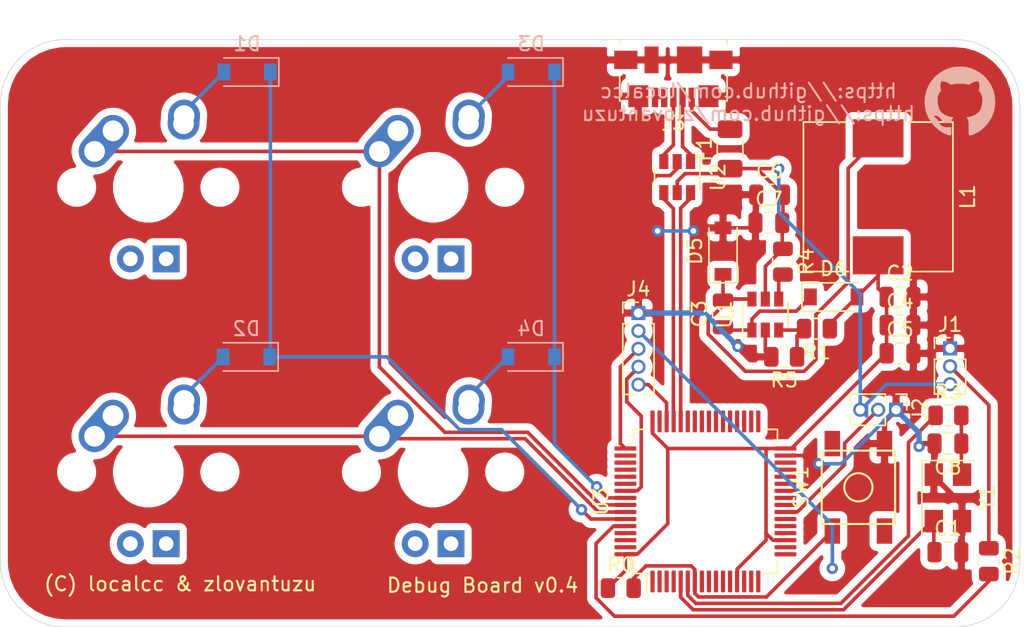
<source format=kicad_pcb>
(kicad_pcb (version 20171130) (host pcbnew "(5.1.9)-1")

  (general
    (thickness 1.6)
    (drawings 11)
    (tracks 230)
    (zones 0)
    (modules 36)
    (nets 72)
  )

  (page A4)
  (title_block
    (comment 4 "Authors: localcc & zlovantuzu")
  )

  (layers
    (0 F.Cu signal)
    (31 B.Cu signal)
    (32 B.Adhes user)
    (33 F.Adhes user)
    (34 B.Paste user)
    (35 F.Paste user)
    (36 B.SilkS user)
    (37 F.SilkS user)
    (38 B.Mask user)
    (39 F.Mask user)
    (40 Dwgs.User user)
    (41 Cmts.User user)
    (42 Eco1.User user)
    (43 Eco2.User user)
    (44 Edge.Cuts user)
    (45 Margin user)
    (46 B.CrtYd user)
    (47 F.CrtYd user)
    (48 B.Fab user)
    (49 F.Fab user)
  )

  (setup
    (last_trace_width 0.254)
    (user_trace_width 0.254)
    (trace_clearance 0.2)
    (zone_clearance 0.508)
    (zone_45_only no)
    (trace_min 0.2)
    (via_size 0.8)
    (via_drill 0.4)
    (via_min_size 0.4)
    (via_min_drill 0.3)
    (uvia_size 0.3)
    (uvia_drill 0.1)
    (uvias_allowed no)
    (uvia_min_size 0.2)
    (uvia_min_drill 0.1)
    (edge_width 0.05)
    (segment_width 0.2)
    (pcb_text_width 0.3)
    (pcb_text_size 1.5 1.5)
    (mod_edge_width 0.12)
    (mod_text_size 1 1)
    (mod_text_width 0.15)
    (pad_size 1.524 1.524)
    (pad_drill 0.762)
    (pad_to_mask_clearance 0.051)
    (solder_mask_min_width 0.25)
    (aux_axis_origin 0 0)
    (visible_elements 7FFFFFFF)
    (pcbplotparams
      (layerselection 0x010fc_ffffffff)
      (usegerberextensions true)
      (usegerberattributes false)
      (usegerberadvancedattributes false)
      (creategerberjobfile false)
      (excludeedgelayer true)
      (linewidth 0.100000)
      (plotframeref false)
      (viasonmask false)
      (mode 1)
      (useauxorigin false)
      (hpglpennumber 1)
      (hpglpenspeed 20)
      (hpglpendiameter 15.000000)
      (psnegative false)
      (psa4output false)
      (plotreference true)
      (plotvalue true)
      (plotinvisibletext false)
      (padsonsilk false)
      (subtractmaskfromsilk true)
      (outputformat 1)
      (mirror false)
      (drillshape 0)
      (scaleselection 1)
      (outputdirectory "Gerber/"))
  )

  (net 0 "")
  (net 1 GND)
  (net 2 +5V)
  (net 3 "Net-(D1-Pad2)")
  (net 4 ROW0)
  (net 5 "Net-(D2-Pad2)")
  (net 6 "Net-(D3-Pad2)")
  (net 7 ROW1)
  (net 8 "Net-(D4-Pad2)")
  (net 9 VCC)
  (net 10 COL0)
  (net 11 COL1)
  (net 12 3.3V)
  (net 13 NRST)
  (net 14 "Net-(C3-Pad2)")
  (net 15 "Net-(C3-Pad1)")
  (net 16 "Net-(R1-Pad2)")
  (net 17 "Net-(R4-Pad2)")
  (net 18 LED_SPI)
  (net 19 SWDIO)
  (net 20 SWDCLK)
  (net 21 HSE_IN)
  (net 22 "Net-(C8-Pad1)")
  (net 23 "Net-(J1-Pad2)")
  (net 24 USB_DM_CONN)
  (net 25 USB_DP_CONN)
  (net 26 SWO)
  (net 27 BOOT0)
  (net 28 HSE_OUT)
  (net 29 USB_DP)
  (net 30 USB_DM)
  (net 31 "Net-(U3-Pad1)")
  (net 32 "Net-(U3-Pad2)")
  (net 33 "Net-(U3-Pad3)")
  (net 34 "Net-(U3-Pad4)")
  (net 35 "Net-(U3-Pad8)")
  (net 36 "Net-(U3-Pad9)")
  (net 37 "Net-(U3-Pad10)")
  (net 38 "Net-(U3-Pad11)")
  (net 39 "Net-(U3-Pad14)")
  (net 40 "Net-(U3-Pad15)")
  (net 41 "Net-(U3-Pad16)")
  (net 42 "Net-(U3-Pad17)")
  (net 43 "Net-(U3-Pad20)")
  (net 44 "Net-(U3-Pad21)")
  (net 45 "Net-(U3-Pad22)")
  (net 46 "Net-(U3-Pad24)")
  (net 47 "Net-(U3-Pad25)")
  (net 48 "Net-(U3-Pad26)")
  (net 49 "Net-(U3-Pad27)")
  (net 50 "Net-(U3-Pad28)")
  (net 51 "Net-(U3-Pad29)")
  (net 52 "Net-(U3-Pad30)")
  (net 53 "Net-(U3-Pad33)")
  (net 54 "Net-(U3-Pad34)")
  (net 55 "Net-(U3-Pad35)")
  (net 56 "Net-(U3-Pad36)")
  (net 57 "Net-(U3-Pad37)")
  (net 58 "Net-(U3-Pad38)")
  (net 59 "Net-(U3-Pad39)")
  (net 60 "Net-(U3-Pad40)")
  (net 61 "Net-(U3-Pad41)")
  (net 62 "Net-(U3-Pad42)")
  (net 63 "Net-(U3-Pad43)")
  (net 64 "Net-(U3-Pad50)")
  (net 65 "Net-(U3-Pad51)")
  (net 66 "Net-(U3-Pad52)")
  (net 67 "Net-(U3-Pad53)")
  (net 68 "Net-(U3-Pad54)")
  (net 69 "Net-(U3-Pad61)")
  (net 70 "Net-(U3-Pad62)")
  (net 71 "Net-(J3-Pad4)")

  (net_class Default "This is the default net class."
    (clearance 0.2)
    (trace_width 0.254)
    (via_dia 0.8)
    (via_drill 0.4)
    (uvia_dia 0.3)
    (uvia_drill 0.1)
    (add_net BOOT0)
    (add_net COL0)
    (add_net COL1)
    (add_net HSE_IN)
    (add_net HSE_OUT)
    (add_net LED_SPI)
    (add_net NRST)
    (add_net "Net-(C3-Pad1)")
    (add_net "Net-(C3-Pad2)")
    (add_net "Net-(C8-Pad1)")
    (add_net "Net-(D1-Pad2)")
    (add_net "Net-(D2-Pad2)")
    (add_net "Net-(D3-Pad2)")
    (add_net "Net-(D4-Pad2)")
    (add_net "Net-(J1-Pad2)")
    (add_net "Net-(J3-Pad4)")
    (add_net "Net-(R1-Pad2)")
    (add_net "Net-(R4-Pad2)")
    (add_net "Net-(U3-Pad1)")
    (add_net "Net-(U3-Pad10)")
    (add_net "Net-(U3-Pad11)")
    (add_net "Net-(U3-Pad14)")
    (add_net "Net-(U3-Pad15)")
    (add_net "Net-(U3-Pad16)")
    (add_net "Net-(U3-Pad17)")
    (add_net "Net-(U3-Pad2)")
    (add_net "Net-(U3-Pad20)")
    (add_net "Net-(U3-Pad21)")
    (add_net "Net-(U3-Pad22)")
    (add_net "Net-(U3-Pad24)")
    (add_net "Net-(U3-Pad25)")
    (add_net "Net-(U3-Pad26)")
    (add_net "Net-(U3-Pad27)")
    (add_net "Net-(U3-Pad28)")
    (add_net "Net-(U3-Pad29)")
    (add_net "Net-(U3-Pad3)")
    (add_net "Net-(U3-Pad30)")
    (add_net "Net-(U3-Pad33)")
    (add_net "Net-(U3-Pad34)")
    (add_net "Net-(U3-Pad35)")
    (add_net "Net-(U3-Pad36)")
    (add_net "Net-(U3-Pad37)")
    (add_net "Net-(U3-Pad38)")
    (add_net "Net-(U3-Pad39)")
    (add_net "Net-(U3-Pad4)")
    (add_net "Net-(U3-Pad40)")
    (add_net "Net-(U3-Pad41)")
    (add_net "Net-(U3-Pad42)")
    (add_net "Net-(U3-Pad43)")
    (add_net "Net-(U3-Pad50)")
    (add_net "Net-(U3-Pad51)")
    (add_net "Net-(U3-Pad52)")
    (add_net "Net-(U3-Pad53)")
    (add_net "Net-(U3-Pad54)")
    (add_net "Net-(U3-Pad61)")
    (add_net "Net-(U3-Pad62)")
    (add_net "Net-(U3-Pad8)")
    (add_net "Net-(U3-Pad9)")
    (add_net ROW0)
    (add_net ROW1)
    (add_net SWDCLK)
    (add_net SWDIO)
    (add_net SWO)
    (add_net USB_DM)
    (add_net USB_DM_CONN)
    (add_net USB_DP)
    (add_net USB_DP_CONN)
    (add_net VCC)
  )

  (net_class Power ""
    (clearance 0.2)
    (trace_width 0.254)
    (via_dia 0.8)
    (via_drill 0.4)
    (uvia_dia 0.3)
    (uvia_drill 0.1)
    (add_net +5V)
    (add_net 3.3V)
    (add_net GND)
  )

  (module test_lib:gh5 (layer F.Cu) (tedit 604667DF) (tstamp 6046D069)
    (at 203.05 42.85)
    (fp_text reference "" (at 0 0) (layer F.SilkS) hide
      (effects (font (size 1.524 1.524) (thickness 0.3)))
    )
    (fp_text value "" (at 0.75 0) (layer F.SilkS) hide
      (effects (font (size 1.524 1.524) (thickness 0.3)))
    )
    (fp_poly (pts (xy 0.106382 -2.435003) (xy 0.198996 -2.431439) (xy 0.283511 -2.42485) (xy 0.365598 -2.414702)
      (xy 0.450927 -2.400464) (xy 0.516234 -2.387654) (xy 0.68805 -2.346206) (xy 0.851317 -2.29365)
      (xy 1.012771 -2.227633) (xy 1.115563 -2.178589) (xy 1.309434 -2.070652) (xy 1.491485 -1.947557)
      (xy 1.660997 -1.81013) (xy 1.817252 -1.6592) (xy 1.959531 -1.495592) (xy 2.087115 -1.320134)
      (xy 2.199286 -1.133653) (xy 2.295324 -0.936977) (xy 2.374511 -0.730931) (xy 2.375096 -0.729184)
      (xy 2.425803 -0.557395) (xy 2.462588 -0.385357) (xy 2.486389 -0.207711) (xy 2.497815 -0.029308)
      (xy 2.496267 0.196689) (xy 2.476108 0.416778) (xy 2.43741 0.630775) (xy 2.380244 0.838495)
      (xy 2.30468 1.039755) (xy 2.21079 1.234372) (xy 2.098645 1.422161) (xy 1.968315 1.602938)
      (xy 1.819871 1.776519) (xy 1.788344 1.810012) (xy 1.637233 1.954187) (xy 1.47234 2.085513)
      (xy 1.295622 2.202724) (xy 1.109036 2.30455) (xy 0.914537 2.389723) (xy 0.866534 2.407677)
      (xy 0.814437 2.425738) (xy 0.775839 2.436621) (xy 0.746284 2.440847) (xy 0.721313 2.438936)
      (xy 0.696471 2.431409) (xy 0.689065 2.428423) (xy 0.675086 2.422331) (xy 0.663402 2.415619)
      (xy 0.653785 2.40658) (xy 0.646007 2.393507) (xy 0.639843 2.374693) (xy 0.635065 2.348429)
      (xy 0.631445 2.31301) (xy 0.628757 2.266727) (xy 0.626774 2.207873) (xy 0.625267 2.134742)
      (xy 0.62401 2.045624) (xy 0.622776 1.938814) (xy 0.622671 1.929423) (xy 0.62145 1.825164)
      (xy 0.620258 1.738423) (xy 0.618997 1.667179) (xy 0.617565 1.60941) (xy 0.615864 1.563097)
      (xy 0.613794 1.526218) (xy 0.611255 1.496752) (xy 0.608147 1.47268) (xy 0.604371 1.45198)
      (xy 0.599826 1.432631) (xy 0.597767 1.424802) (xy 0.565851 1.33094) (xy 0.525085 1.25413)
      (xy 0.491633 1.210775) (xy 0.472854 1.188492) (xy 0.461891 1.172506) (xy 0.460636 1.167568)
      (xy 0.471666 1.164214) (xy 0.496961 1.159209) (xy 0.531423 1.153544) (xy 0.537717 1.152602)
      (xy 0.681456 1.127257) (xy 0.809886 1.09539) (xy 0.926506 1.055763) (xy 1.034819 1.007141)
      (xy 1.138324 0.948286) (xy 1.165309 0.930871) (xy 1.263342 0.855146) (xy 1.348416 0.765993)
      (xy 1.420713 0.66306) (xy 1.480417 0.54599) (xy 1.527714 0.414431) (xy 1.562786 0.268026)
      (xy 1.583864 0.125001) (xy 1.589356 0.050631) (xy 1.590936 -0.031501) (xy 1.58885 -0.115943)
      (xy 1.583343 -0.197242) (xy 1.574664 -0.269947) (xy 1.563403 -0.32727) (xy 1.536068 -0.411185)
      (xy 1.496976 -0.500087) (xy 1.449668 -0.586807) (xy 1.397686 -0.664176) (xy 1.395823 -0.66663)
      (xy 1.336482 -0.744431) (xy 1.35133 -0.784965) (xy 1.376148 -0.877753) (xy 1.387364 -0.980939)
      (xy 1.385081 -1.091) (xy 1.369405 -1.204411) (xy 1.340439 -1.317647) (xy 1.33507 -1.334057)
      (xy 1.312228 -1.401885) (xy 1.251687 -1.404803) (xy 1.206198 -1.403745) (xy 1.157056 -1.397818)
      (xy 1.132822 -1.392778) (xy 1.066333 -1.372046) (xy 0.988891 -1.341773) (xy 0.905167 -1.304151)
      (xy 0.819834 -1.261369) (xy 0.737564 -1.215617) (xy 0.681299 -1.181072) (xy 0.625022 -1.144824)
      (xy 0.573838 -1.158611) (xy 0.451175 -1.186323) (xy 0.316025 -1.207477) (xy 0.174487 -1.221532)
      (xy 0.032663 -1.227949) (xy -0.103348 -1.226189) (xy -0.15486 -1.223066) (xy -0.259289 -1.213209)
      (xy -0.362557 -1.199885) (xy -0.459271 -1.183925) (xy -0.544039 -1.166158) (xy -0.573839 -1.158611)
      (xy -0.625023 -1.144824) (xy -0.6813 -1.180982) (xy -0.760621 -1.229436) (xy -0.838414 -1.271212)
      (xy -0.922393 -1.310255) (xy -0.98695 -1.337248) (xy -1.059042 -1.365228) (xy -1.1176 -1.385097)
      (xy -1.166408 -1.397788) (xy -1.209252 -1.404236) (xy -1.249917 -1.405373) (xy -1.261214 -1.40488)
      (xy -1.313444 -1.401885) (xy -1.33165 -1.353039) (xy -1.360505 -1.257097) (xy -1.379035 -1.154626)
      (xy -1.387077 -1.050296) (xy -1.38447 -0.948774) (xy -1.371054 -0.854729) (xy -1.351266 -0.784796)
      (xy -1.336353 -0.744092) (xy -1.395349 -0.667565) (xy -1.462703 -0.568324) (xy -1.516302 -0.46207)
      (xy -1.5581 -0.344617) (xy -1.574477 -0.283308) (xy -1.580364 -0.24626) (xy -1.584475 -0.193894)
      (xy -1.586852 -0.130347) (xy -1.587536 -0.059753) (xy -1.586569 0.01375) (xy -1.583992 0.086027)
      (xy -1.579848 0.152943) (xy -1.574179 0.21036) (xy -1.56916 0.24358) (xy -1.542649 0.358934)
      (xy -1.506868 0.472371) (xy -1.463695 0.579006) (xy -1.41501 0.673954) (xy -1.385356 0.721207)
      (xy -1.318884 0.803147) (xy -1.235659 0.879826) (xy -1.138094 0.949784) (xy -1.028599 1.011563)
      (xy -0.909586 1.063705) (xy -0.783468 1.10475) (xy -0.728648 1.118399) (xy -0.698739 1.124572)
      (xy -0.658418 1.132095) (xy -0.612415 1.14018) (xy -0.565457 1.148041) (xy -0.522274 1.154892)
      (xy -0.487594 1.159946) (xy -0.466146 1.162416) (xy -0.463288 1.162538) (xy -0.464664 1.169186)
      (xy -0.47546 1.185567) (xy -0.478379 1.189403) (xy -0.536356 1.273349) (xy -0.576461 1.353202)
      (xy -0.599496 1.430614) (xy -0.601836 1.444059) (xy -0.608337 1.473449) (xy -0.619579 1.494408)
      (xy -0.63938 1.510297) (xy -0.671558 1.524477) (xy -0.706426 1.536112) (xy -0.740451 1.545732)
      (xy -0.773523 1.552165) (xy -0.810982 1.555996) (xy -0.858169 1.557806) (xy -0.908713 1.558192)
      (xy -0.962188 1.558025) (xy -1.000791 1.557013) (xy -1.02919 1.554386) (xy -1.052052 1.549375)
      (xy -1.074043 1.54121) (xy -1.099832 1.529122) (xy -1.107298 1.525456) (xy -1.181089 1.478986)
      (xy -1.251388 1.414307) (xy -1.316961 1.332621) (xy -1.337647 1.301674) (xy -1.401932 1.216206)
      (xy -1.475644 1.145295) (xy -1.556583 1.09102) (xy -1.565856 1.086143) (xy -1.622258 1.061858)
      (xy -1.67844 1.045855) (xy -1.730954 1.038384) (xy -1.776346 1.039696) (xy -1.811167 1.050044)
      (xy -1.830363 1.066887) (xy -1.831413 1.085708) (xy -1.818115 1.1115) (xy -1.792883 1.141196)
      (xy -1.758132 1.171729) (xy -1.734448 1.188692) (xy -1.665299 1.242677) (xy -1.603658 1.308799)
      (xy -1.547685 1.389395) (xy -1.495541 1.486805) (xy -1.488855 1.501027) (xy -1.462403 1.557807)
      (xy -1.442033 1.600203) (xy -1.425688 1.631593) (xy -1.411314 1.655357) (xy -1.396852 1.674874)
      (xy -1.380249 1.693523) (xy -1.359447 1.714683) (xy -1.357923 1.716203) (xy -1.297423 1.766777)
      (xy -1.227459 1.806463) (xy -1.146286 1.835791) (xy -1.052159 1.855289) (xy -0.943332 1.865489)
      (xy -0.859693 1.867382) (xy -0.805835 1.866601) (xy -0.754372 1.864571) (xy -0.710851 1.861593)
      (xy -0.68082 1.857966) (xy -0.67897 1.857619) (xy -0.650241 1.853009) (xy -0.630309 1.851769)
      (xy -0.625239 1.852878) (xy -0.623748 1.863603) (xy -0.622165 1.891136) (xy -0.620584 1.932746)
      (xy -0.619096 1.985704) (xy -0.617795 2.04728) (xy -0.617038 2.094543) (xy -0.616172 2.178184)
      (xy -0.616422 2.244647) (xy -0.61816 2.296278) (xy -0.621761 2.335421) (xy -0.627596 2.364425)
      (xy -0.636039 2.385633) (xy -0.647462 2.401392) (xy -0.662239 2.414049) (xy -0.668518 2.41834)
      (xy -0.698175 2.433056) (xy -0.731305 2.438991) (xy -0.771195 2.435864) (xy -0.821133 2.423397)
      (xy -0.884406 2.401309) (xy -0.889 2.399556) (xy -1.09453 2.310662) (xy -1.288685 2.20597)
      (xy -1.471073 2.085842) (xy -1.641303 1.950642) (xy -1.798982 1.80073) (xy -1.943719 1.63647)
      (xy -2.075123 1.458222) (xy -2.1928 1.26635) (xy -2.264748 1.128346) (xy -2.344659 0.942332)
      (xy -2.408194 0.747394) (xy -2.455224 0.54546) (xy -2.485617 0.33846) (xy -2.499245 0.128322)
      (xy -2.495977 -0.083024) (xy -2.475685 -0.293649) (xy -2.438238 -0.501624) (xy -2.387253 -0.693067)
      (xy -2.314655 -0.894374) (xy -2.224931 -1.087511) (xy -2.119102 -1.271555) (xy -1.998188 -1.445583)
      (xy -1.863208 -1.608669) (xy -1.715183 -1.759891) (xy -1.555132 -1.898326) (xy -1.384076 -2.023048)
      (xy -1.203034 -2.133134) (xy -1.013027 -2.22766) (xy -0.815074 -2.305703) (xy -0.610195 -2.366339)
      (xy -0.516235 -2.387654) (xy -0.425199 -2.405101) (xy -0.34141 -2.418082) (xy -0.259198 -2.42713)
      (xy -0.172892 -2.432776) (xy -0.076823 -2.435552) (xy 0 -2.436073) (xy 0.106382 -2.435003)) (layer B.SilkS) (width 0.01))
  )

  (module Diode_SMD:D_SOD-123 (layer F.Cu) (tedit 58645DC7) (tstamp 6043AB62)
    (at 186.25 53.5 90)
    (descr SOD-123)
    (tags SOD-123)
    (path /5FDFC2E9)
    (attr smd)
    (fp_text reference D5 (at 0 -2 90) (layer F.SilkS)
      (effects (font (size 1 1) (thickness 0.15)))
    )
    (fp_text value D_Schottky (at 0 2.1 90) (layer F.Fab)
      (effects (font (size 1 1) (thickness 0.15)))
    )
    (fp_line (start -2.25 -1) (end 1.65 -1) (layer F.SilkS) (width 0.12))
    (fp_line (start -2.25 1) (end 1.65 1) (layer F.SilkS) (width 0.12))
    (fp_line (start -2.35 -1.15) (end -2.35 1.15) (layer F.CrtYd) (width 0.05))
    (fp_line (start 2.35 1.15) (end -2.35 1.15) (layer F.CrtYd) (width 0.05))
    (fp_line (start 2.35 -1.15) (end 2.35 1.15) (layer F.CrtYd) (width 0.05))
    (fp_line (start -2.35 -1.15) (end 2.35 -1.15) (layer F.CrtYd) (width 0.05))
    (fp_line (start -1.4 -0.9) (end 1.4 -0.9) (layer F.Fab) (width 0.1))
    (fp_line (start 1.4 -0.9) (end 1.4 0.9) (layer F.Fab) (width 0.1))
    (fp_line (start 1.4 0.9) (end -1.4 0.9) (layer F.Fab) (width 0.1))
    (fp_line (start -1.4 0.9) (end -1.4 -0.9) (layer F.Fab) (width 0.1))
    (fp_line (start -0.75 0) (end -0.35 0) (layer F.Fab) (width 0.1))
    (fp_line (start -0.35 0) (end -0.35 -0.55) (layer F.Fab) (width 0.1))
    (fp_line (start -0.35 0) (end -0.35 0.55) (layer F.Fab) (width 0.1))
    (fp_line (start -0.35 0) (end 0.25 -0.4) (layer F.Fab) (width 0.1))
    (fp_line (start 0.25 -0.4) (end 0.25 0.4) (layer F.Fab) (width 0.1))
    (fp_line (start 0.25 0.4) (end -0.35 0) (layer F.Fab) (width 0.1))
    (fp_line (start 0.25 0) (end 0.75 0) (layer F.Fab) (width 0.1))
    (fp_line (start -2.25 -1) (end -2.25 1) (layer F.SilkS) (width 0.12))
    (fp_text user %R (at 0 -2 90) (layer F.Fab)
      (effects (font (size 1 1) (thickness 0.15)))
    )
    (pad 1 smd rect (at -1.65 0 90) (size 0.9 1.2) (layers F.Cu F.Paste F.Mask)
      (net 14 "Net-(C3-Pad2)"))
    (pad 2 smd rect (at 1.65 0 90) (size 0.9 1.2) (layers F.Cu F.Paste F.Mask)
      (net 1 GND))
    (model ${KISYS3DMOD}/Diode_SMD.3dshapes/D_SOD-123.wrl
      (at (xyz 0 0 0))
      (scale (xyz 1 1 1))
      (rotate (xyz 0 0 0))
    )
  )

  (module Capacitor_SMD:C_0805_2012Metric (layer F.Cu) (tedit 5F68FEEE) (tstamp 6043AA6E)
    (at 202.2 74.85)
    (descr "Capacitor SMD 0805 (2012 Metric), square (rectangular) end terminal, IPC_7351 nominal, (Body size source: IPC-SM-782 page 76, https://www.pcb-3d.com/wordpress/wp-content/uploads/ipc-sm-782a_amendment_1_and_2.pdf, https://docs.google.com/spreadsheets/d/1BsfQQcO9C6DZCsRaXUlFlo91Tg2WpOkGARC1WS5S8t0/edit?usp=sharing), generated with kicad-footprint-generator")
    (tags capacitor)
    (path /605736BA)
    (attr smd)
    (fp_text reference C1 (at 0 -1.68) (layer F.SilkS)
      (effects (font (size 1 1) (thickness 0.15)))
    )
    (fp_text value 12pF (at 0 1.68) (layer F.Fab)
      (effects (font (size 1 1) (thickness 0.15)))
    )
    (fp_line (start -1 0.625) (end -1 -0.625) (layer F.Fab) (width 0.1))
    (fp_line (start -1 -0.625) (end 1 -0.625) (layer F.Fab) (width 0.1))
    (fp_line (start 1 -0.625) (end 1 0.625) (layer F.Fab) (width 0.1))
    (fp_line (start 1 0.625) (end -1 0.625) (layer F.Fab) (width 0.1))
    (fp_line (start -0.261252 -0.735) (end 0.261252 -0.735) (layer F.SilkS) (width 0.12))
    (fp_line (start -0.261252 0.735) (end 0.261252 0.735) (layer F.SilkS) (width 0.12))
    (fp_line (start -1.7 0.98) (end -1.7 -0.98) (layer F.CrtYd) (width 0.05))
    (fp_line (start -1.7 -0.98) (end 1.7 -0.98) (layer F.CrtYd) (width 0.05))
    (fp_line (start 1.7 -0.98) (end 1.7 0.98) (layer F.CrtYd) (width 0.05))
    (fp_line (start 1.7 0.98) (end -1.7 0.98) (layer F.CrtYd) (width 0.05))
    (fp_text user %R (at 0 0) (layer F.Fab)
      (effects (font (size 0.5 0.5) (thickness 0.08)))
    )
    (pad 2 smd roundrect (at 0.95 0) (size 1 1.45) (layers F.Cu F.Paste F.Mask) (roundrect_rratio 0.25)
      (net 1 GND))
    (pad 1 smd roundrect (at -0.95 0) (size 1 1.45) (layers F.Cu F.Paste F.Mask) (roundrect_rratio 0.25)
      (net 21 HSE_IN))
    (model ${KISYS3DMOD}/Capacitor_SMD.3dshapes/C_0805_2012Metric.wrl
      (at (xyz 0 0 0))
      (scale (xyz 1 1 1))
      (rotate (xyz 0 0 0))
    )
  )

  (module Capacitor_SMD:C_0805_2012Metric (layer F.Cu) (tedit 5F68FEEE) (tstamp 6043AA7F)
    (at 198.8 56.75)
    (descr "Capacitor SMD 0805 (2012 Metric), square (rectangular) end terminal, IPC_7351 nominal, (Body size source: IPC-SM-782 page 76, https://www.pcb-3d.com/wordpress/wp-content/uploads/ipc-sm-782a_amendment_1_and_2.pdf, https://docs.google.com/spreadsheets/d/1BsfQQcO9C6DZCsRaXUlFlo91Tg2WpOkGARC1WS5S8t0/edit?usp=sharing), generated with kicad-footprint-generator")
    (tags capacitor)
    (path /5FE2004D)
    (attr smd)
    (fp_text reference C2 (at 0 -1.68) (layer F.SilkS)
      (effects (font (size 1 1) (thickness 0.15)))
    )
    (fp_text value "22uF 6.3V" (at 0 1.68) (layer F.Fab)
      (effects (font (size 1 1) (thickness 0.15)))
    )
    (fp_line (start 1.7 0.98) (end -1.7 0.98) (layer F.CrtYd) (width 0.05))
    (fp_line (start 1.7 -0.98) (end 1.7 0.98) (layer F.CrtYd) (width 0.05))
    (fp_line (start -1.7 -0.98) (end 1.7 -0.98) (layer F.CrtYd) (width 0.05))
    (fp_line (start -1.7 0.98) (end -1.7 -0.98) (layer F.CrtYd) (width 0.05))
    (fp_line (start -0.261252 0.735) (end 0.261252 0.735) (layer F.SilkS) (width 0.12))
    (fp_line (start -0.261252 -0.735) (end 0.261252 -0.735) (layer F.SilkS) (width 0.12))
    (fp_line (start 1 0.625) (end -1 0.625) (layer F.Fab) (width 0.1))
    (fp_line (start 1 -0.625) (end 1 0.625) (layer F.Fab) (width 0.1))
    (fp_line (start -1 -0.625) (end 1 -0.625) (layer F.Fab) (width 0.1))
    (fp_line (start -1 0.625) (end -1 -0.625) (layer F.Fab) (width 0.1))
    (fp_text user %R (at 0 0) (layer F.Fab)
      (effects (font (size 0.5 0.5) (thickness 0.08)))
    )
    (pad 1 smd roundrect (at -0.95 0) (size 1 1.45) (layers F.Cu F.Paste F.Mask) (roundrect_rratio 0.25)
      (net 12 3.3V))
    (pad 2 smd roundrect (at 0.95 0) (size 1 1.45) (layers F.Cu F.Paste F.Mask) (roundrect_rratio 0.25)
      (net 1 GND))
    (model ${KISYS3DMOD}/Capacitor_SMD.3dshapes/C_0805_2012Metric.wrl
      (at (xyz 0 0 0))
      (scale (xyz 1 1 1))
      (rotate (xyz 0 0 0))
    )
  )

  (module Capacitor_SMD:C_0805_2012Metric (layer F.Cu) (tedit 5F68FEEE) (tstamp 6043AA90)
    (at 186.25 57.95 90)
    (descr "Capacitor SMD 0805 (2012 Metric), square (rectangular) end terminal, IPC_7351 nominal, (Body size source: IPC-SM-782 page 76, https://www.pcb-3d.com/wordpress/wp-content/uploads/ipc-sm-782a_amendment_1_and_2.pdf, https://docs.google.com/spreadsheets/d/1BsfQQcO9C6DZCsRaXUlFlo91Tg2WpOkGARC1WS5S8t0/edit?usp=sharing), generated with kicad-footprint-generator")
    (tags capacitor)
    (path /5FE0A466)
    (attr smd)
    (fp_text reference C3 (at 0 -1.68 90) (layer F.SilkS)
      (effects (font (size 1 1) (thickness 0.15)))
    )
    (fp_text value 22nF (at 0 1.68 90) (layer F.Fab)
      (effects (font (size 1 1) (thickness 0.15)))
    )
    (fp_line (start -1 0.625) (end -1 -0.625) (layer F.Fab) (width 0.1))
    (fp_line (start -1 -0.625) (end 1 -0.625) (layer F.Fab) (width 0.1))
    (fp_line (start 1 -0.625) (end 1 0.625) (layer F.Fab) (width 0.1))
    (fp_line (start 1 0.625) (end -1 0.625) (layer F.Fab) (width 0.1))
    (fp_line (start -0.261252 -0.735) (end 0.261252 -0.735) (layer F.SilkS) (width 0.12))
    (fp_line (start -0.261252 0.735) (end 0.261252 0.735) (layer F.SilkS) (width 0.12))
    (fp_line (start -1.7 0.98) (end -1.7 -0.98) (layer F.CrtYd) (width 0.05))
    (fp_line (start -1.7 -0.98) (end 1.7 -0.98) (layer F.CrtYd) (width 0.05))
    (fp_line (start 1.7 -0.98) (end 1.7 0.98) (layer F.CrtYd) (width 0.05))
    (fp_line (start 1.7 0.98) (end -1.7 0.98) (layer F.CrtYd) (width 0.05))
    (fp_text user %R (at 0 0 90) (layer F.Fab)
      (effects (font (size 0.5 0.5) (thickness 0.08)))
    )
    (pad 2 smd roundrect (at 0.95 0 90) (size 1 1.45) (layers F.Cu F.Paste F.Mask) (roundrect_rratio 0.25)
      (net 14 "Net-(C3-Pad2)"))
    (pad 1 smd roundrect (at -0.95 0 90) (size 1 1.45) (layers F.Cu F.Paste F.Mask) (roundrect_rratio 0.25)
      (net 15 "Net-(C3-Pad1)"))
    (model ${KISYS3DMOD}/Capacitor_SMD.3dshapes/C_0805_2012Metric.wrl
      (at (xyz 0 0 0))
      (scale (xyz 1 1 1))
      (rotate (xyz 0 0 0))
    )
  )

  (module Capacitor_SMD:C_0805_2012Metric (layer F.Cu) (tedit 5F68FEEE) (tstamp 6043AAA1)
    (at 198.8 58.75)
    (descr "Capacitor SMD 0805 (2012 Metric), square (rectangular) end terminal, IPC_7351 nominal, (Body size source: IPC-SM-782 page 76, https://www.pcb-3d.com/wordpress/wp-content/uploads/ipc-sm-782a_amendment_1_and_2.pdf, https://docs.google.com/spreadsheets/d/1BsfQQcO9C6DZCsRaXUlFlo91Tg2WpOkGARC1WS5S8t0/edit?usp=sharing), generated with kicad-footprint-generator")
    (tags capacitor)
    (path /5FA0687E)
    (attr smd)
    (fp_text reference C4 (at 0 -1.68) (layer F.SilkS)
      (effects (font (size 1 1) (thickness 0.15)))
    )
    (fp_text value 0.1uF (at 0 1.68) (layer F.Fab)
      (effects (font (size 1 1) (thickness 0.15)))
    )
    (fp_line (start 1.7 0.98) (end -1.7 0.98) (layer F.CrtYd) (width 0.05))
    (fp_line (start 1.7 -0.98) (end 1.7 0.98) (layer F.CrtYd) (width 0.05))
    (fp_line (start -1.7 -0.98) (end 1.7 -0.98) (layer F.CrtYd) (width 0.05))
    (fp_line (start -1.7 0.98) (end -1.7 -0.98) (layer F.CrtYd) (width 0.05))
    (fp_line (start -0.261252 0.735) (end 0.261252 0.735) (layer F.SilkS) (width 0.12))
    (fp_line (start -0.261252 -0.735) (end 0.261252 -0.735) (layer F.SilkS) (width 0.12))
    (fp_line (start 1 0.625) (end -1 0.625) (layer F.Fab) (width 0.1))
    (fp_line (start 1 -0.625) (end 1 0.625) (layer F.Fab) (width 0.1))
    (fp_line (start -1 -0.625) (end 1 -0.625) (layer F.Fab) (width 0.1))
    (fp_line (start -1 0.625) (end -1 -0.625) (layer F.Fab) (width 0.1))
    (fp_text user %R (at 0 0) (layer F.Fab)
      (effects (font (size 0.5 0.5) (thickness 0.08)))
    )
    (pad 1 smd roundrect (at -0.95 0) (size 1 1.45) (layers F.Cu F.Paste F.Mask) (roundrect_rratio 0.25)
      (net 12 3.3V))
    (pad 2 smd roundrect (at 0.95 0) (size 1 1.45) (layers F.Cu F.Paste F.Mask) (roundrect_rratio 0.25)
      (net 1 GND))
    (model ${KISYS3DMOD}/Capacitor_SMD.3dshapes/C_0805_2012Metric.wrl
      (at (xyz 0 0 0))
      (scale (xyz 1 1 1))
      (rotate (xyz 0 0 0))
    )
  )

  (module Capacitor_SMD:C_0805_2012Metric (layer F.Cu) (tedit 5F68FEEE) (tstamp 6043AAB2)
    (at 198.8 60.75)
    (descr "Capacitor SMD 0805 (2012 Metric), square (rectangular) end terminal, IPC_7351 nominal, (Body size source: IPC-SM-782 page 76, https://www.pcb-3d.com/wordpress/wp-content/uploads/ipc-sm-782a_amendment_1_and_2.pdf, https://docs.google.com/spreadsheets/d/1BsfQQcO9C6DZCsRaXUlFlo91Tg2WpOkGARC1WS5S8t0/edit?usp=sharing), generated with kicad-footprint-generator")
    (tags capacitor)
    (path /5FA075CF)
    (attr smd)
    (fp_text reference C5 (at 0 -1.68) (layer F.SilkS)
      (effects (font (size 1 1) (thickness 0.15)))
    )
    (fp_text value 0.1uF (at 0 1.68) (layer F.Fab)
      (effects (font (size 1 1) (thickness 0.15)))
    )
    (fp_line (start -1 0.625) (end -1 -0.625) (layer F.Fab) (width 0.1))
    (fp_line (start -1 -0.625) (end 1 -0.625) (layer F.Fab) (width 0.1))
    (fp_line (start 1 -0.625) (end 1 0.625) (layer F.Fab) (width 0.1))
    (fp_line (start 1 0.625) (end -1 0.625) (layer F.Fab) (width 0.1))
    (fp_line (start -0.261252 -0.735) (end 0.261252 -0.735) (layer F.SilkS) (width 0.12))
    (fp_line (start -0.261252 0.735) (end 0.261252 0.735) (layer F.SilkS) (width 0.12))
    (fp_line (start -1.7 0.98) (end -1.7 -0.98) (layer F.CrtYd) (width 0.05))
    (fp_line (start -1.7 -0.98) (end 1.7 -0.98) (layer F.CrtYd) (width 0.05))
    (fp_line (start 1.7 -0.98) (end 1.7 0.98) (layer F.CrtYd) (width 0.05))
    (fp_line (start 1.7 0.98) (end -1.7 0.98) (layer F.CrtYd) (width 0.05))
    (fp_text user %R (at 0 0) (layer F.Fab)
      (effects (font (size 0.5 0.5) (thickness 0.08)))
    )
    (pad 2 smd roundrect (at 0.95 0) (size 1 1.45) (layers F.Cu F.Paste F.Mask) (roundrect_rratio 0.25)
      (net 1 GND))
    (pad 1 smd roundrect (at -0.95 0) (size 1 1.45) (layers F.Cu F.Paste F.Mask) (roundrect_rratio 0.25)
      (net 12 3.3V))
    (model ${KISYS3DMOD}/Capacitor_SMD.3dshapes/C_0805_2012Metric.wrl
      (at (xyz 0 0 0))
      (scale (xyz 1 1 1))
      (rotate (xyz 0 0 0))
    )
  )

  (module Capacitor_SMD:C_0805_2012Metric (layer F.Cu) (tedit 5F68FEEE) (tstamp 6043AAC3)
    (at 189.55 49.5)
    (descr "Capacitor SMD 0805 (2012 Metric), square (rectangular) end terminal, IPC_7351 nominal, (Body size source: IPC-SM-782 page 76, https://www.pcb-3d.com/wordpress/wp-content/uploads/ipc-sm-782a_amendment_1_and_2.pdf, https://docs.google.com/spreadsheets/d/1BsfQQcO9C6DZCsRaXUlFlo91Tg2WpOkGARC1WS5S8t0/edit?usp=sharing), generated with kicad-footprint-generator")
    (tags capacitor)
    (path /5F99828A)
    (attr smd)
    (fp_text reference C6 (at 0 -1.68) (layer F.SilkS)
      (effects (font (size 1 1) (thickness 0.15)))
    )
    (fp_text value 0.1uF (at 0 1.68) (layer F.Fab)
      (effects (font (size 1 1) (thickness 0.15)))
    )
    (fp_line (start -1 0.625) (end -1 -0.625) (layer F.Fab) (width 0.1))
    (fp_line (start -1 -0.625) (end 1 -0.625) (layer F.Fab) (width 0.1))
    (fp_line (start 1 -0.625) (end 1 0.625) (layer F.Fab) (width 0.1))
    (fp_line (start 1 0.625) (end -1 0.625) (layer F.Fab) (width 0.1))
    (fp_line (start -0.261252 -0.735) (end 0.261252 -0.735) (layer F.SilkS) (width 0.12))
    (fp_line (start -0.261252 0.735) (end 0.261252 0.735) (layer F.SilkS) (width 0.12))
    (fp_line (start -1.7 0.98) (end -1.7 -0.98) (layer F.CrtYd) (width 0.05))
    (fp_line (start -1.7 -0.98) (end 1.7 -0.98) (layer F.CrtYd) (width 0.05))
    (fp_line (start 1.7 -0.98) (end 1.7 0.98) (layer F.CrtYd) (width 0.05))
    (fp_line (start 1.7 0.98) (end -1.7 0.98) (layer F.CrtYd) (width 0.05))
    (fp_text user %R (at 0 0) (layer F.Fab)
      (effects (font (size 0.5 0.5) (thickness 0.08)))
    )
    (pad 2 smd roundrect (at 0.95 0) (size 1 1.45) (layers F.Cu F.Paste F.Mask) (roundrect_rratio 0.25)
      (net 2 +5V))
    (pad 1 smd roundrect (at -0.95 0) (size 1 1.45) (layers F.Cu F.Paste F.Mask) (roundrect_rratio 0.25)
      (net 1 GND))
    (model ${KISYS3DMOD}/Capacitor_SMD.3dshapes/C_0805_2012Metric.wrl
      (at (xyz 0 0 0))
      (scale (xyz 1 1 1))
      (rotate (xyz 0 0 0))
    )
  )

  (module Capacitor_SMD:C_0805_2012Metric (layer F.Cu) (tedit 5F68FEEE) (tstamp 6043AAD4)
    (at 189.5 51.5)
    (descr "Capacitor SMD 0805 (2012 Metric), square (rectangular) end terminal, IPC_7351 nominal, (Body size source: IPC-SM-782 page 76, https://www.pcb-3d.com/wordpress/wp-content/uploads/ipc-sm-782a_amendment_1_and_2.pdf, https://docs.google.com/spreadsheets/d/1BsfQQcO9C6DZCsRaXUlFlo91Tg2WpOkGARC1WS5S8t0/edit?usp=sharing), generated with kicad-footprint-generator")
    (tags capacitor)
    (path /5F9987D5)
    (attr smd)
    (fp_text reference C7 (at 0 -1.68) (layer F.SilkS)
      (effects (font (size 1 1) (thickness 0.15)))
    )
    (fp_text value 0.1uF (at 0 1.68) (layer F.Fab)
      (effects (font (size 1 1) (thickness 0.15)))
    )
    (fp_line (start 1.7 0.98) (end -1.7 0.98) (layer F.CrtYd) (width 0.05))
    (fp_line (start 1.7 -0.98) (end 1.7 0.98) (layer F.CrtYd) (width 0.05))
    (fp_line (start -1.7 -0.98) (end 1.7 -0.98) (layer F.CrtYd) (width 0.05))
    (fp_line (start -1.7 0.98) (end -1.7 -0.98) (layer F.CrtYd) (width 0.05))
    (fp_line (start -0.261252 0.735) (end 0.261252 0.735) (layer F.SilkS) (width 0.12))
    (fp_line (start -0.261252 -0.735) (end 0.261252 -0.735) (layer F.SilkS) (width 0.12))
    (fp_line (start 1 0.625) (end -1 0.625) (layer F.Fab) (width 0.1))
    (fp_line (start 1 -0.625) (end 1 0.625) (layer F.Fab) (width 0.1))
    (fp_line (start -1 -0.625) (end 1 -0.625) (layer F.Fab) (width 0.1))
    (fp_line (start -1 0.625) (end -1 -0.625) (layer F.Fab) (width 0.1))
    (fp_text user %R (at 0 0) (layer F.Fab)
      (effects (font (size 0.5 0.5) (thickness 0.08)))
    )
    (pad 1 smd roundrect (at -0.95 0) (size 1 1.45) (layers F.Cu F.Paste F.Mask) (roundrect_rratio 0.25)
      (net 1 GND))
    (pad 2 smd roundrect (at 0.95 0) (size 1 1.45) (layers F.Cu F.Paste F.Mask) (roundrect_rratio 0.25)
      (net 2 +5V))
    (model ${KISYS3DMOD}/Capacitor_SMD.3dshapes/C_0805_2012Metric.wrl
      (at (xyz 0 0 0))
      (scale (xyz 1 1 1))
      (rotate (xyz 0 0 0))
    )
  )

  (module Capacitor_SMD:C_0805_2012Metric (layer F.Cu) (tedit 5F68FEEE) (tstamp 604653CB)
    (at 202.2 67.15 180)
    (descr "Capacitor SMD 0805 (2012 Metric), square (rectangular) end terminal, IPC_7351 nominal, (Body size source: IPC-SM-782 page 76, https://www.pcb-3d.com/wordpress/wp-content/uploads/ipc-sm-782a_amendment_1_and_2.pdf, https://docs.google.com/spreadsheets/d/1BsfQQcO9C6DZCsRaXUlFlo91Tg2WpOkGARC1WS5S8t0/edit?usp=sharing), generated with kicad-footprint-generator")
    (tags capacitor)
    (path /605725B5)
    (attr smd)
    (fp_text reference C8 (at 0 -1.68) (layer F.SilkS)
      (effects (font (size 1 1) (thickness 0.15)))
    )
    (fp_text value 12pF (at 0 1.68) (layer F.Fab)
      (effects (font (size 1 1) (thickness 0.15)))
    )
    (fp_line (start 1.7 0.98) (end -1.7 0.98) (layer F.CrtYd) (width 0.05))
    (fp_line (start 1.7 -0.98) (end 1.7 0.98) (layer F.CrtYd) (width 0.05))
    (fp_line (start -1.7 -0.98) (end 1.7 -0.98) (layer F.CrtYd) (width 0.05))
    (fp_line (start -1.7 0.98) (end -1.7 -0.98) (layer F.CrtYd) (width 0.05))
    (fp_line (start -0.261252 0.735) (end 0.261252 0.735) (layer F.SilkS) (width 0.12))
    (fp_line (start -0.261252 -0.735) (end 0.261252 -0.735) (layer F.SilkS) (width 0.12))
    (fp_line (start 1 0.625) (end -1 0.625) (layer F.Fab) (width 0.1))
    (fp_line (start 1 -0.625) (end 1 0.625) (layer F.Fab) (width 0.1))
    (fp_line (start -1 -0.625) (end 1 -0.625) (layer F.Fab) (width 0.1))
    (fp_line (start -1 0.625) (end -1 -0.625) (layer F.Fab) (width 0.1))
    (fp_text user %R (at 0 0) (layer F.Fab)
      (effects (font (size 0.5 0.5) (thickness 0.08)))
    )
    (pad 1 smd roundrect (at -0.95 0 180) (size 1 1.45) (layers F.Cu F.Paste F.Mask) (roundrect_rratio 0.25)
      (net 22 "Net-(C8-Pad1)"))
    (pad 2 smd roundrect (at 0.95 0 180) (size 1 1.45) (layers F.Cu F.Paste F.Mask) (roundrect_rratio 0.25)
      (net 1 GND))
    (model ${KISYS3DMOD}/Capacitor_SMD.3dshapes/C_0805_2012Metric.wrl
      (at (xyz 0 0 0))
      (scale (xyz 1 1 1))
      (rotate (xyz 0 0 0))
    )
  )

  (module Diode_SMD:D_SOD-123 (layer B.Cu) (tedit 58645DC7) (tstamp 6043AAFE)
    (at 152.5 40.8 180)
    (descr SOD-123)
    (tags SOD-123)
    (path /5F9B40A1)
    (attr smd)
    (fp_text reference D1 (at 0 2) (layer B.SilkS)
      (effects (font (size 1 1) (thickness 0.15)) (justify mirror))
    )
    (fp_text value D_Small (at 0 -2.1) (layer B.Fab)
      (effects (font (size 1 1) (thickness 0.15)) (justify mirror))
    )
    (fp_line (start -2.25 1) (end -2.25 -1) (layer B.SilkS) (width 0.12))
    (fp_line (start 0.25 0) (end 0.75 0) (layer B.Fab) (width 0.1))
    (fp_line (start 0.25 -0.4) (end -0.35 0) (layer B.Fab) (width 0.1))
    (fp_line (start 0.25 0.4) (end 0.25 -0.4) (layer B.Fab) (width 0.1))
    (fp_line (start -0.35 0) (end 0.25 0.4) (layer B.Fab) (width 0.1))
    (fp_line (start -0.35 0) (end -0.35 -0.55) (layer B.Fab) (width 0.1))
    (fp_line (start -0.35 0) (end -0.35 0.55) (layer B.Fab) (width 0.1))
    (fp_line (start -0.75 0) (end -0.35 0) (layer B.Fab) (width 0.1))
    (fp_line (start -1.4 -0.9) (end -1.4 0.9) (layer B.Fab) (width 0.1))
    (fp_line (start 1.4 -0.9) (end -1.4 -0.9) (layer B.Fab) (width 0.1))
    (fp_line (start 1.4 0.9) (end 1.4 -0.9) (layer B.Fab) (width 0.1))
    (fp_line (start -1.4 0.9) (end 1.4 0.9) (layer B.Fab) (width 0.1))
    (fp_line (start -2.35 1.15) (end 2.35 1.15) (layer B.CrtYd) (width 0.05))
    (fp_line (start 2.35 1.15) (end 2.35 -1.15) (layer B.CrtYd) (width 0.05))
    (fp_line (start 2.35 -1.15) (end -2.35 -1.15) (layer B.CrtYd) (width 0.05))
    (fp_line (start -2.35 1.15) (end -2.35 -1.15) (layer B.CrtYd) (width 0.05))
    (fp_line (start -2.25 -1) (end 1.65 -1) (layer B.SilkS) (width 0.12))
    (fp_line (start -2.25 1) (end 1.65 1) (layer B.SilkS) (width 0.12))
    (fp_text user %R (at 0 2) (layer B.Fab)
      (effects (font (size 1 1) (thickness 0.15)) (justify mirror))
    )
    (pad 2 smd rect (at 1.65 0 180) (size 0.9 1.2) (layers B.Cu B.Paste B.Mask)
      (net 3 "Net-(D1-Pad2)"))
    (pad 1 smd rect (at -1.65 0 180) (size 0.9 1.2) (layers B.Cu B.Paste B.Mask)
      (net 4 ROW0))
    (model ${KISYS3DMOD}/Diode_SMD.3dshapes/D_SOD-123.wrl
      (at (xyz 0 0 0))
      (scale (xyz 1 1 1))
      (rotate (xyz 0 0 0))
    )
  )

  (module Diode_SMD:D_SOD-123 (layer B.Cu) (tedit 58645DC7) (tstamp 6043AB17)
    (at 152.45 61 180)
    (descr SOD-123)
    (tags SOD-123)
    (path /5F9BD303)
    (attr smd)
    (fp_text reference D2 (at 0 2) (layer B.SilkS)
      (effects (font (size 1 1) (thickness 0.15)) (justify mirror))
    )
    (fp_text value D_Small (at 0 -2.1) (layer B.Fab)
      (effects (font (size 1 1) (thickness 0.15)) (justify mirror))
    )
    (fp_line (start -2.25 1) (end -2.25 -1) (layer B.SilkS) (width 0.12))
    (fp_line (start 0.25 0) (end 0.75 0) (layer B.Fab) (width 0.1))
    (fp_line (start 0.25 -0.4) (end -0.35 0) (layer B.Fab) (width 0.1))
    (fp_line (start 0.25 0.4) (end 0.25 -0.4) (layer B.Fab) (width 0.1))
    (fp_line (start -0.35 0) (end 0.25 0.4) (layer B.Fab) (width 0.1))
    (fp_line (start -0.35 0) (end -0.35 -0.55) (layer B.Fab) (width 0.1))
    (fp_line (start -0.35 0) (end -0.35 0.55) (layer B.Fab) (width 0.1))
    (fp_line (start -0.75 0) (end -0.35 0) (layer B.Fab) (width 0.1))
    (fp_line (start -1.4 -0.9) (end -1.4 0.9) (layer B.Fab) (width 0.1))
    (fp_line (start 1.4 -0.9) (end -1.4 -0.9) (layer B.Fab) (width 0.1))
    (fp_line (start 1.4 0.9) (end 1.4 -0.9) (layer B.Fab) (width 0.1))
    (fp_line (start -1.4 0.9) (end 1.4 0.9) (layer B.Fab) (width 0.1))
    (fp_line (start -2.35 1.15) (end 2.35 1.15) (layer B.CrtYd) (width 0.05))
    (fp_line (start 2.35 1.15) (end 2.35 -1.15) (layer B.CrtYd) (width 0.05))
    (fp_line (start 2.35 -1.15) (end -2.35 -1.15) (layer B.CrtYd) (width 0.05))
    (fp_line (start -2.35 1.15) (end -2.35 -1.15) (layer B.CrtYd) (width 0.05))
    (fp_line (start -2.25 -1) (end 1.65 -1) (layer B.SilkS) (width 0.12))
    (fp_line (start -2.25 1) (end 1.65 1) (layer B.SilkS) (width 0.12))
    (fp_text user %R (at 0 2) (layer B.Fab)
      (effects (font (size 1 1) (thickness 0.15)) (justify mirror))
    )
    (pad 2 smd rect (at 1.65 0 180) (size 0.9 1.2) (layers B.Cu B.Paste B.Mask)
      (net 5 "Net-(D2-Pad2)"))
    (pad 1 smd rect (at -1.65 0 180) (size 0.9 1.2) (layers B.Cu B.Paste B.Mask)
      (net 4 ROW0))
    (model ${KISYS3DMOD}/Diode_SMD.3dshapes/D_SOD-123.wrl
      (at (xyz 0 0 0))
      (scale (xyz 1 1 1))
      (rotate (xyz 0 0 0))
    )
  )

  (module Diode_SMD:D_SOD-123 (layer B.Cu) (tedit 58645DC7) (tstamp 6043AB30)
    (at 172.65 40.8 180)
    (descr SOD-123)
    (tags SOD-123)
    (path /5F9BF14D)
    (attr smd)
    (fp_text reference D3 (at 0 2) (layer B.SilkS)
      (effects (font (size 1 1) (thickness 0.15)) (justify mirror))
    )
    (fp_text value D_Small (at 0 -2.1) (layer B.Fab)
      (effects (font (size 1 1) (thickness 0.15)) (justify mirror))
    )
    (fp_line (start -2.25 1) (end 1.65 1) (layer B.SilkS) (width 0.12))
    (fp_line (start -2.25 -1) (end 1.65 -1) (layer B.SilkS) (width 0.12))
    (fp_line (start -2.35 1.15) (end -2.35 -1.15) (layer B.CrtYd) (width 0.05))
    (fp_line (start 2.35 -1.15) (end -2.35 -1.15) (layer B.CrtYd) (width 0.05))
    (fp_line (start 2.35 1.15) (end 2.35 -1.15) (layer B.CrtYd) (width 0.05))
    (fp_line (start -2.35 1.15) (end 2.35 1.15) (layer B.CrtYd) (width 0.05))
    (fp_line (start -1.4 0.9) (end 1.4 0.9) (layer B.Fab) (width 0.1))
    (fp_line (start 1.4 0.9) (end 1.4 -0.9) (layer B.Fab) (width 0.1))
    (fp_line (start 1.4 -0.9) (end -1.4 -0.9) (layer B.Fab) (width 0.1))
    (fp_line (start -1.4 -0.9) (end -1.4 0.9) (layer B.Fab) (width 0.1))
    (fp_line (start -0.75 0) (end -0.35 0) (layer B.Fab) (width 0.1))
    (fp_line (start -0.35 0) (end -0.35 0.55) (layer B.Fab) (width 0.1))
    (fp_line (start -0.35 0) (end -0.35 -0.55) (layer B.Fab) (width 0.1))
    (fp_line (start -0.35 0) (end 0.25 0.4) (layer B.Fab) (width 0.1))
    (fp_line (start 0.25 0.4) (end 0.25 -0.4) (layer B.Fab) (width 0.1))
    (fp_line (start 0.25 -0.4) (end -0.35 0) (layer B.Fab) (width 0.1))
    (fp_line (start 0.25 0) (end 0.75 0) (layer B.Fab) (width 0.1))
    (fp_line (start -2.25 1) (end -2.25 -1) (layer B.SilkS) (width 0.12))
    (fp_text user %R (at 0 2) (layer B.Fab)
      (effects (font (size 1 1) (thickness 0.15)) (justify mirror))
    )
    (pad 1 smd rect (at -1.65 0 180) (size 0.9 1.2) (layers B.Cu B.Paste B.Mask)
      (net 7 ROW1))
    (pad 2 smd rect (at 1.65 0 180) (size 0.9 1.2) (layers B.Cu B.Paste B.Mask)
      (net 6 "Net-(D3-Pad2)"))
    (model ${KISYS3DMOD}/Diode_SMD.3dshapes/D_SOD-123.wrl
      (at (xyz 0 0 0))
      (scale (xyz 1 1 1))
      (rotate (xyz 0 0 0))
    )
  )

  (module Diode_SMD:D_SOD-123 (layer B.Cu) (tedit 58645DC7) (tstamp 6043AB49)
    (at 172.65 61 180)
    (descr SOD-123)
    (tags SOD-123)
    (path /5F9C0926)
    (attr smd)
    (fp_text reference D4 (at 0 2) (layer B.SilkS)
      (effects (font (size 1 1) (thickness 0.15)) (justify mirror))
    )
    (fp_text value D_Small (at 0 -2.1) (layer B.Fab)
      (effects (font (size 1 1) (thickness 0.15)) (justify mirror))
    )
    (fp_line (start -2.25 1) (end -2.25 -1) (layer B.SilkS) (width 0.12))
    (fp_line (start 0.25 0) (end 0.75 0) (layer B.Fab) (width 0.1))
    (fp_line (start 0.25 -0.4) (end -0.35 0) (layer B.Fab) (width 0.1))
    (fp_line (start 0.25 0.4) (end 0.25 -0.4) (layer B.Fab) (width 0.1))
    (fp_line (start -0.35 0) (end 0.25 0.4) (layer B.Fab) (width 0.1))
    (fp_line (start -0.35 0) (end -0.35 -0.55) (layer B.Fab) (width 0.1))
    (fp_line (start -0.35 0) (end -0.35 0.55) (layer B.Fab) (width 0.1))
    (fp_line (start -0.75 0) (end -0.35 0) (layer B.Fab) (width 0.1))
    (fp_line (start -1.4 -0.9) (end -1.4 0.9) (layer B.Fab) (width 0.1))
    (fp_line (start 1.4 -0.9) (end -1.4 -0.9) (layer B.Fab) (width 0.1))
    (fp_line (start 1.4 0.9) (end 1.4 -0.9) (layer B.Fab) (width 0.1))
    (fp_line (start -1.4 0.9) (end 1.4 0.9) (layer B.Fab) (width 0.1))
    (fp_line (start -2.35 1.15) (end 2.35 1.15) (layer B.CrtYd) (width 0.05))
    (fp_line (start 2.35 1.15) (end 2.35 -1.15) (layer B.CrtYd) (width 0.05))
    (fp_line (start 2.35 -1.15) (end -2.35 -1.15) (layer B.CrtYd) (width 0.05))
    (fp_line (start -2.35 1.15) (end -2.35 -1.15) (layer B.CrtYd) (width 0.05))
    (fp_line (start -2.25 -1) (end 1.65 -1) (layer B.SilkS) (width 0.12))
    (fp_line (start -2.25 1) (end 1.65 1) (layer B.SilkS) (width 0.12))
    (fp_text user %R (at 0 2) (layer B.Fab)
      (effects (font (size 1 1) (thickness 0.15)) (justify mirror))
    )
    (pad 2 smd rect (at 1.65 0 180) (size 0.9 1.2) (layers B.Cu B.Paste B.Mask)
      (net 8 "Net-(D4-Pad2)"))
    (pad 1 smd rect (at -1.65 0 180) (size 0.9 1.2) (layers B.Cu B.Paste B.Mask)
      (net 7 ROW1))
    (model ${KISYS3DMOD}/Diode_SMD.3dshapes/D_SOD-123.wrl
      (at (xyz 0 0 0))
      (scale (xyz 1 1 1))
      (rotate (xyz 0 0 0))
    )
  )

  (module Diode_SMD:D_SOD-123 (layer F.Cu) (tedit 58645DC7) (tstamp 6043D902)
    (at 194.1 56.75)
    (descr SOD-123)
    (tags SOD-123)
    (path /5FE1A5B7)
    (attr smd)
    (fp_text reference D6 (at 0 -2) (layer F.SilkS)
      (effects (font (size 1 1) (thickness 0.15)))
    )
    (fp_text value 1N4148 (at 0 2.1) (layer F.Fab)
      (effects (font (size 1 1) (thickness 0.15)))
    )
    (fp_line (start -2.25 -1) (end 1.65 -1) (layer F.SilkS) (width 0.12))
    (fp_line (start -2.25 1) (end 1.65 1) (layer F.SilkS) (width 0.12))
    (fp_line (start -2.35 -1.15) (end -2.35 1.15) (layer F.CrtYd) (width 0.05))
    (fp_line (start 2.35 1.15) (end -2.35 1.15) (layer F.CrtYd) (width 0.05))
    (fp_line (start 2.35 -1.15) (end 2.35 1.15) (layer F.CrtYd) (width 0.05))
    (fp_line (start -2.35 -1.15) (end 2.35 -1.15) (layer F.CrtYd) (width 0.05))
    (fp_line (start -1.4 -0.9) (end 1.4 -0.9) (layer F.Fab) (width 0.1))
    (fp_line (start 1.4 -0.9) (end 1.4 0.9) (layer F.Fab) (width 0.1))
    (fp_line (start 1.4 0.9) (end -1.4 0.9) (layer F.Fab) (width 0.1))
    (fp_line (start -1.4 0.9) (end -1.4 -0.9) (layer F.Fab) (width 0.1))
    (fp_line (start -0.75 0) (end -0.35 0) (layer F.Fab) (width 0.1))
    (fp_line (start -0.35 0) (end -0.35 -0.55) (layer F.Fab) (width 0.1))
    (fp_line (start -0.35 0) (end -0.35 0.55) (layer F.Fab) (width 0.1))
    (fp_line (start -0.35 0) (end 0.25 -0.4) (layer F.Fab) (width 0.1))
    (fp_line (start 0.25 -0.4) (end 0.25 0.4) (layer F.Fab) (width 0.1))
    (fp_line (start 0.25 0.4) (end -0.35 0) (layer F.Fab) (width 0.1))
    (fp_line (start 0.25 0) (end 0.75 0) (layer F.Fab) (width 0.1))
    (fp_line (start -2.25 -1) (end -2.25 1) (layer F.SilkS) (width 0.12))
    (fp_text user %R (at 0 -2) (layer F.Fab)
      (effects (font (size 1 1) (thickness 0.15)))
    )
    (pad 1 smd rect (at -1.65 0) (size 0.9 1.2) (layers F.Cu F.Paste F.Mask)
      (net 15 "Net-(C3-Pad1)"))
    (pad 2 smd rect (at 1.65 0) (size 0.9 1.2) (layers F.Cu F.Paste F.Mask)
      (net 12 3.3V))
    (model ${KISYS3DMOD}/Diode_SMD.3dshapes/D_SOD-123.wrl
      (at (xyz 0 0 0))
      (scale (xyz 1 1 1))
      (rotate (xyz 0 0 0))
    )
  )

  (module Fuse:Fuse_1206_3216Metric (layer F.Cu) (tedit 5F68FEF1) (tstamp 6043ABE8)
    (at 186.75 46.25 90)
    (descr "Fuse SMD 1206 (3216 Metric), square (rectangular) end terminal, IPC_7351 nominal, (Body size source: http://www.tortai-tech.com/upload/download/2011102023233369053.pdf), generated with kicad-footprint-generator")
    (tags fuse)
    (path /5F9A68A7)
    (attr smd)
    (fp_text reference F1 (at 0 -1.82 90) (layer F.SilkS)
      (effects (font (size 1 1) (thickness 0.15)))
    )
    (fp_text value 500mA (at 0 1.82 90) (layer F.Fab)
      (effects (font (size 1 1) (thickness 0.15)))
    )
    (fp_line (start 2.28 1.12) (end -2.28 1.12) (layer F.CrtYd) (width 0.05))
    (fp_line (start 2.28 -1.12) (end 2.28 1.12) (layer F.CrtYd) (width 0.05))
    (fp_line (start -2.28 -1.12) (end 2.28 -1.12) (layer F.CrtYd) (width 0.05))
    (fp_line (start -2.28 1.12) (end -2.28 -1.12) (layer F.CrtYd) (width 0.05))
    (fp_line (start -0.602064 0.91) (end 0.602064 0.91) (layer F.SilkS) (width 0.12))
    (fp_line (start -0.602064 -0.91) (end 0.602064 -0.91) (layer F.SilkS) (width 0.12))
    (fp_line (start 1.6 0.8) (end -1.6 0.8) (layer F.Fab) (width 0.1))
    (fp_line (start 1.6 -0.8) (end 1.6 0.8) (layer F.Fab) (width 0.1))
    (fp_line (start -1.6 -0.8) (end 1.6 -0.8) (layer F.Fab) (width 0.1))
    (fp_line (start -1.6 0.8) (end -1.6 -0.8) (layer F.Fab) (width 0.1))
    (fp_text user %R (at 0 0 90) (layer F.Fab)
      (effects (font (size 0.8 0.8) (thickness 0.12)))
    )
    (pad 1 smd roundrect (at -1.4 0 90) (size 1.25 1.75) (layers F.Cu F.Paste F.Mask) (roundrect_rratio 0.2)
      (net 2 +5V))
    (pad 2 smd roundrect (at 1.4 0 90) (size 1.25 1.75) (layers F.Cu F.Paste F.Mask) (roundrect_rratio 0.2)
      (net 9 VCC))
    (model ${KISYS3DMOD}/Fuse.3dshapes/Fuse_1206_3216Metric.wrl
      (at (xyz 0 0 0))
      (scale (xyz 1 1 1))
      (rotate (xyz 0 0 0))
    )
  )

  (module Connector_PinHeader_1.27mm:PinHeader_1x03_P1.27mm_Vertical (layer F.Cu) (tedit 59FED6E3) (tstamp 6043AC01)
    (at 202.35 60.4)
    (descr "Through hole straight pin header, 1x03, 1.27mm pitch, single row")
    (tags "Through hole pin header THT 1x03 1.27mm single row")
    (path /60521232)
    (fp_text reference J1 (at 0 -1.695) (layer F.SilkS)
      (effects (font (size 1 1) (thickness 0.15)))
    )
    (fp_text value Conn_01x03 (at 0 4.235) (layer F.Fab)
      (effects (font (size 1 1) (thickness 0.15)))
    )
    (fp_line (start -0.525 -0.635) (end 1.05 -0.635) (layer F.Fab) (width 0.1))
    (fp_line (start 1.05 -0.635) (end 1.05 3.175) (layer F.Fab) (width 0.1))
    (fp_line (start 1.05 3.175) (end -1.05 3.175) (layer F.Fab) (width 0.1))
    (fp_line (start -1.05 3.175) (end -1.05 -0.11) (layer F.Fab) (width 0.1))
    (fp_line (start -1.05 -0.11) (end -0.525 -0.635) (layer F.Fab) (width 0.1))
    (fp_line (start -1.11 3.235) (end -0.30753 3.235) (layer F.SilkS) (width 0.12))
    (fp_line (start 0.30753 3.235) (end 1.11 3.235) (layer F.SilkS) (width 0.12))
    (fp_line (start -1.11 0.76) (end -1.11 3.235) (layer F.SilkS) (width 0.12))
    (fp_line (start 1.11 0.76) (end 1.11 3.235) (layer F.SilkS) (width 0.12))
    (fp_line (start -1.11 0.76) (end -0.563471 0.76) (layer F.SilkS) (width 0.12))
    (fp_line (start 0.563471 0.76) (end 1.11 0.76) (layer F.SilkS) (width 0.12))
    (fp_line (start -1.11 0) (end -1.11 -0.76) (layer F.SilkS) (width 0.12))
    (fp_line (start -1.11 -0.76) (end 0 -0.76) (layer F.SilkS) (width 0.12))
    (fp_line (start -1.55 -1.15) (end -1.55 3.7) (layer F.CrtYd) (width 0.05))
    (fp_line (start -1.55 3.7) (end 1.55 3.7) (layer F.CrtYd) (width 0.05))
    (fp_line (start 1.55 3.7) (end 1.55 -1.15) (layer F.CrtYd) (width 0.05))
    (fp_line (start 1.55 -1.15) (end -1.55 -1.15) (layer F.CrtYd) (width 0.05))
    (fp_text user %R (at 0 1.27 90) (layer F.Fab)
      (effects (font (size 1 1) (thickness 0.15)))
    )
    (pad 3 thru_hole oval (at 0 2.54) (size 1 1) (drill 0.65) (layers *.Cu *.Mask)
      (net 2 +5V))
    (pad 2 thru_hole oval (at 0 1.27) (size 1 1) (drill 0.65) (layers *.Cu *.Mask)
      (net 23 "Net-(J1-Pad2)"))
    (pad 1 thru_hole rect (at 0 0) (size 1 1) (drill 0.65) (layers *.Cu *.Mask)
      (net 1 GND))
    (model ${KISYS3DMOD}/Connector_PinHeader_1.27mm.3dshapes/PinHeader_1x03_P1.27mm_Vertical.wrl
      (at (xyz 0 0 0))
      (scale (xyz 1 1 1))
      (rotate (xyz 0 0 0))
    )
  )

  (module Connector_PinHeader_1.27mm:PinHeader_1x03_P1.27mm_Vertical (layer F.Cu) (tedit 59FED6E3) (tstamp 6043AC1A)
    (at 198.52 64.75 270)
    (descr "Through hole straight pin header, 1x03, 1.27mm pitch, single row")
    (tags "Through hole pin header THT 1x03 1.27mm single row")
    (path /6037E290)
    (fp_text reference J2 (at 0 -1.695 90) (layer F.SilkS)
      (effects (font (size 1 1) (thickness 0.15)))
    )
    (fp_text value Conn_01x03 (at 0 4.235 90) (layer F.Fab)
      (effects (font (size 1 1) (thickness 0.15)))
    )
    (fp_line (start 1.55 -1.15) (end -1.55 -1.15) (layer F.CrtYd) (width 0.05))
    (fp_line (start 1.55 3.7) (end 1.55 -1.15) (layer F.CrtYd) (width 0.05))
    (fp_line (start -1.55 3.7) (end 1.55 3.7) (layer F.CrtYd) (width 0.05))
    (fp_line (start -1.55 -1.15) (end -1.55 3.7) (layer F.CrtYd) (width 0.05))
    (fp_line (start -1.11 -0.76) (end 0 -0.76) (layer F.SilkS) (width 0.12))
    (fp_line (start -1.11 0) (end -1.11 -0.76) (layer F.SilkS) (width 0.12))
    (fp_line (start 0.563471 0.76) (end 1.11 0.76) (layer F.SilkS) (width 0.12))
    (fp_line (start -1.11 0.76) (end -0.563471 0.76) (layer F.SilkS) (width 0.12))
    (fp_line (start 1.11 0.76) (end 1.11 3.235) (layer F.SilkS) (width 0.12))
    (fp_line (start -1.11 0.76) (end -1.11 3.235) (layer F.SilkS) (width 0.12))
    (fp_line (start 0.30753 3.235) (end 1.11 3.235) (layer F.SilkS) (width 0.12))
    (fp_line (start -1.11 3.235) (end -0.30753 3.235) (layer F.SilkS) (width 0.12))
    (fp_line (start -1.05 -0.11) (end -0.525 -0.635) (layer F.Fab) (width 0.1))
    (fp_line (start -1.05 3.175) (end -1.05 -0.11) (layer F.Fab) (width 0.1))
    (fp_line (start 1.05 3.175) (end -1.05 3.175) (layer F.Fab) (width 0.1))
    (fp_line (start 1.05 -0.635) (end 1.05 3.175) (layer F.Fab) (width 0.1))
    (fp_line (start -0.525 -0.635) (end 1.05 -0.635) (layer F.Fab) (width 0.1))
    (fp_text user %R (at 0 1.27) (layer F.Fab)
      (effects (font (size 1 1) (thickness 0.15)))
    )
    (pad 1 thru_hole rect (at 0 0 270) (size 1 1) (drill 0.65) (layers *.Cu *.Mask)
      (net 1 GND))
    (pad 2 thru_hole oval (at 0 1.27 270) (size 1 1) (drill 0.65) (layers *.Cu *.Mask)
      (net 18 LED_SPI))
    (pad 3 thru_hole oval (at 0 2.54 270) (size 1 1) (drill 0.65) (layers *.Cu *.Mask)
      (net 2 +5V))
    (model ${KISYS3DMOD}/Connector_PinHeader_1.27mm.3dshapes/PinHeader_1x03_P1.27mm_Vertical.wrl
      (at (xyz 0 0 0))
      (scale (xyz 1 1 1))
      (rotate (xyz 0 0 0))
    )
  )

  (module Connector_USB:USB_Micro-B_Molex_47346-0001 (layer F.Cu) (tedit 5D8620A7) (tstamp 6043AC3A)
    (at 182.73 41.14 180)
    (descr "Micro USB B receptable with flange, bottom-mount, SMD, right-angle (http://www.molex.com/pdm_docs/sd/473460001_sd.pdf)")
    (tags "Micro B USB SMD")
    (path /6042CD1F)
    (attr smd)
    (fp_text reference J3 (at 0 -3.3 180) (layer F.SilkS)
      (effects (font (size 1 1) (thickness 0.15)))
    )
    (fp_text value USB_B_Micro (at 0 4.6 180) (layer F.Fab)
      (effects (font (size 1 1) (thickness 0.15)))
    )
    (fp_line (start -3.25 2.65) (end 3.25 2.65) (layer F.Fab) (width 0.1))
    (fp_line (start -3.81 2.6) (end -3.81 2.34) (layer F.SilkS) (width 0.12))
    (fp_line (start -3.81 0.06) (end -3.81 -1.71) (layer F.SilkS) (width 0.12))
    (fp_line (start -3.81 -1.71) (end -3.43 -1.71) (layer F.SilkS) (width 0.12))
    (fp_line (start 3.81 -1.71) (end 3.81 0.06) (layer F.SilkS) (width 0.12))
    (fp_line (start 3.81 2.34) (end 3.81 2.6) (layer F.SilkS) (width 0.12))
    (fp_line (start -3.75 3.35) (end -3.75 -1.65) (layer F.Fab) (width 0.1))
    (fp_line (start -3.75 -1.65) (end 3.75 -1.65) (layer F.Fab) (width 0.1))
    (fp_line (start 3.75 -1.65) (end 3.75 3.35) (layer F.Fab) (width 0.1))
    (fp_line (start 3.75 3.35) (end -3.75 3.35) (layer F.Fab) (width 0.1))
    (fp_line (start -4.7 3.85) (end -4.7 -2.65) (layer F.CrtYd) (width 0.05))
    (fp_line (start -4.7 -2.65) (end 4.7 -2.65) (layer F.CrtYd) (width 0.05))
    (fp_line (start 4.7 -2.65) (end 4.7 3.85) (layer F.CrtYd) (width 0.05))
    (fp_line (start 4.7 3.85) (end -4.7 3.85) (layer F.CrtYd) (width 0.05))
    (fp_line (start 3.81 -1.71) (end 3.43 -1.71) (layer F.SilkS) (width 0.12))
    (fp_text user "PCB Edge" (at 0 2.67 180) (layer Dwgs.User)
      (effects (font (size 0.4 0.4) (thickness 0.04)))
    )
    (fp_text user %R (at 0 1.2) (layer F.Fab)
      (effects (font (size 1 1) (thickness 0.15)))
    )
    (pad 1 smd rect (at -1.3 -1.46 180) (size 0.45 1.38) (layers F.Cu F.Paste F.Mask)
      (net 9 VCC))
    (pad 2 smd rect (at -0.65 -1.46 180) (size 0.45 1.38) (layers F.Cu F.Paste F.Mask)
      (net 24 USB_DM_CONN))
    (pad 3 smd rect (at 0 -1.46 180) (size 0.45 1.38) (layers F.Cu F.Paste F.Mask)
      (net 25 USB_DP_CONN))
    (pad 4 smd rect (at 0.65 -1.46 180) (size 0.45 1.38) (layers F.Cu F.Paste F.Mask)
      (net 71 "Net-(J3-Pad4)"))
    (pad 5 smd rect (at 1.3 -1.46 180) (size 0.45 1.38) (layers F.Cu F.Paste F.Mask)
      (net 1 GND))
    (pad 6 smd rect (at -2.4875 -1.375 180) (size 1.425 1.55) (layers F.Cu F.Paste F.Mask)
      (net 1 GND))
    (pad 6 smd rect (at 2.4875 -1.375 180) (size 1.425 1.55) (layers F.Cu F.Paste F.Mask)
      (net 1 GND))
    (pad 6 smd rect (at -3.375 1.2 180) (size 1.65 1.3) (layers F.Cu F.Paste F.Mask)
      (net 1 GND))
    (pad 6 smd rect (at 3.375 1.2 180) (size 1.65 1.3) (layers F.Cu F.Paste F.Mask)
      (net 1 GND))
    (pad 6 smd rect (at -1.15 1.2 180) (size 1.8 1.9) (layers F.Cu F.Paste F.Mask)
      (net 1 GND))
    (pad 6 smd rect (at 1.55 1.2 180) (size 1 1.9) (layers F.Cu F.Paste F.Mask)
      (net 1 GND))
    (model ${KISYS3DMOD}/Connector_USB.3dshapes/USB_Micro-B_Molex_47346-0001.wrl
      (at (xyz 0 0 0))
      (scale (xyz 1 1 1))
      (rotate (xyz 0 0 0))
    )
  )

  (module Connector_PinHeader_1.27mm:PinHeader_1x05_P1.27mm_Vertical (layer F.Cu) (tedit 59FED6E3) (tstamp 6043AC55)
    (at 180.25 57.89)
    (descr "Through hole straight pin header, 1x05, 1.27mm pitch, single row")
    (tags "Through hole pin header THT 1x05 1.27mm single row")
    (path /605BBA16)
    (fp_text reference J4 (at 0 -1.695) (layer F.SilkS)
      (effects (font (size 1 1) (thickness 0.15)))
    )
    (fp_text value Conn_01x05 (at 0 6.775) (layer F.Fab)
      (effects (font (size 1 1) (thickness 0.15)))
    )
    (fp_line (start 1.55 -1.15) (end -1.55 -1.15) (layer F.CrtYd) (width 0.05))
    (fp_line (start 1.55 6.25) (end 1.55 -1.15) (layer F.CrtYd) (width 0.05))
    (fp_line (start -1.55 6.25) (end 1.55 6.25) (layer F.CrtYd) (width 0.05))
    (fp_line (start -1.55 -1.15) (end -1.55 6.25) (layer F.CrtYd) (width 0.05))
    (fp_line (start -1.11 -0.76) (end 0 -0.76) (layer F.SilkS) (width 0.12))
    (fp_line (start -1.11 0) (end -1.11 -0.76) (layer F.SilkS) (width 0.12))
    (fp_line (start 0.563471 0.76) (end 1.11 0.76) (layer F.SilkS) (width 0.12))
    (fp_line (start -1.11 0.76) (end -0.563471 0.76) (layer F.SilkS) (width 0.12))
    (fp_line (start 1.11 0.76) (end 1.11 5.775) (layer F.SilkS) (width 0.12))
    (fp_line (start -1.11 0.76) (end -1.11 5.775) (layer F.SilkS) (width 0.12))
    (fp_line (start 0.30753 5.775) (end 1.11 5.775) (layer F.SilkS) (width 0.12))
    (fp_line (start -1.11 5.775) (end -0.30753 5.775) (layer F.SilkS) (width 0.12))
    (fp_line (start -1.05 -0.11) (end -0.525 -0.635) (layer F.Fab) (width 0.1))
    (fp_line (start -1.05 5.715) (end -1.05 -0.11) (layer F.Fab) (width 0.1))
    (fp_line (start 1.05 5.715) (end -1.05 5.715) (layer F.Fab) (width 0.1))
    (fp_line (start 1.05 -0.635) (end 1.05 5.715) (layer F.Fab) (width 0.1))
    (fp_line (start -0.525 -0.635) (end 1.05 -0.635) (layer F.Fab) (width 0.1))
    (fp_text user %R (at 0 2.54 90) (layer F.Fab)
      (effects (font (size 1 1) (thickness 0.15)))
    )
    (pad 1 thru_hole rect (at 0 0) (size 1 1) (drill 0.65) (layers *.Cu *.Mask)
      (net 1 GND))
    (pad 2 thru_hole oval (at 0 1.27) (size 1 1) (drill 0.65) (layers *.Cu *.Mask)
      (net 13 NRST))
    (pad 3 thru_hole oval (at 0 2.54) (size 1 1) (drill 0.65) (layers *.Cu *.Mask)
      (net 20 SWDCLK))
    (pad 4 thru_hole oval (at 0 3.81) (size 1 1) (drill 0.65) (layers *.Cu *.Mask)
      (net 26 SWO))
    (pad 5 thru_hole oval (at 0 5.08) (size 1 1) (drill 0.65) (layers *.Cu *.Mask)
      (net 19 SWDIO))
    (model ${KISYS3DMOD}/Connector_PinHeader_1.27mm.3dshapes/PinHeader_1x05_P1.27mm_Vertical.wrl
      (at (xyz 0 0 0))
      (scale (xyz 1 1 1))
      (rotate (xyz 0 0 0))
    )
  )

  (module Inductor_SMD:L_10.4x10.4_H4.8 (layer F.Cu) (tedit 5990349B) (tstamp 6043AC6E)
    (at 197.25 49.65 270)
    (descr "Choke, SMD, 10.4x10.4mm 4.8mm height")
    (tags "Choke SMD")
    (path /5FE0D006)
    (attr smd)
    (fp_text reference L1 (at 0 -6.35 90) (layer F.SilkS)
      (effects (font (size 1 1) (thickness 0.15)))
    )
    (fp_text value 47uH/1.66A (at 0 6.35 90) (layer F.Fab)
      (effects (font (size 1 1) (thickness 0.15)))
    )
    (fp_line (start -5.2 5.2) (end 5.2 5.2) (layer F.Fab) (width 0.1))
    (fp_line (start -5.2 -5.2) (end 5.2 -5.2) (layer F.Fab) (width 0.1))
    (fp_line (start -5.2 5.2) (end -5.2 2.1) (layer F.Fab) (width 0.1))
    (fp_line (start 5.2 5.2) (end 5.2 2.1) (layer F.Fab) (width 0.1))
    (fp_line (start -5.2 -5.2) (end -5.2 -2.1) (layer F.Fab) (width 0.1))
    (fp_line (start 5.2 -5.2) (end 5.2 -2.1) (layer F.Fab) (width 0.1))
    (fp_line (start 5.75 -5.45) (end -5.75 -5.45) (layer F.CrtYd) (width 0.05))
    (fp_line (start 5.75 5.45) (end 5.75 -5.45) (layer F.CrtYd) (width 0.05))
    (fp_line (start -5.75 5.45) (end 5.75 5.45) (layer F.CrtYd) (width 0.05))
    (fp_line (start -5.75 -5.45) (end -5.75 5.45) (layer F.CrtYd) (width 0.05))
    (fp_line (start 5.3 -5.3) (end 5.3 -2.1) (layer F.SilkS) (width 0.12))
    (fp_line (start -5.3 -5.3) (end 5.3 -5.3) (layer F.SilkS) (width 0.12))
    (fp_line (start -5.3 -2.1) (end -5.3 -5.3) (layer F.SilkS) (width 0.12))
    (fp_line (start -5.3 5.3) (end -5.3 2.1) (layer F.SilkS) (width 0.12))
    (fp_line (start 5.3 5.3) (end -5.3 5.3) (layer F.SilkS) (width 0.12))
    (fp_line (start 5.3 2.1) (end 5.3 5.3) (layer F.SilkS) (width 0.12))
    (fp_text user %R (at 0 0 90) (layer F.Fab)
      (effects (font (size 1 1) (thickness 0.15)))
    )
    (fp_arc (start 0 0) (end 3.17 3.17) (angle 90) (layer F.Fab) (width 0.1))
    (fp_arc (start 0 0) (end -3.17 -3.17) (angle 90) (layer F.Fab) (width 0.1))
    (pad 1 smd rect (at -4.15 0 270) (size 2.7 3.6) (layers F.Cu F.Paste F.Mask)
      (net 14 "Net-(C3-Pad2)"))
    (pad 2 smd rect (at 4.15 0 270) (size 2.7 3.6) (layers F.Cu F.Paste F.Mask)
      (net 12 3.3V))
    (model ${KISYS3DMOD}/Inductor_SMD.3dshapes/L_10.4x10.4_H4.8.wrl
      (at (xyz 0 0 0))
      (scale (xyz 1 1 1))
      (rotate (xyz 0 0 0))
    )
  )

  (module MX_Alps_Hybrid:MX-1U (layer F.Cu) (tedit 5A9F3A9A) (tstamp 6043AC87)
    (at 145.490001 48.970001)
    (path /5F9B0559)
    (fp_text reference MX1 (at 0 3.175) (layer Dwgs.User)
      (effects (font (size 1 1) (thickness 0.15)))
    )
    (fp_text value MX-NoLED (at 0 -7.9375) (layer Dwgs.User)
      (effects (font (size 1 1) (thickness 0.15)))
    )
    (fp_line (start 5 -7) (end 7 -7) (layer Dwgs.User) (width 0.15))
    (fp_line (start 7 -7) (end 7 -5) (layer Dwgs.User) (width 0.15))
    (fp_line (start 5 7) (end 7 7) (layer Dwgs.User) (width 0.15))
    (fp_line (start 7 7) (end 7 5) (layer Dwgs.User) (width 0.15))
    (fp_line (start -7 5) (end -7 7) (layer Dwgs.User) (width 0.15))
    (fp_line (start -7 7) (end -5 7) (layer Dwgs.User) (width 0.15))
    (fp_line (start -5 -7) (end -7 -7) (layer Dwgs.User) (width 0.15))
    (fp_line (start -7 -7) (end -7 -5) (layer Dwgs.User) (width 0.15))
    (fp_line (start -9.525 -9.525) (end 9.525 -9.525) (layer Dwgs.User) (width 0.15))
    (fp_line (start 9.525 -9.525) (end 9.525 9.525) (layer Dwgs.User) (width 0.15))
    (fp_line (start 9.525 9.525) (end -9.525 9.525) (layer Dwgs.User) (width 0.15))
    (fp_line (start -9.525 9.525) (end -9.525 -9.525) (layer Dwgs.User) (width 0.15))
    (pad "" np_thru_hole circle (at 5.08 0 48.0996) (size 1.75 1.75) (drill 1.75) (layers *.Cu *.Mask))
    (pad "" np_thru_hole circle (at -5.08 0 48.0996) (size 1.75 1.75) (drill 1.75) (layers *.Cu *.Mask))
    (pad 4 thru_hole rect (at 1.27 5.08) (size 1.905 1.905) (drill 1.04) (layers *.Cu B.Mask))
    (pad 3 thru_hole circle (at -1.27 5.08) (size 1.905 1.905) (drill 1.04) (layers *.Cu B.Mask))
    (pad 1 thru_hole circle (at -2.5 -4) (size 2.25 2.25) (drill 1.47) (layers *.Cu B.Mask)
      (net 10 COL0))
    (pad "" np_thru_hole circle (at 0 0) (size 3.9878 3.9878) (drill 3.9878) (layers *.Cu *.Mask))
    (pad 1 thru_hole oval (at -3.81 -2.54 48.0996) (size 4.211556 2.25) (drill 1.47 (offset 0.980778 0)) (layers *.Cu B.Mask)
      (net 10 COL0))
    (pad 2 thru_hole circle (at 2.54 -5.08) (size 2.25 2.25) (drill 1.47) (layers *.Cu B.Mask)
      (net 3 "Net-(D1-Pad2)"))
    (pad 2 thru_hole oval (at 2.5 -4.5 86.0548) (size 2.831378 2.25) (drill 1.47 (offset 0.290689 0)) (layers *.Cu B.Mask)
      (net 3 "Net-(D1-Pad2)"))
  )

  (module MX_Alps_Hybrid:MX-1U (layer F.Cu) (tedit 5A9F3A9A) (tstamp 6043ACA0)
    (at 145.490001 69.170001)
    (path /5F9BD2FD)
    (fp_text reference MX2 (at 0 3.175) (layer Dwgs.User)
      (effects (font (size 1 1) (thickness 0.15)))
    )
    (fp_text value MX-NoLED (at 0 -7.9375) (layer Dwgs.User)
      (effects (font (size 1 1) (thickness 0.15)))
    )
    (fp_line (start -9.525 9.525) (end -9.525 -9.525) (layer Dwgs.User) (width 0.15))
    (fp_line (start 9.525 9.525) (end -9.525 9.525) (layer Dwgs.User) (width 0.15))
    (fp_line (start 9.525 -9.525) (end 9.525 9.525) (layer Dwgs.User) (width 0.15))
    (fp_line (start -9.525 -9.525) (end 9.525 -9.525) (layer Dwgs.User) (width 0.15))
    (fp_line (start -7 -7) (end -7 -5) (layer Dwgs.User) (width 0.15))
    (fp_line (start -5 -7) (end -7 -7) (layer Dwgs.User) (width 0.15))
    (fp_line (start -7 7) (end -5 7) (layer Dwgs.User) (width 0.15))
    (fp_line (start -7 5) (end -7 7) (layer Dwgs.User) (width 0.15))
    (fp_line (start 7 7) (end 7 5) (layer Dwgs.User) (width 0.15))
    (fp_line (start 5 7) (end 7 7) (layer Dwgs.User) (width 0.15))
    (fp_line (start 7 -7) (end 7 -5) (layer Dwgs.User) (width 0.15))
    (fp_line (start 5 -7) (end 7 -7) (layer Dwgs.User) (width 0.15))
    (pad 2 thru_hole oval (at 2.5 -4.5 86.0548) (size 2.831378 2.25) (drill 1.47 (offset 0.290689 0)) (layers *.Cu B.Mask)
      (net 5 "Net-(D2-Pad2)"))
    (pad 2 thru_hole circle (at 2.54 -5.08) (size 2.25 2.25) (drill 1.47) (layers *.Cu B.Mask)
      (net 5 "Net-(D2-Pad2)"))
    (pad 1 thru_hole oval (at -3.81 -2.54 48.0996) (size 4.211556 2.25) (drill 1.47 (offset 0.980778 0)) (layers *.Cu B.Mask)
      (net 11 COL1))
    (pad "" np_thru_hole circle (at 0 0) (size 3.9878 3.9878) (drill 3.9878) (layers *.Cu *.Mask))
    (pad 1 thru_hole circle (at -2.5 -4) (size 2.25 2.25) (drill 1.47) (layers *.Cu B.Mask)
      (net 11 COL1))
    (pad 3 thru_hole circle (at -1.27 5.08) (size 1.905 1.905) (drill 1.04) (layers *.Cu B.Mask))
    (pad 4 thru_hole rect (at 1.27 5.08) (size 1.905 1.905) (drill 1.04) (layers *.Cu B.Mask))
    (pad "" np_thru_hole circle (at -5.08 0 48.0996) (size 1.75 1.75) (drill 1.75) (layers *.Cu *.Mask))
    (pad "" np_thru_hole circle (at 5.08 0 48.0996) (size 1.75 1.75) (drill 1.75) (layers *.Cu *.Mask))
  )

  (module MX_Alps_Hybrid:MX-1U (layer F.Cu) (tedit 5A9F3A9A) (tstamp 6043ACB9)
    (at 165.690001 48.970001)
    (path /5F9BF147)
    (fp_text reference MX3 (at 0 3.175) (layer Dwgs.User)
      (effects (font (size 1 1) (thickness 0.15)))
    )
    (fp_text value MX-NoLED (at 0 -7.9375) (layer Dwgs.User)
      (effects (font (size 1 1) (thickness 0.15)))
    )
    (fp_line (start 5 -7) (end 7 -7) (layer Dwgs.User) (width 0.15))
    (fp_line (start 7 -7) (end 7 -5) (layer Dwgs.User) (width 0.15))
    (fp_line (start 5 7) (end 7 7) (layer Dwgs.User) (width 0.15))
    (fp_line (start 7 7) (end 7 5) (layer Dwgs.User) (width 0.15))
    (fp_line (start -7 5) (end -7 7) (layer Dwgs.User) (width 0.15))
    (fp_line (start -7 7) (end -5 7) (layer Dwgs.User) (width 0.15))
    (fp_line (start -5 -7) (end -7 -7) (layer Dwgs.User) (width 0.15))
    (fp_line (start -7 -7) (end -7 -5) (layer Dwgs.User) (width 0.15))
    (fp_line (start -9.525 -9.525) (end 9.525 -9.525) (layer Dwgs.User) (width 0.15))
    (fp_line (start 9.525 -9.525) (end 9.525 9.525) (layer Dwgs.User) (width 0.15))
    (fp_line (start 9.525 9.525) (end -9.525 9.525) (layer Dwgs.User) (width 0.15))
    (fp_line (start -9.525 9.525) (end -9.525 -9.525) (layer Dwgs.User) (width 0.15))
    (pad "" np_thru_hole circle (at 5.08 0 48.0996) (size 1.75 1.75) (drill 1.75) (layers *.Cu *.Mask))
    (pad "" np_thru_hole circle (at -5.08 0 48.0996) (size 1.75 1.75) (drill 1.75) (layers *.Cu *.Mask))
    (pad 4 thru_hole rect (at 1.27 5.08) (size 1.905 1.905) (drill 1.04) (layers *.Cu B.Mask))
    (pad 3 thru_hole circle (at -1.27 5.08) (size 1.905 1.905) (drill 1.04) (layers *.Cu B.Mask))
    (pad 1 thru_hole circle (at -2.5 -4) (size 2.25 2.25) (drill 1.47) (layers *.Cu B.Mask)
      (net 10 COL0))
    (pad "" np_thru_hole circle (at 0 0) (size 3.9878 3.9878) (drill 3.9878) (layers *.Cu *.Mask))
    (pad 1 thru_hole oval (at -3.81 -2.54 48.0996) (size 4.211556 2.25) (drill 1.47 (offset 0.980778 0)) (layers *.Cu B.Mask)
      (net 10 COL0))
    (pad 2 thru_hole circle (at 2.54 -5.08) (size 2.25 2.25) (drill 1.47) (layers *.Cu B.Mask)
      (net 6 "Net-(D3-Pad2)"))
    (pad 2 thru_hole oval (at 2.5 -4.5 86.0548) (size 2.831378 2.25) (drill 1.47 (offset 0.290689 0)) (layers *.Cu B.Mask)
      (net 6 "Net-(D3-Pad2)"))
  )

  (module MX_Alps_Hybrid:MX-1U (layer F.Cu) (tedit 5A9F3A9A) (tstamp 6043ACD2)
    (at 165.690001 69.170001)
    (path /5F9C0920)
    (fp_text reference MX4 (at 0 3.175) (layer Dwgs.User)
      (effects (font (size 1 1) (thickness 0.15)))
    )
    (fp_text value MX-NoLED (at 0 -7.9375) (layer Dwgs.User)
      (effects (font (size 1 1) (thickness 0.15)))
    )
    (fp_line (start -9.525 9.525) (end -9.525 -9.525) (layer Dwgs.User) (width 0.15))
    (fp_line (start 9.525 9.525) (end -9.525 9.525) (layer Dwgs.User) (width 0.15))
    (fp_line (start 9.525 -9.525) (end 9.525 9.525) (layer Dwgs.User) (width 0.15))
    (fp_line (start -9.525 -9.525) (end 9.525 -9.525) (layer Dwgs.User) (width 0.15))
    (fp_line (start -7 -7) (end -7 -5) (layer Dwgs.User) (width 0.15))
    (fp_line (start -5 -7) (end -7 -7) (layer Dwgs.User) (width 0.15))
    (fp_line (start -7 7) (end -5 7) (layer Dwgs.User) (width 0.15))
    (fp_line (start -7 5) (end -7 7) (layer Dwgs.User) (width 0.15))
    (fp_line (start 7 7) (end 7 5) (layer Dwgs.User) (width 0.15))
    (fp_line (start 5 7) (end 7 7) (layer Dwgs.User) (width 0.15))
    (fp_line (start 7 -7) (end 7 -5) (layer Dwgs.User) (width 0.15))
    (fp_line (start 5 -7) (end 7 -7) (layer Dwgs.User) (width 0.15))
    (pad 2 thru_hole oval (at 2.5 -4.5 86.0548) (size 2.831378 2.25) (drill 1.47 (offset 0.290689 0)) (layers *.Cu B.Mask)
      (net 8 "Net-(D4-Pad2)"))
    (pad 2 thru_hole circle (at 2.54 -5.08) (size 2.25 2.25) (drill 1.47) (layers *.Cu B.Mask)
      (net 8 "Net-(D4-Pad2)"))
    (pad 1 thru_hole oval (at -3.81 -2.54 48.0996) (size 4.211556 2.25) (drill 1.47 (offset 0.980778 0)) (layers *.Cu B.Mask)
      (net 11 COL1))
    (pad "" np_thru_hole circle (at 0 0) (size 3.9878 3.9878) (drill 3.9878) (layers *.Cu *.Mask))
    (pad 1 thru_hole circle (at -2.5 -4) (size 2.25 2.25) (drill 1.47) (layers *.Cu B.Mask)
      (net 11 COL1))
    (pad 3 thru_hole circle (at -1.27 5.08) (size 1.905 1.905) (drill 1.04) (layers *.Cu B.Mask))
    (pad 4 thru_hole rect (at 1.27 5.08) (size 1.905 1.905) (drill 1.04) (layers *.Cu B.Mask))
    (pad "" np_thru_hole circle (at -5.08 0 48.0996) (size 1.75 1.75) (drill 1.75) (layers *.Cu *.Mask))
    (pad "" np_thru_hole circle (at 5.08 0 48.0996) (size 1.75 1.75) (drill 1.75) (layers *.Cu *.Mask))
  )

  (module Resistor_SMD:R_0805_2012Metric (layer F.Cu) (tedit 5F68FEEE) (tstamp 6043ACE3)
    (at 179 77.4)
    (descr "Resistor SMD 0805 (2012 Metric), square (rectangular) end terminal, IPC_7351 nominal, (Body size source: IPC-SM-782 page 72, https://www.pcb-3d.com/wordpress/wp-content/uploads/ipc-sm-782a_amendment_1_and_2.pdf), generated with kicad-footprint-generator")
    (tags resistor)
    (path /5F99339B)
    (attr smd)
    (fp_text reference R0 (at 0 -1.65) (layer F.SilkS)
      (effects (font (size 1 1) (thickness 0.15)))
    )
    (fp_text value 10k (at 0 1.65) (layer F.Fab)
      (effects (font (size 1 1) (thickness 0.15)))
    )
    (fp_line (start -1 0.625) (end -1 -0.625) (layer F.Fab) (width 0.1))
    (fp_line (start -1 -0.625) (end 1 -0.625) (layer F.Fab) (width 0.1))
    (fp_line (start 1 -0.625) (end 1 0.625) (layer F.Fab) (width 0.1))
    (fp_line (start 1 0.625) (end -1 0.625) (layer F.Fab) (width 0.1))
    (fp_line (start -0.227064 -0.735) (end 0.227064 -0.735) (layer F.SilkS) (width 0.12))
    (fp_line (start -0.227064 0.735) (end 0.227064 0.735) (layer F.SilkS) (width 0.12))
    (fp_line (start -1.68 0.95) (end -1.68 -0.95) (layer F.CrtYd) (width 0.05))
    (fp_line (start -1.68 -0.95) (end 1.68 -0.95) (layer F.CrtYd) (width 0.05))
    (fp_line (start 1.68 -0.95) (end 1.68 0.95) (layer F.CrtYd) (width 0.05))
    (fp_line (start 1.68 0.95) (end -1.68 0.95) (layer F.CrtYd) (width 0.05))
    (fp_text user %R (at 0 0) (layer F.Fab)
      (effects (font (size 0.5 0.5) (thickness 0.08)))
    )
    (pad 2 smd roundrect (at 0.9125 0) (size 1.025 1.4) (layers F.Cu F.Paste F.Mask) (roundrect_rratio 0.243902)
      (net 13 NRST))
    (pad 1 smd roundrect (at -0.9125 0) (size 1.025 1.4) (layers F.Cu F.Paste F.Mask) (roundrect_rratio 0.243902)
      (net 12 3.3V))
    (model ${KISYS3DMOD}/Resistor_SMD.3dshapes/R_0805_2012Metric.wrl
      (at (xyz 0 0 0))
      (scale (xyz 1 1 1))
      (rotate (xyz 0 0 0))
    )
  )

  (module Resistor_SMD:R_0805_2012Metric (layer F.Cu) (tedit 5F68FEEE) (tstamp 6043ACF4)
    (at 192.9125 59 180)
    (descr "Resistor SMD 0805 (2012 Metric), square (rectangular) end terminal, IPC_7351 nominal, (Body size source: IPC-SM-782 page 72, https://www.pcb-3d.com/wordpress/wp-content/uploads/ipc-sm-782a_amendment_1_and_2.pdf), generated with kicad-footprint-generator")
    (tags resistor)
    (path /5FE13FA0)
    (attr smd)
    (fp_text reference R1 (at 0 -1.65) (layer F.SilkS)
      (effects (font (size 1 1) (thickness 0.15)))
    )
    (fp_text value 50kOhm (at 0 1.65) (layer F.Fab)
      (effects (font (size 1 1) (thickness 0.15)))
    )
    (fp_line (start 1.68 0.95) (end -1.68 0.95) (layer F.CrtYd) (width 0.05))
    (fp_line (start 1.68 -0.95) (end 1.68 0.95) (layer F.CrtYd) (width 0.05))
    (fp_line (start -1.68 -0.95) (end 1.68 -0.95) (layer F.CrtYd) (width 0.05))
    (fp_line (start -1.68 0.95) (end -1.68 -0.95) (layer F.CrtYd) (width 0.05))
    (fp_line (start -0.227064 0.735) (end 0.227064 0.735) (layer F.SilkS) (width 0.12))
    (fp_line (start -0.227064 -0.735) (end 0.227064 -0.735) (layer F.SilkS) (width 0.12))
    (fp_line (start 1 0.625) (end -1 0.625) (layer F.Fab) (width 0.1))
    (fp_line (start 1 -0.625) (end 1 0.625) (layer F.Fab) (width 0.1))
    (fp_line (start -1 -0.625) (end 1 -0.625) (layer F.Fab) (width 0.1))
    (fp_line (start -1 0.625) (end -1 -0.625) (layer F.Fab) (width 0.1))
    (fp_text user %R (at 0 0) (layer F.Fab)
      (effects (font (size 0.5 0.5) (thickness 0.08)))
    )
    (pad 1 smd roundrect (at -0.9125 0 180) (size 1.025 1.4) (layers F.Cu F.Paste F.Mask) (roundrect_rratio 0.243902)
      (net 12 3.3V))
    (pad 2 smd roundrect (at 0.9125 0 180) (size 1.025 1.4) (layers F.Cu F.Paste F.Mask) (roundrect_rratio 0.243902)
      (net 16 "Net-(R1-Pad2)"))
    (model ${KISYS3DMOD}/Resistor_SMD.3dshapes/R_0805_2012Metric.wrl
      (at (xyz 0 0 0))
      (scale (xyz 1 1 1))
      (rotate (xyz 0 0 0))
    )
  )

  (module Resistor_SMD:R_0805_2012Metric (layer F.Cu) (tedit 5F68FEEE) (tstamp 6043AD05)
    (at 205.1 75.4875 270)
    (descr "Resistor SMD 0805 (2012 Metric), square (rectangular) end terminal, IPC_7351 nominal, (Body size source: IPC-SM-782 page 72, https://www.pcb-3d.com/wordpress/wp-content/uploads/ipc-sm-782a_amendment_1_and_2.pdf), generated with kicad-footprint-generator")
    (tags resistor)
    (path /60527699)
    (attr smd)
    (fp_text reference R2 (at 0 -1.65 90) (layer F.SilkS)
      (effects (font (size 1 1) (thickness 0.15)))
    )
    (fp_text value 10K (at 0 1.65 90) (layer F.Fab)
      (effects (font (size 1 1) (thickness 0.15)))
    )
    (fp_line (start -1 0.625) (end -1 -0.625) (layer F.Fab) (width 0.1))
    (fp_line (start -1 -0.625) (end 1 -0.625) (layer F.Fab) (width 0.1))
    (fp_line (start 1 -0.625) (end 1 0.625) (layer F.Fab) (width 0.1))
    (fp_line (start 1 0.625) (end -1 0.625) (layer F.Fab) (width 0.1))
    (fp_line (start -0.227064 -0.735) (end 0.227064 -0.735) (layer F.SilkS) (width 0.12))
    (fp_line (start -0.227064 0.735) (end 0.227064 0.735) (layer F.SilkS) (width 0.12))
    (fp_line (start -1.68 0.95) (end -1.68 -0.95) (layer F.CrtYd) (width 0.05))
    (fp_line (start -1.68 -0.95) (end 1.68 -0.95) (layer F.CrtYd) (width 0.05))
    (fp_line (start 1.68 -0.95) (end 1.68 0.95) (layer F.CrtYd) (width 0.05))
    (fp_line (start 1.68 0.95) (end -1.68 0.95) (layer F.CrtYd) (width 0.05))
    (fp_text user %R (at 0 0 90) (layer F.Fab)
      (effects (font (size 0.5 0.5) (thickness 0.08)))
    )
    (pad 2 smd roundrect (at 0.9125 0 270) (size 1.025 1.4) (layers F.Cu F.Paste F.Mask) (roundrect_rratio 0.243902)
      (net 27 BOOT0))
    (pad 1 smd roundrect (at -0.9125 0 270) (size 1.025 1.4) (layers F.Cu F.Paste F.Mask) (roundrect_rratio 0.243902)
      (net 23 "Net-(J1-Pad2)"))
    (model ${KISYS3DMOD}/Resistor_SMD.3dshapes/R_0805_2012Metric.wrl
      (at (xyz 0 0 0))
      (scale (xyz 1 1 1))
      (rotate (xyz 0 0 0))
    )
  )

  (module Resistor_SMD:R_0805_2012Metric (layer F.Cu) (tedit 5F68FEEE) (tstamp 6043AD16)
    (at 202.2375 65.15)
    (descr "Resistor SMD 0805 (2012 Metric), square (rectangular) end terminal, IPC_7351 nominal, (Body size source: IPC-SM-782 page 72, https://www.pcb-3d.com/wordpress/wp-content/uploads/ipc-sm-782a_amendment_1_and_2.pdf), generated with kicad-footprint-generator")
    (tags resistor)
    (path /60564BC0)
    (attr smd)
    (fp_text reference R3 (at 0 -1.65) (layer F.SilkS)
      (effects (font (size 1 1) (thickness 0.15)))
    )
    (fp_text value 47 (at 0 1.65) (layer F.Fab)
      (effects (font (size 1 1) (thickness 0.15)))
    )
    (fp_line (start 1.68 0.95) (end -1.68 0.95) (layer F.CrtYd) (width 0.05))
    (fp_line (start 1.68 -0.95) (end 1.68 0.95) (layer F.CrtYd) (width 0.05))
    (fp_line (start -1.68 -0.95) (end 1.68 -0.95) (layer F.CrtYd) (width 0.05))
    (fp_line (start -1.68 0.95) (end -1.68 -0.95) (layer F.CrtYd) (width 0.05))
    (fp_line (start -0.227064 0.735) (end 0.227064 0.735) (layer F.SilkS) (width 0.12))
    (fp_line (start -0.227064 -0.735) (end 0.227064 -0.735) (layer F.SilkS) (width 0.12))
    (fp_line (start 1 0.625) (end -1 0.625) (layer F.Fab) (width 0.1))
    (fp_line (start 1 -0.625) (end 1 0.625) (layer F.Fab) (width 0.1))
    (fp_line (start -1 -0.625) (end 1 -0.625) (layer F.Fab) (width 0.1))
    (fp_line (start -1 0.625) (end -1 -0.625) (layer F.Fab) (width 0.1))
    (fp_text user %R (at 0 0) (layer F.Fab)
      (effects (font (size 0.5 0.5) (thickness 0.08)))
    )
    (pad 1 smd roundrect (at -0.9125 0) (size 1.025 1.4) (layers F.Cu F.Paste F.Mask) (roundrect_rratio 0.243902)
      (net 28 HSE_OUT))
    (pad 2 smd roundrect (at 0.9125 0) (size 1.025 1.4) (layers F.Cu F.Paste F.Mask) (roundrect_rratio 0.243902)
      (net 22 "Net-(C8-Pad1)"))
    (model ${KISYS3DMOD}/Resistor_SMD.3dshapes/R_0805_2012Metric.wrl
      (at (xyz 0 0 0))
      (scale (xyz 1 1 1))
      (rotate (xyz 0 0 0))
    )
  )

  (module Resistor_SMD:R_0805_2012Metric (layer F.Cu) (tedit 5F68FEEE) (tstamp 6043AD27)
    (at 190.5 54.25 270)
    (descr "Resistor SMD 0805 (2012 Metric), square (rectangular) end terminal, IPC_7351 nominal, (Body size source: IPC-SM-782 page 72, https://www.pcb-3d.com/wordpress/wp-content/uploads/ipc-sm-782a_amendment_1_and_2.pdf), generated with kicad-footprint-generator")
    (tags resistor)
    (path /5FDF24A5)
    (attr smd)
    (fp_text reference R4 (at 0 -1.65 90) (layer F.SilkS)
      (effects (font (size 1 1) (thickness 0.15)))
    )
    (fp_text value 100kOhm (at 0 1.65 90) (layer F.Fab)
      (effects (font (size 1 1) (thickness 0.15)))
    )
    (fp_line (start -1 0.625) (end -1 -0.625) (layer F.Fab) (width 0.1))
    (fp_line (start -1 -0.625) (end 1 -0.625) (layer F.Fab) (width 0.1))
    (fp_line (start 1 -0.625) (end 1 0.625) (layer F.Fab) (width 0.1))
    (fp_line (start 1 0.625) (end -1 0.625) (layer F.Fab) (width 0.1))
    (fp_line (start -0.227064 -0.735) (end 0.227064 -0.735) (layer F.SilkS) (width 0.12))
    (fp_line (start -0.227064 0.735) (end 0.227064 0.735) (layer F.SilkS) (width 0.12))
    (fp_line (start -1.68 0.95) (end -1.68 -0.95) (layer F.CrtYd) (width 0.05))
    (fp_line (start -1.68 -0.95) (end 1.68 -0.95) (layer F.CrtYd) (width 0.05))
    (fp_line (start 1.68 -0.95) (end 1.68 0.95) (layer F.CrtYd) (width 0.05))
    (fp_line (start 1.68 0.95) (end -1.68 0.95) (layer F.CrtYd) (width 0.05))
    (fp_text user %R (at 0 0 90) (layer F.Fab)
      (effects (font (size 0.5 0.5) (thickness 0.08)))
    )
    (pad 2 smd roundrect (at 0.9125 0 270) (size 1.025 1.4) (layers F.Cu F.Paste F.Mask) (roundrect_rratio 0.243902)
      (net 17 "Net-(R4-Pad2)"))
    (pad 1 smd roundrect (at -0.9125 0 270) (size 1.025 1.4) (layers F.Cu F.Paste F.Mask) (roundrect_rratio 0.243902)
      (net 2 +5V))
    (model ${KISYS3DMOD}/Resistor_SMD.3dshapes/R_0805_2012Metric.wrl
      (at (xyz 0 0 0))
      (scale (xyz 1 1 1))
      (rotate (xyz 0 0 0))
    )
  )

  (module Resistor_SMD:R_0805_2012Metric (layer F.Cu) (tedit 5F68FEEE) (tstamp 6043AD38)
    (at 190.5875 61 180)
    (descr "Resistor SMD 0805 (2012 Metric), square (rectangular) end terminal, IPC_7351 nominal, (Body size source: IPC-SM-782 page 72, https://www.pcb-3d.com/wordpress/wp-content/uploads/ipc-sm-782a_amendment_1_and_2.pdf), generated with kicad-footprint-generator")
    (tags resistor)
    (path /5FDF70B9)
    (attr smd)
    (fp_text reference R5 (at 0 -1.65) (layer F.SilkS)
      (effects (font (size 1 1) (thickness 0.15)))
    )
    (fp_text value 16.2kOhm (at 0 1.65) (layer F.Fab)
      (effects (font (size 1 1) (thickness 0.15)))
    )
    (fp_line (start 1.68 0.95) (end -1.68 0.95) (layer F.CrtYd) (width 0.05))
    (fp_line (start 1.68 -0.95) (end 1.68 0.95) (layer F.CrtYd) (width 0.05))
    (fp_line (start -1.68 -0.95) (end 1.68 -0.95) (layer F.CrtYd) (width 0.05))
    (fp_line (start -1.68 0.95) (end -1.68 -0.95) (layer F.CrtYd) (width 0.05))
    (fp_line (start -0.227064 0.735) (end 0.227064 0.735) (layer F.SilkS) (width 0.12))
    (fp_line (start -0.227064 -0.735) (end 0.227064 -0.735) (layer F.SilkS) (width 0.12))
    (fp_line (start 1 0.625) (end -1 0.625) (layer F.Fab) (width 0.1))
    (fp_line (start 1 -0.625) (end 1 0.625) (layer F.Fab) (width 0.1))
    (fp_line (start -1 -0.625) (end 1 -0.625) (layer F.Fab) (width 0.1))
    (fp_line (start -1 0.625) (end -1 -0.625) (layer F.Fab) (width 0.1))
    (fp_text user %R (at 0 0) (layer F.Fab)
      (effects (font (size 0.5 0.5) (thickness 0.08)))
    )
    (pad 1 smd roundrect (at -0.9125 0 180) (size 1.025 1.4) (layers F.Cu F.Paste F.Mask) (roundrect_rratio 0.243902)
      (net 16 "Net-(R1-Pad2)"))
    (pad 2 smd roundrect (at 0.9125 0 180) (size 1.025 1.4) (layers F.Cu F.Paste F.Mask) (roundrect_rratio 0.243902)
      (net 1 GND))
    (model ${KISYS3DMOD}/Resistor_SMD.3dshapes/R_0805_2012Metric.wrl
      (at (xyz 0 0 0))
      (scale (xyz 1 1 1))
      (rotate (xyz 0 0 0))
    )
  )

  (module random-keyboard-parts:SKQG-1155865 (layer F.Cu) (tedit 5E62B398) (tstamp 6043AD56)
    (at 195.85 70.25 270)
    (path /5F98B5C4)
    (attr smd)
    (fp_text reference SW1 (at 0 4.064 90) (layer F.SilkS)
      (effects (font (size 1 1) (thickness 0.15)))
    )
    (fp_text value SW_Push (at 0 -4.064 90) (layer F.Fab)
      (effects (font (size 1 1) (thickness 0.15)))
    )
    (fp_line (start -2.6 -2.6) (end 2.6 -2.6) (layer F.SilkS) (width 0.15))
    (fp_line (start 2.6 -2.6) (end 2.6 2.6) (layer F.SilkS) (width 0.15))
    (fp_line (start 2.6 2.6) (end -2.6 2.6) (layer F.SilkS) (width 0.15))
    (fp_line (start -2.6 2.6) (end -2.6 -2.6) (layer F.SilkS) (width 0.15))
    (fp_circle (center 0 0) (end 1 0) (layer F.SilkS) (width 0.15))
    (fp_line (start -4.2 -2.6) (end 4.2 -2.6) (layer F.Fab) (width 0.15))
    (fp_line (start 4.2 -2.6) (end 4.2 -1.2) (layer F.Fab) (width 0.15))
    (fp_line (start 4.2 -1.1) (end 2.6 -1.1) (layer F.Fab) (width 0.15))
    (fp_line (start 2.6 -1.1) (end 2.6 1.1) (layer F.Fab) (width 0.15))
    (fp_line (start 2.6 1.1) (end 4.2 1.1) (layer F.Fab) (width 0.15))
    (fp_line (start 4.2 1.1) (end 4.2 2.6) (layer F.Fab) (width 0.15))
    (fp_line (start 4.2 2.6) (end -4.2 2.6) (layer F.Fab) (width 0.15))
    (fp_line (start -4.2 2.6) (end -4.2 1.1) (layer F.Fab) (width 0.15))
    (fp_line (start -4.2 1.1) (end -2.6 1.1) (layer F.Fab) (width 0.15))
    (fp_line (start -2.6 1.1) (end -2.6 -1.1) (layer F.Fab) (width 0.15))
    (fp_line (start -2.6 -1.1) (end -4.2 -1.1) (layer F.Fab) (width 0.15))
    (fp_line (start -4.2 -1.1) (end -4.2 -2.6) (layer F.Fab) (width 0.15))
    (fp_circle (center 0 0) (end 1 0) (layer F.Fab) (width 0.15))
    (fp_line (start -2.6 -1.1) (end -1.1 -2.6) (layer F.Fab) (width 0.15))
    (fp_line (start 2.6 -1.1) (end 1.1 -2.6) (layer F.Fab) (width 0.15))
    (fp_line (start 2.6 1.1) (end 1.1 2.6) (layer F.Fab) (width 0.15))
    (fp_line (start -2.6 1.1) (end -1.1 2.6) (layer F.Fab) (width 0.15))
    (pad 1 smd rect (at 3.1 1.85 270) (size 1.8 1.1) (layers F.Cu F.Paste F.Mask)
      (net 13 NRST))
    (pad 2 smd rect (at -3.1 -1.85 270) (size 1.8 1.1) (layers F.Cu F.Paste F.Mask)
      (net 1 GND))
    (pad 3 smd rect (at 3.1 -1.85 270) (size 1.8 1.1) (layers F.Cu F.Paste F.Mask))
    (pad 4 smd rect (at -3.1 1.85 270) (size 1.8 1.1) (layers F.Cu F.Paste F.Mask))
    (model ${KISYS3DMOD}/Button_Switch_SMD.3dshapes/SW_SPST_TL3342.step
      (at (xyz 0 0 0))
      (scale (xyz 1 1 1))
      (rotate (xyz 0 0 0))
    )
  )

  (module Package_TO_SOT_SMD:SOT-23-6 (layer F.Cu) (tedit 5A02FF57) (tstamp 6043AD6C)
    (at 189.25 58 90)
    (descr "6-pin SOT-23 package")
    (tags SOT-23-6)
    (path /5FDEFD2D)
    (attr smd)
    (fp_text reference U1 (at 0 -2.9 90) (layer F.SilkS)
      (effects (font (size 1 1) (thickness 0.15)))
    )
    (fp_text value mp2359 (at 0 2.9 90) (layer F.Fab)
      (effects (font (size 1 1) (thickness 0.15)))
    )
    (fp_line (start -0.9 1.61) (end 0.9 1.61) (layer F.SilkS) (width 0.12))
    (fp_line (start 0.9 -1.61) (end -1.55 -1.61) (layer F.SilkS) (width 0.12))
    (fp_line (start 1.9 -1.8) (end -1.9 -1.8) (layer F.CrtYd) (width 0.05))
    (fp_line (start 1.9 1.8) (end 1.9 -1.8) (layer F.CrtYd) (width 0.05))
    (fp_line (start -1.9 1.8) (end 1.9 1.8) (layer F.CrtYd) (width 0.05))
    (fp_line (start -1.9 -1.8) (end -1.9 1.8) (layer F.CrtYd) (width 0.05))
    (fp_line (start -0.9 -0.9) (end -0.25 -1.55) (layer F.Fab) (width 0.1))
    (fp_line (start 0.9 -1.55) (end -0.25 -1.55) (layer F.Fab) (width 0.1))
    (fp_line (start -0.9 -0.9) (end -0.9 1.55) (layer F.Fab) (width 0.1))
    (fp_line (start 0.9 1.55) (end -0.9 1.55) (layer F.Fab) (width 0.1))
    (fp_line (start 0.9 -1.55) (end 0.9 1.55) (layer F.Fab) (width 0.1))
    (fp_text user %R (at 0 0) (layer F.Fab)
      (effects (font (size 0.5 0.5) (thickness 0.075)))
    )
    (pad 5 smd rect (at 1.1 0 90) (size 1.06 0.65) (layers F.Cu F.Paste F.Mask)
      (net 2 +5V))
    (pad 6 smd rect (at 1.1 -0.95 90) (size 1.06 0.65) (layers F.Cu F.Paste F.Mask)
      (net 14 "Net-(C3-Pad2)"))
    (pad 4 smd rect (at 1.1 0.95 90) (size 1.06 0.65) (layers F.Cu F.Paste F.Mask)
      (net 17 "Net-(R4-Pad2)"))
    (pad 3 smd rect (at -1.1 0.95 90) (size 1.06 0.65) (layers F.Cu F.Paste F.Mask)
      (net 16 "Net-(R1-Pad2)"))
    (pad 2 smd rect (at -1.1 0 90) (size 1.06 0.65) (layers F.Cu F.Paste F.Mask)
      (net 1 GND))
    (pad 1 smd rect (at -1.1 -0.95 90) (size 1.06 0.65) (layers F.Cu F.Paste F.Mask)
      (net 15 "Net-(C3-Pad1)"))
    (model ${KISYS3DMOD}/Package_TO_SOT_SMD.3dshapes/SOT-23-6.wrl
      (at (xyz 0 0 0))
      (scale (xyz 1 1 1))
      (rotate (xyz 0 0 0))
    )
  )

  (module Package_TO_SOT_SMD:SOT-23-6 (layer F.Cu) (tedit 5A02FF57) (tstamp 6043AD82)
    (at 183 48.25 270)
    (descr "6-pin SOT-23 package")
    (tags SOT-23-6)
    (path /604D922D)
    (attr smd)
    (fp_text reference U2 (at 0 -2.9 90) (layer F.SilkS)
      (effects (font (size 1 1) (thickness 0.15)))
    )
    (fp_text value USBLC6-2SC6 (at 0 2.9 90) (layer F.Fab)
      (effects (font (size 1 1) (thickness 0.15)))
    )
    (fp_line (start 0.9 -1.55) (end 0.9 1.55) (layer F.Fab) (width 0.1))
    (fp_line (start 0.9 1.55) (end -0.9 1.55) (layer F.Fab) (width 0.1))
    (fp_line (start -0.9 -0.9) (end -0.9 1.55) (layer F.Fab) (width 0.1))
    (fp_line (start 0.9 -1.55) (end -0.25 -1.55) (layer F.Fab) (width 0.1))
    (fp_line (start -0.9 -0.9) (end -0.25 -1.55) (layer F.Fab) (width 0.1))
    (fp_line (start -1.9 -1.8) (end -1.9 1.8) (layer F.CrtYd) (width 0.05))
    (fp_line (start -1.9 1.8) (end 1.9 1.8) (layer F.CrtYd) (width 0.05))
    (fp_line (start 1.9 1.8) (end 1.9 -1.8) (layer F.CrtYd) (width 0.05))
    (fp_line (start 1.9 -1.8) (end -1.9 -1.8) (layer F.CrtYd) (width 0.05))
    (fp_line (start 0.9 -1.61) (end -1.55 -1.61) (layer F.SilkS) (width 0.12))
    (fp_line (start -0.9 1.61) (end 0.9 1.61) (layer F.SilkS) (width 0.12))
    (fp_text user %R (at 0 0) (layer F.Fab)
      (effects (font (size 0.5 0.5) (thickness 0.075)))
    )
    (pad 1 smd rect (at -1.1 -0.95 270) (size 1.06 0.65) (layers F.Cu F.Paste F.Mask)
      (net 24 USB_DM_CONN))
    (pad 2 smd rect (at -1.1 0 270) (size 1.06 0.65) (layers F.Cu F.Paste F.Mask)
      (net 1 GND))
    (pad 3 smd rect (at -1.1 0.95 270) (size 1.06 0.65) (layers F.Cu F.Paste F.Mask)
      (net 25 USB_DP_CONN))
    (pad 4 smd rect (at 1.1 0.95 270) (size 1.06 0.65) (layers F.Cu F.Paste F.Mask)
      (net 29 USB_DP))
    (pad 6 smd rect (at 1.1 -0.95 270) (size 1.06 0.65) (layers F.Cu F.Paste F.Mask)
      (net 30 USB_DM))
    (pad 5 smd rect (at 1.1 0 270) (size 1.06 0.65) (layers F.Cu F.Paste F.Mask)
      (net 2 +5V))
    (model ${KISYS3DMOD}/Package_TO_SOT_SMD.3dshapes/SOT-23-6.wrl
      (at (xyz 0 0 0))
      (scale (xyz 1 1 1))
      (rotate (xyz 0 0 0))
    )
  )

  (module Package_QFP:LQFP-64_10x10mm_P0.5mm (layer F.Cu) (tedit 5D9F72AF) (tstamp 6043ADED)
    (at 185 71.25 90)
    (descr "LQFP, 64 Pin (https://www.analog.com/media/en/technical-documentation/data-sheets/ad7606_7606-6_7606-4.pdf), generated with kicad-footprint-generator ipc_gullwing_generator.py")
    (tags "LQFP QFP")
    (path /6049A54C)
    (attr smd)
    (fp_text reference U3 (at 0 -7.4 90) (layer F.SilkS)
      (effects (font (size 1 1) (thickness 0.15)))
    )
    (fp_text value STM32F103RBTx (at 0 7.4 90) (layer F.Fab)
      (effects (font (size 1 1) (thickness 0.15)))
    )
    (fp_line (start 6.7 4.15) (end 6.7 0) (layer F.CrtYd) (width 0.05))
    (fp_line (start 5.25 4.15) (end 6.7 4.15) (layer F.CrtYd) (width 0.05))
    (fp_line (start 5.25 5.25) (end 5.25 4.15) (layer F.CrtYd) (width 0.05))
    (fp_line (start 4.15 5.25) (end 5.25 5.25) (layer F.CrtYd) (width 0.05))
    (fp_line (start 4.15 6.7) (end 4.15 5.25) (layer F.CrtYd) (width 0.05))
    (fp_line (start 0 6.7) (end 4.15 6.7) (layer F.CrtYd) (width 0.05))
    (fp_line (start -6.7 4.15) (end -6.7 0) (layer F.CrtYd) (width 0.05))
    (fp_line (start -5.25 4.15) (end -6.7 4.15) (layer F.CrtYd) (width 0.05))
    (fp_line (start -5.25 5.25) (end -5.25 4.15) (layer F.CrtYd) (width 0.05))
    (fp_line (start -4.15 5.25) (end -5.25 5.25) (layer F.CrtYd) (width 0.05))
    (fp_line (start -4.15 6.7) (end -4.15 5.25) (layer F.CrtYd) (width 0.05))
    (fp_line (start 0 6.7) (end -4.15 6.7) (layer F.CrtYd) (width 0.05))
    (fp_line (start 6.7 -4.15) (end 6.7 0) (layer F.CrtYd) (width 0.05))
    (fp_line (start 5.25 -4.15) (end 6.7 -4.15) (layer F.CrtYd) (width 0.05))
    (fp_line (start 5.25 -5.25) (end 5.25 -4.15) (layer F.CrtYd) (width 0.05))
    (fp_line (start 4.15 -5.25) (end 5.25 -5.25) (layer F.CrtYd) (width 0.05))
    (fp_line (start 4.15 -6.7) (end 4.15 -5.25) (layer F.CrtYd) (width 0.05))
    (fp_line (start 0 -6.7) (end 4.15 -6.7) (layer F.CrtYd) (width 0.05))
    (fp_line (start -6.7 -4.15) (end -6.7 0) (layer F.CrtYd) (width 0.05))
    (fp_line (start -5.25 -4.15) (end -6.7 -4.15) (layer F.CrtYd) (width 0.05))
    (fp_line (start -5.25 -5.25) (end -5.25 -4.15) (layer F.CrtYd) (width 0.05))
    (fp_line (start -4.15 -5.25) (end -5.25 -5.25) (layer F.CrtYd) (width 0.05))
    (fp_line (start -4.15 -6.7) (end -4.15 -5.25) (layer F.CrtYd) (width 0.05))
    (fp_line (start 0 -6.7) (end -4.15 -6.7) (layer F.CrtYd) (width 0.05))
    (fp_line (start -5 -4) (end -4 -5) (layer F.Fab) (width 0.1))
    (fp_line (start -5 5) (end -5 -4) (layer F.Fab) (width 0.1))
    (fp_line (start 5 5) (end -5 5) (layer F.Fab) (width 0.1))
    (fp_line (start 5 -5) (end 5 5) (layer F.Fab) (width 0.1))
    (fp_line (start -4 -5) (end 5 -5) (layer F.Fab) (width 0.1))
    (fp_line (start -5.11 -4.16) (end -6.45 -4.16) (layer F.SilkS) (width 0.12))
    (fp_line (start -5.11 -5.11) (end -5.11 -4.16) (layer F.SilkS) (width 0.12))
    (fp_line (start -4.16 -5.11) (end -5.11 -5.11) (layer F.SilkS) (width 0.12))
    (fp_line (start 5.11 -5.11) (end 5.11 -4.16) (layer F.SilkS) (width 0.12))
    (fp_line (start 4.16 -5.11) (end 5.11 -5.11) (layer F.SilkS) (width 0.12))
    (fp_line (start -5.11 5.11) (end -5.11 4.16) (layer F.SilkS) (width 0.12))
    (fp_line (start -4.16 5.11) (end -5.11 5.11) (layer F.SilkS) (width 0.12))
    (fp_line (start 5.11 5.11) (end 5.11 4.16) (layer F.SilkS) (width 0.12))
    (fp_line (start 4.16 5.11) (end 5.11 5.11) (layer F.SilkS) (width 0.12))
    (fp_text user %R (at 0 0 90) (layer F.Fab)
      (effects (font (size 1 1) (thickness 0.15)))
    )
    (pad 1 smd roundrect (at -5.675 -3.75 90) (size 1.55 0.3) (layers F.Cu F.Paste F.Mask) (roundrect_rratio 0.25)
      (net 31 "Net-(U3-Pad1)"))
    (pad 2 smd roundrect (at -5.675 -3.25 90) (size 1.55 0.3) (layers F.Cu F.Paste F.Mask) (roundrect_rratio 0.25)
      (net 32 "Net-(U3-Pad2)"))
    (pad 3 smd roundrect (at -5.675 -2.75 90) (size 1.55 0.3) (layers F.Cu F.Paste F.Mask) (roundrect_rratio 0.25)
      (net 33 "Net-(U3-Pad3)"))
    (pad 4 smd roundrect (at -5.675 -2.25 90) (size 1.55 0.3) (layers F.Cu F.Paste F.Mask) (roundrect_rratio 0.25)
      (net 34 "Net-(U3-Pad4)"))
    (pad 5 smd roundrect (at -5.675 -1.75 90) (size 1.55 0.3) (layers F.Cu F.Paste F.Mask) (roundrect_rratio 0.25)
      (net 21 HSE_IN))
    (pad 6 smd roundrect (at -5.675 -1.25 90) (size 1.55 0.3) (layers F.Cu F.Paste F.Mask) (roundrect_rratio 0.25)
      (net 28 HSE_OUT))
    (pad 7 smd roundrect (at -5.675 -0.75 90) (size 1.55 0.3) (layers F.Cu F.Paste F.Mask) (roundrect_rratio 0.25)
      (net 13 NRST))
    (pad 8 smd roundrect (at -5.675 -0.25 90) (size 1.55 0.3) (layers F.Cu F.Paste F.Mask) (roundrect_rratio 0.25)
      (net 35 "Net-(U3-Pad8)"))
    (pad 9 smd roundrect (at -5.675 0.25 90) (size 1.55 0.3) (layers F.Cu F.Paste F.Mask) (roundrect_rratio 0.25)
      (net 36 "Net-(U3-Pad9)"))
    (pad 10 smd roundrect (at -5.675 0.75 90) (size 1.55 0.3) (layers F.Cu F.Paste F.Mask) (roundrect_rratio 0.25)
      (net 37 "Net-(U3-Pad10)"))
    (pad 11 smd roundrect (at -5.675 1.25 90) (size 1.55 0.3) (layers F.Cu F.Paste F.Mask) (roundrect_rratio 0.25)
      (net 38 "Net-(U3-Pad11)"))
    (pad 12 smd roundrect (at -5.675 1.75 90) (size 1.55 0.3) (layers F.Cu F.Paste F.Mask) (roundrect_rratio 0.25)
      (net 1 GND))
    (pad 13 smd roundrect (at -5.675 2.25 90) (size 1.55 0.3) (layers F.Cu F.Paste F.Mask) (roundrect_rratio 0.25)
      (net 12 3.3V))
    (pad 14 smd roundrect (at -5.675 2.75 90) (size 1.55 0.3) (layers F.Cu F.Paste F.Mask) (roundrect_rratio 0.25)
      (net 39 "Net-(U3-Pad14)"))
    (pad 15 smd roundrect (at -5.675 3.25 90) (size 1.55 0.3) (layers F.Cu F.Paste F.Mask) (roundrect_rratio 0.25)
      (net 40 "Net-(U3-Pad15)"))
    (pad 16 smd roundrect (at -5.675 3.75 90) (size 1.55 0.3) (layers F.Cu F.Paste F.Mask) (roundrect_rratio 0.25)
      (net 41 "Net-(U3-Pad16)"))
    (pad 17 smd roundrect (at -3.75 5.675 90) (size 0.3 1.55) (layers F.Cu F.Paste F.Mask) (roundrect_rratio 0.25)
      (net 42 "Net-(U3-Pad17)"))
    (pad 18 smd roundrect (at -3.25 5.675 90) (size 0.3 1.55) (layers F.Cu F.Paste F.Mask) (roundrect_rratio 0.25)
      (net 1 GND))
    (pad 19 smd roundrect (at -2.75 5.675 90) (size 0.3 1.55) (layers F.Cu F.Paste F.Mask) (roundrect_rratio 0.25)
      (net 12 3.3V))
    (pad 20 smd roundrect (at -2.25 5.675 90) (size 0.3 1.55) (layers F.Cu F.Paste F.Mask) (roundrect_rratio 0.25)
      (net 43 "Net-(U3-Pad20)"))
    (pad 21 smd roundrect (at -1.75 5.675 90) (size 0.3 1.55) (layers F.Cu F.Paste F.Mask) (roundrect_rratio 0.25)
      (net 44 "Net-(U3-Pad21)"))
    (pad 22 smd roundrect (at -1.25 5.675 90) (size 0.3 1.55) (layers F.Cu F.Paste F.Mask) (roundrect_rratio 0.25)
      (net 45 "Net-(U3-Pad22)"))
    (pad 23 smd roundrect (at -0.75 5.675 90) (size 0.3 1.55) (layers F.Cu F.Paste F.Mask) (roundrect_rratio 0.25)
      (net 18 LED_SPI))
    (pad 24 smd roundrect (at -0.25 5.675 90) (size 0.3 1.55) (layers F.Cu F.Paste F.Mask) (roundrect_rratio 0.25)
      (net 46 "Net-(U3-Pad24)"))
    (pad 25 smd roundrect (at 0.25 5.675 90) (size 0.3 1.55) (layers F.Cu F.Paste F.Mask) (roundrect_rratio 0.25)
      (net 47 "Net-(U3-Pad25)"))
    (pad 26 smd roundrect (at 0.75 5.675 90) (size 0.3 1.55) (layers F.Cu F.Paste F.Mask) (roundrect_rratio 0.25)
      (net 48 "Net-(U3-Pad26)"))
    (pad 27 smd roundrect (at 1.25 5.675 90) (size 0.3 1.55) (layers F.Cu F.Paste F.Mask) (roundrect_rratio 0.25)
      (net 49 "Net-(U3-Pad27)"))
    (pad 28 smd roundrect (at 1.75 5.675 90) (size 0.3 1.55) (layers F.Cu F.Paste F.Mask) (roundrect_rratio 0.25)
      (net 50 "Net-(U3-Pad28)"))
    (pad 29 smd roundrect (at 2.25 5.675 90) (size 0.3 1.55) (layers F.Cu F.Paste F.Mask) (roundrect_rratio 0.25)
      (net 51 "Net-(U3-Pad29)"))
    (pad 30 smd roundrect (at 2.75 5.675 90) (size 0.3 1.55) (layers F.Cu F.Paste F.Mask) (roundrect_rratio 0.25)
      (net 52 "Net-(U3-Pad30)"))
    (pad 31 smd roundrect (at 3.25 5.675 90) (size 0.3 1.55) (layers F.Cu F.Paste F.Mask) (roundrect_rratio 0.25)
      (net 1 GND))
    (pad 32 smd roundrect (at 3.75 5.675 90) (size 0.3 1.55) (layers F.Cu F.Paste F.Mask) (roundrect_rratio 0.25)
      (net 12 3.3V))
    (pad 33 smd roundrect (at 5.675 3.75 90) (size 1.55 0.3) (layers F.Cu F.Paste F.Mask) (roundrect_rratio 0.25)
      (net 53 "Net-(U3-Pad33)"))
    (pad 34 smd roundrect (at 5.675 3.25 90) (size 1.55 0.3) (layers F.Cu F.Paste F.Mask) (roundrect_rratio 0.25)
      (net 54 "Net-(U3-Pad34)"))
    (pad 35 smd roundrect (at 5.675 2.75 90) (size 1.55 0.3) (layers F.Cu F.Paste F.Mask) (roundrect_rratio 0.25)
      (net 55 "Net-(U3-Pad35)"))
    (pad 36 smd roundrect (at 5.675 2.25 90) (size 1.55 0.3) (layers F.Cu F.Paste F.Mask) (roundrect_rratio 0.25)
      (net 56 "Net-(U3-Pad36)"))
    (pad 37 smd roundrect (at 5.675 1.75 90) (size 1.55 0.3) (layers F.Cu F.Paste F.Mask) (roundrect_rratio 0.25)
      (net 57 "Net-(U3-Pad37)"))
    (pad 38 smd roundrect (at 5.675 1.25 90) (size 1.55 0.3) (layers F.Cu F.Paste F.Mask) (roundrect_rratio 0.25)
      (net 58 "Net-(U3-Pad38)"))
    (pad 39 smd roundrect (at 5.675 0.75 90) (size 1.55 0.3) (layers F.Cu F.Paste F.Mask) (roundrect_rratio 0.25)
      (net 59 "Net-(U3-Pad39)"))
    (pad 40 smd roundrect (at 5.675 0.25 90) (size 1.55 0.3) (layers F.Cu F.Paste F.Mask) (roundrect_rratio 0.25)
      (net 60 "Net-(U3-Pad40)"))
    (pad 41 smd roundrect (at 5.675 -0.25 90) (size 1.55 0.3) (layers F.Cu F.Paste F.Mask) (roundrect_rratio 0.25)
      (net 61 "Net-(U3-Pad41)"))
    (pad 42 smd roundrect (at 5.675 -0.75 90) (size 1.55 0.3) (layers F.Cu F.Paste F.Mask) (roundrect_rratio 0.25)
      (net 62 "Net-(U3-Pad42)"))
    (pad 43 smd roundrect (at 5.675 -1.25 90) (size 1.55 0.3) (layers F.Cu F.Paste F.Mask) (roundrect_rratio 0.25)
      (net 63 "Net-(U3-Pad43)"))
    (pad 44 smd roundrect (at 5.675 -1.75 90) (size 1.55 0.3) (layers F.Cu F.Paste F.Mask) (roundrect_rratio 0.25)
      (net 30 USB_DM))
    (pad 45 smd roundrect (at 5.675 -2.25 90) (size 1.55 0.3) (layers F.Cu F.Paste F.Mask) (roundrect_rratio 0.25)
      (net 29 USB_DP))
    (pad 46 smd roundrect (at 5.675 -2.75 90) (size 1.55 0.3) (layers F.Cu F.Paste F.Mask) (roundrect_rratio 0.25)
      (net 19 SWDIO))
    (pad 47 smd roundrect (at 5.675 -3.25 90) (size 1.55 0.3) (layers F.Cu F.Paste F.Mask) (roundrect_rratio 0.25)
      (net 1 GND))
    (pad 48 smd roundrect (at 5.675 -3.75 90) (size 1.55 0.3) (layers F.Cu F.Paste F.Mask) (roundrect_rratio 0.25)
      (net 12 3.3V))
    (pad 49 smd roundrect (at 3.75 -5.675 90) (size 0.3 1.55) (layers F.Cu F.Paste F.Mask) (roundrect_rratio 0.25)
      (net 20 SWDCLK))
    (pad 50 smd roundrect (at 3.25 -5.675 90) (size 0.3 1.55) (layers F.Cu F.Paste F.Mask) (roundrect_rratio 0.25)
      (net 64 "Net-(U3-Pad50)"))
    (pad 51 smd roundrect (at 2.75 -5.675 90) (size 0.3 1.55) (layers F.Cu F.Paste F.Mask) (roundrect_rratio 0.25)
      (net 65 "Net-(U3-Pad51)"))
    (pad 52 smd roundrect (at 2.25 -5.675 90) (size 0.3 1.55) (layers F.Cu F.Paste F.Mask) (roundrect_rratio 0.25)
      (net 66 "Net-(U3-Pad52)"))
    (pad 53 smd roundrect (at 1.75 -5.675 90) (size 0.3 1.55) (layers F.Cu F.Paste F.Mask) (roundrect_rratio 0.25)
      (net 67 "Net-(U3-Pad53)"))
    (pad 54 smd roundrect (at 1.25 -5.675 90) (size 0.3 1.55) (layers F.Cu F.Paste F.Mask) (roundrect_rratio 0.25)
      (net 68 "Net-(U3-Pad54)"))
    (pad 55 smd roundrect (at 0.75 -5.675 90) (size 0.3 1.55) (layers F.Cu F.Paste F.Mask) (roundrect_rratio 0.25)
      (net 26 SWO))
    (pad 56 smd roundrect (at 0.25 -5.675 90) (size 0.3 1.55) (layers F.Cu F.Paste F.Mask) (roundrect_rratio 0.25)
      (net 7 ROW1))
    (pad 57 smd roundrect (at -0.25 -5.675 90) (size 0.3 1.55) (layers F.Cu F.Paste F.Mask) (roundrect_rratio 0.25)
      (net 10 COL0))
    (pad 58 smd roundrect (at -0.75 -5.675 90) (size 0.3 1.55) (layers F.Cu F.Paste F.Mask) (roundrect_rratio 0.25)
      (net 11 COL1))
    (pad 59 smd roundrect (at -1.25 -5.675 90) (size 0.3 1.55) (layers F.Cu F.Paste F.Mask) (roundrect_rratio 0.25)
      (net 4 ROW0))
    (pad 60 smd roundrect (at -1.75 -5.675 90) (size 0.3 1.55) (layers F.Cu F.Paste F.Mask) (roundrect_rratio 0.25)
      (net 27 BOOT0))
    (pad 61 smd roundrect (at -2.25 -5.675 90) (size 0.3 1.55) (layers F.Cu F.Paste F.Mask) (roundrect_rratio 0.25)
      (net 69 "Net-(U3-Pad61)"))
    (pad 62 smd roundrect (at -2.75 -5.675 90) (size 0.3 1.55) (layers F.Cu F.Paste F.Mask) (roundrect_rratio 0.25)
      (net 70 "Net-(U3-Pad62)"))
    (pad 63 smd roundrect (at -3.25 -5.675 90) (size 0.3 1.55) (layers F.Cu F.Paste F.Mask) (roundrect_rratio 0.25)
      (net 1 GND))
    (pad 64 smd roundrect (at -3.75 -5.675 90) (size 0.3 1.55) (layers F.Cu F.Paste F.Mask) (roundrect_rratio 0.25)
      (net 12 3.3V))
    (model ${KISYS3DMOD}/Package_QFP.3dshapes/LQFP-64_10x10mm_P0.5mm.wrl
      (at (xyz 0 0 0))
      (scale (xyz 1 1 1))
      (rotate (xyz 0 0 0))
    )
  )

  (module Crystal:Crystal_SMD_5032-4Pin_5.0x3.2mm (layer F.Cu) (tedit 5A0FD1B2) (tstamp 6043AE05)
    (at 202.2 71 270)
    (descr "SMD Crystal SERIES SMD2520/4 http://www.icbase.com/File/PDF/HKC/HKC00061008.pdf, 5.0x3.2mm^2 package")
    (tags "SMD SMT crystal")
    (path /6055FE1B)
    (attr smd)
    (fp_text reference Y1 (at 0 -2.8 90) (layer F.SilkS)
      (effects (font (size 1 1) (thickness 0.15)))
    )
    (fp_text value 16MHz (at 0 2.8 90) (layer F.Fab)
      (effects (font (size 1 1) (thickness 0.15)))
    )
    (fp_line (start 2.8 -1.9) (end -2.8 -1.9) (layer F.CrtYd) (width 0.05))
    (fp_line (start 2.8 1.9) (end 2.8 -1.9) (layer F.CrtYd) (width 0.05))
    (fp_line (start -2.8 1.9) (end 2.8 1.9) (layer F.CrtYd) (width 0.05))
    (fp_line (start -2.8 -1.9) (end -2.8 1.9) (layer F.CrtYd) (width 0.05))
    (fp_line (start -2.65 1.85) (end 2.65 1.85) (layer F.SilkS) (width 0.12))
    (fp_line (start -2.65 -1.85) (end -2.65 1.85) (layer F.SilkS) (width 0.12))
    (fp_line (start -2.5 0.6) (end -1.5 1.6) (layer F.Fab) (width 0.1))
    (fp_line (start -2.5 -1.4) (end -2.3 -1.6) (layer F.Fab) (width 0.1))
    (fp_line (start -2.5 1.4) (end -2.5 -1.4) (layer F.Fab) (width 0.1))
    (fp_line (start -2.3 1.6) (end -2.5 1.4) (layer F.Fab) (width 0.1))
    (fp_line (start 2.3 1.6) (end -2.3 1.6) (layer F.Fab) (width 0.1))
    (fp_line (start 2.5 1.4) (end 2.3 1.6) (layer F.Fab) (width 0.1))
    (fp_line (start 2.5 -1.4) (end 2.5 1.4) (layer F.Fab) (width 0.1))
    (fp_line (start 2.3 -1.6) (end 2.5 -1.4) (layer F.Fab) (width 0.1))
    (fp_line (start -2.3 -1.6) (end 2.3 -1.6) (layer F.Fab) (width 0.1))
    (fp_text user %R (at 0 0 90) (layer F.Fab)
      (effects (font (size 1 1) (thickness 0.15)))
    )
    (pad 1 smd rect (at -1.65 1 270) (size 1.6 1.3) (layers F.Cu F.Paste F.Mask)
      (net 1 GND))
    (pad 2 smd rect (at 1.65 1 270) (size 1.6 1.3) (layers F.Cu F.Paste F.Mask)
      (net 21 HSE_IN))
    (pad 3 smd rect (at 1.65 -1 270) (size 1.6 1.3) (layers F.Cu F.Paste F.Mask)
      (net 1 GND))
    (pad 4 smd rect (at -1.65 -1 270) (size 1.6 1.3) (layers F.Cu F.Paste F.Mask)
      (net 22 "Net-(C8-Pad1)"))
    (model ${KISYS3DMOD}/Crystal.3dshapes/Crystal_SMD_5032-4Pin_5.0x3.2mm.wrl
      (at (xyz 0 0 0))
      (scale (xyz 1 1 1))
      (rotate (xyz 0 0 0))
    )
  )

  (gr_text "Debug Board v0.4\n" (at 169.2 77.2) (layer F.SilkS)
    (effects (font (size 1 1) (thickness 0.15)))
  )
  (gr_text "https://github.com/localcc\nhttps://github.com/zlovantuzu\n" (at 188.05 42.95) (layer B.SilkS)
    (effects (font (size 1 1) (thickness 0.15)) (justify mirror))
  )
  (gr_text "(C) localcc & zlovantuzu\n" (at 147.75 77.1) (layer F.SilkS)
    (effects (font (size 1 1) (thickness 0.15)))
  )
  (gr_line (start 139.6 80.15) (end 202.7 80.15) (layer Edge.Cuts) (width 0.05) (tstamp 6046BB3B))
  (gr_line (start 135 43.1) (end 135 75.55) (layer Edge.Cuts) (width 0.05) (tstamp 6046BB3A))
  (gr_line (start 202.7 38.5) (end 139.6 38.5) (layer Edge.Cuts) (width 0.05) (tstamp 6046BB39))
  (gr_line (start 207.3 75.55) (end 207.3 43.1) (layer Edge.Cuts) (width 0.05) (tstamp 6046BB38))
  (gr_arc (start 139.6 75.55) (end 135 75.55) (angle -90) (layer Edge.Cuts) (width 0.05) (tstamp 6046BB26))
  (gr_arc (start 202.7 43.1) (end 207.3 43.1) (angle -90) (layer Edge.Cuts) (width 0.05) (tstamp 6046BB26))
  (gr_arc (start 202.7 75.55) (end 202.7 80.15) (angle -90) (layer Edge.Cuts) (width 0.05) (tstamp 6046BB26))
  (gr_arc (start 139.6 43.1) (end 139.6 38.5) (angle -90) (layer Edge.Cuts) (width 0.05))

  (segment (start 188.2 51.85) (end 188.55 51.5) (width 0.254) (layer F.Cu) (net 1))
  (segment (start 186.25 51.85) (end 188.2 51.85) (width 0.254) (layer F.Cu) (net 1))
  (segment (start 188.6 51.45) (end 188.55 51.5) (width 0.254) (layer F.Cu) (net 1))
  (segment (start 188.6 49.5) (end 188.6 51.45) (width 0.254) (layer F.Cu) (net 1))
  (segment (start 189.25 60.575) (end 189.675 61) (width 0.254) (layer F.Cu) (net 1))
  (segment (start 189.25 59.1) (end 189.25 60.575) (width 0.254) (layer F.Cu) (net 1))
  (segment (start 199.75 56.75) (end 199.75 58.75) (width 0.254) (layer F.Cu) (net 1))
  (segment (start 199.75 58.75) (end 199.75 60.75) (width 0.254) (layer F.Cu) (net 1))
  (segment (start 201.25 69.3) (end 201.2 69.35) (width 0.381) (layer F.Cu) (net 1))
  (segment (start 201.25 67.15) (end 201.25 69.3) (width 0.381) (layer F.Cu) (net 1))
  (segment (start 201.2 69.469) (end 201.2 69.35) (width 0.381) (layer F.Cu) (net 1))
  (segment (start 203.2 71.469) (end 201.2 69.469) (width 0.381) (layer F.Cu) (net 1))
  (segment (start 203.2 72.65) (end 203.2 71.469) (width 0.381) (layer F.Cu) (net 1))
  (segment (start 203.15 72.7) (end 203.2 72.65) (width 0.381) (layer F.Cu) (net 1))
  (segment (start 203.15 74.85) (end 203.15 72.7) (width 0.381) (layer F.Cu) (net 1))
  (segment (start 197.7 65.57) (end 198.52 64.75) (width 0.381) (layer F.Cu) (net 1))
  (segment (start 197.7 67.15) (end 197.7 65.57) (width 0.381) (layer F.Cu) (net 1))
  (via (at 187.3 60.26) (size 0.8) (drill 0.4) (layers F.Cu B.Cu) (net 1))
  (segment (start 188.04 61) (end 187.3 60.26) (width 0.381) (layer F.Cu) (net 1))
  (segment (start 189.675 61) (end 188.04 61) (width 0.381) (layer F.Cu) (net 1))
  (segment (start 184.93 57.89) (end 180.25 57.89) (width 0.381) (layer B.Cu) (net 1))
  (segment (start 187.3 60.26) (end 184.93 57.89) (width 0.381) (layer B.Cu) (net 1))
  (via (at 200.150067 67.353067) (size 0.8) (drill 0.4) (layers F.Cu B.Cu) (net 1))
  (segment (start 200.353134 67.15) (end 200.150067 67.353067) (width 0.381) (layer F.Cu) (net 1))
  (segment (start 201.25 67.15) (end 200.353134 67.15) (width 0.381) (layer F.Cu) (net 1))
  (segment (start 200.150067 66.380067) (end 198.52 64.75) (width 0.381) (layer B.Cu) (net 1))
  (segment (start 200.150067 67.353067) (end 200.150067 66.380067) (width 0.381) (layer B.Cu) (net 1))
  (segment (start 182.08 42.6) (end 181.43 42.6) (width 0.254) (layer F.Cu) (net 1))
  (via (at 181.61 52.07) (size 0.8) (drill 0.4) (layers F.Cu B.Cu) (net 1))
  (via (at 184.15 52.07) (size 0.8) (drill 0.4) (layers F.Cu B.Cu) (net 1))
  (segment (start 181.61 52.07) (end 184.15 52.07) (width 0.254) (layer B.Cu) (net 1))
  (via (at 193.04 68.58) (size 0.8) (drill 0.4) (layers F.Cu B.Cu) (net 1))
  (segment (start 192.46 68) (end 193.04 68.58) (width 0.254) (layer F.Cu) (net 1))
  (segment (start 190.675 68) (end 192.46 68) (width 0.254) (layer F.Cu) (net 1))
  (segment (start 198.473962 64.75) (end 198.52 64.75) (width 0.254) (layer B.Cu) (net 1))
  (segment (start 194.643962 68.58) (end 198.473962 64.75) (width 0.254) (layer B.Cu) (net 1))
  (segment (start 193.04 68.58) (end 194.643962 68.58) (width 0.254) (layer B.Cu) (net 1))
  (segment (start 183 47.643602) (end 182.493602 48.15) (width 0.254) (layer F.Cu) (net 1))
  (segment (start 183 47.15) (end 183 47.643602) (width 0.254) (layer F.Cu) (net 1))
  (segment (start 182.493602 48.15) (end 180.2 48.15) (width 0.254) (layer F.Cu) (net 1))
  (segment (start 186.392999 48.007001) (end 186.75 47.65) (width 0.254) (layer F.Cu) (net 2))
  (segment (start 183.558999 48.007001) (end 186.392999 48.007001) (width 0.254) (layer F.Cu) (net 2))
  (segment (start 183 48.566) (end 183.558999 48.007001) (width 0.254) (layer F.Cu) (net 2))
  (segment (start 183 49.35) (end 183 48.566) (width 0.254) (layer F.Cu) (net 2))
  (segment (start 190.55 51.6) (end 190.45 51.5) (width 0.254) (layer F.Cu) (net 2))
  (segment (start 190.45 49.55) (end 190.5 49.5) (width 0.254) (layer F.Cu) (net 2))
  (segment (start 189.175 56.825) (end 189.25 56.9) (width 0.254) (layer F.Cu) (net 2))
  (segment (start 188.65 47.65) (end 190.5 49.5) (width 0.254) (layer F.Cu) (net 2))
  (segment (start 186.75 47.65) (end 188.65 47.65) (width 0.254) (layer F.Cu) (net 2))
  (segment (start 190.5 51.45) (end 190.45 51.5) (width 0.254) (layer F.Cu) (net 2))
  (segment (start 190.5 49.5) (end 190.5 51.45) (width 0.254) (layer F.Cu) (net 2))
  (segment (start 189.25 54.5875) (end 189.25 56.9) (width 0.254) (layer F.Cu) (net 2))
  (segment (start 190.5 53.3375) (end 189.25 54.5875) (width 0.254) (layer F.Cu) (net 2))
  (segment (start 190.45 53.2875) (end 190.5 53.3375) (width 0.254) (layer F.Cu) (net 2))
  (segment (start 190.45 51.5) (end 190.45 53.2875) (width 0.254) (layer F.Cu) (net 2))
  (via (at 190.2 47.64) (size 0.8) (drill 0.4) (layers F.Cu B.Cu) (net 2))
  (segment (start 190.19 47.65) (end 190.2 47.64) (width 0.254) (layer F.Cu) (net 2))
  (segment (start 188.65 47.65) (end 190.19 47.65) (width 0.254) (layer F.Cu) (net 2))
  (segment (start 195.98 56.523962) (end 195.98 64.75) (width 0.254) (layer B.Cu) (net 2))
  (segment (start 190.2 50.743962) (end 195.98 56.523962) (width 0.254) (layer B.Cu) (net 2))
  (segment (start 190.2 47.64) (end 190.2 50.743962) (width 0.254) (layer B.Cu) (net 2))
  (segment (start 197.836038 62.94) (end 202.35 62.94) (width 0.254) (layer B.Cu) (net 2))
  (segment (start 196.422999 64.353039) (end 197.836038 62.94) (width 0.254) (layer B.Cu) (net 2))
  (segment (start 196.422999 65.192999) (end 196.422999 64.353039) (width 0.254) (layer B.Cu) (net 2))
  (segment (start 195.98 64.75) (end 196.422999 65.192999) (width 0.254) (layer B.Cu) (net 2))
  (segment (start 147.990001 44.470001) (end 147.990001 43.359999) (width 0.254) (layer F.Cu) (net 3))
  (segment (start 147.990001 44.470001) (end 147.990001 43.359999) (width 0.254) (layer B.Cu) (net 3))
  (segment (start 147.990001 43.659999) (end 150.85 40.8) (width 0.254) (layer B.Cu) (net 3))
  (segment (start 147.990001 44.470001) (end 147.990001 43.659999) (width 0.254) (layer B.Cu) (net 3))
  (segment (start 179.30201 72.52299) (end 179.325 72.5) (width 0.254) (layer F.Cu) (net 4))
  (segment (start 154.15 60.95) (end 154.1 61) (width 0.254) (layer B.Cu) (net 4))
  (segment (start 154.15 40.8) (end 154.15 60.95) (width 0.254) (layer B.Cu) (net 4))
  (via (at 176.2149 71.8351) (size 0.8) (drill 0.4) (layers F.Cu B.Cu) (net 4))
  (segment (start 170.53975 66.15995) (end 176.2149 71.8351) (width 0.254) (layer B.Cu) (net 4))
  (segment (start 167.572844 66.15995) (end 170.53975 66.15995) (width 0.254) (layer B.Cu) (net 4))
  (segment (start 162.412894 61) (end 167.572844 66.15995) (width 0.254) (layer B.Cu) (net 4))
  (segment (start 154.1 61) (end 162.412894 61) (width 0.254) (layer B.Cu) (net 4))
  (segment (start 176.8798 72.5) (end 179.325 72.5) (width 0.254) (layer F.Cu) (net 4))
  (segment (start 176.2149 71.8351) (end 176.8798 72.5) (width 0.254) (layer F.Cu) (net 4))
  (segment (start 147.990001 64.670001) (end 147.990001 63.709999) (width 0.254) (layer F.Cu) (net 5))
  (segment (start 147.990001 64.670001) (end 147.990001 63.709999) (width 0.254) (layer B.Cu) (net 5))
  (segment (start 147.990001 63.809999) (end 150.8 61) (width 0.254) (layer B.Cu) (net 5))
  (segment (start 147.990001 64.670001) (end 147.990001 63.809999) (width 0.254) (layer B.Cu) (net 5))
  (segment (start 168.190001 44.470001) (end 168.190001 43.509999) (width 0.254) (layer F.Cu) (net 6))
  (segment (start 168.190001 44.470001) (end 168.190001 43.509999) (width 0.254) (layer B.Cu) (net 6))
  (segment (start 171 41.120002) (end 168.230001 43.890001) (width 0.254) (layer B.Cu) (net 6))
  (segment (start 171 40.8) (end 171 41.120002) (width 0.254) (layer B.Cu) (net 6))
  (segment (start 174.3 40.8) (end 174.3 61) (width 0.254) (layer B.Cu) (net 7))
  (via (at 177.289067 70.210933) (size 0.8) (drill 0.4) (layers F.Cu B.Cu) (net 7))
  (segment (start 174.3 67.221866) (end 177.289067 70.210933) (width 0.254) (layer B.Cu) (net 7))
  (segment (start 174.3 61) (end 174.3 67.221866) (width 0.254) (layer B.Cu) (net 7))
  (segment (start 178.078134 71) (end 179.325 71) (width 0.254) (layer F.Cu) (net 7))
  (segment (start 177.289067 70.210933) (end 178.078134 71) (width 0.254) (layer F.Cu) (net 7))
  (segment (start 168.190001 63.809999) (end 171 61) (width 0.254) (layer B.Cu) (net 8))
  (segment (start 168.190001 64.670001) (end 168.190001 63.809999) (width 0.254) (layer B.Cu) (net 8))
  (segment (start 185.336 44.85) (end 186.75 44.85) (width 0.254) (layer F.Cu) (net 9))
  (segment (start 184.03 43.544) (end 185.336 44.85) (width 0.254) (layer F.Cu) (net 9))
  (segment (start 184.03 42.6) (end 184.03 43.544) (width 0.254) (layer F.Cu) (net 9))
  (segment (start 148.137107 46.430001) (end 161.880001 46.430001) (width 0.254) (layer F.Cu) (net 10))
  (segment (start 141.680001 46.430001) (end 148.137107 46.430001) (width 0.254) (layer F.Cu) (net 10))
  (segment (start 161.880001 46.430001) (end 161.880001 61.711039) (width 0.254) (layer F.Cu) (net 10))
  (segment (start 161.880001 61.711039) (end 166.518962 66.35) (width 0.254) (layer F.Cu) (net 10))
  (segment (start 166.518962 66.35) (end 172.4 66.35) (width 0.254) (layer F.Cu) (net 10))
  (segment (start 177.55 71.5) (end 179.325 71.5) (width 0.254) (layer F.Cu) (net 10))
  (segment (start 172.4 66.35) (end 177.55 71.5) (width 0.254) (layer F.Cu) (net 10))
  (segment (start 141.680001 66.630001) (end 161.880001 66.630001) (width 0.254) (layer F.Cu) (net 11))
  (segment (start 177.407934 72) (end 179.325 72) (width 0.254) (layer F.Cu) (net 11))
  (segment (start 162.05401 66.80401) (end 172.211944 66.80401) (width 0.254) (layer F.Cu) (net 11))
  (segment (start 172.211944 66.80401) (end 177.407934 72) (width 0.254) (layer F.Cu) (net 11))
  (segment (start 161.880001 66.630001) (end 162.05401 66.80401) (width 0.254) (layer F.Cu) (net 11))
  (segment (start 193.825 58.675) (end 195.75 56.75) (width 0.254) (layer F.Cu) (net 12))
  (segment (start 193.825 59) (end 193.825 58.675) (width 0.254) (layer F.Cu) (net 12))
  (segment (start 197.25 55.25) (end 195.75 56.75) (width 0.254) (layer F.Cu) (net 12))
  (segment (start 197.25 53.8) (end 197.25 55.25) (width 0.254) (layer F.Cu) (net 12))
  (segment (start 197.25 56.15) (end 197.85 56.75) (width 0.254) (layer F.Cu) (net 12))
  (segment (start 197.25 53.8) (end 197.25 56.15) (width 0.254) (layer F.Cu) (net 12))
  (segment (start 197.85 56.75) (end 197.85 58.75) (width 0.254) (layer F.Cu) (net 12))
  (segment (start 197.85 58.75) (end 197.85 60.75) (width 0.254) (layer F.Cu) (net 12))
  (segment (start 191.1 67.5) (end 190.675 67.5) (width 0.254) (layer F.Cu) (net 12))
  (segment (start 197.85 60.75) (end 191.1 67.5) (width 0.254) (layer F.Cu) (net 12))
  (segment (start 181.25 66.418528) (end 182.331472 67.5) (width 0.254) (layer F.Cu) (net 12))
  (segment (start 181.25 65.575) (end 181.25 66.418528) (width 0.254) (layer F.Cu) (net 12))
  (segment (start 179.34799 74.97701) (end 179.325 75) (width 0.254) (layer F.Cu) (net 12))
  (segment (start 180.191518 74.97701) (end 179.34799 74.97701) (width 0.254) (layer F.Cu) (net 12))
  (segment (start 182.331472 72.837056) (end 180.191518 74.97701) (width 0.254) (layer F.Cu) (net 12))
  (segment (start 182.331472 67.5) (end 182.331472 72.837056) (width 0.254) (layer F.Cu) (net 12))
  (segment (start 189.3 73.514508) (end 189.785492 74) (width 0.254) (layer F.Cu) (net 12))
  (segment (start 189.3 67.5) (end 189.3 73.514508) (width 0.254) (layer F.Cu) (net 12))
  (segment (start 189.785492 74) (end 190.675 74) (width 0.254) (layer F.Cu) (net 12))
  (segment (start 182.331472 67.5) (end 189.3 67.5) (width 0.254) (layer F.Cu) (net 12))
  (segment (start 189.3 67.5) (end 190.675 67.5) (width 0.254) (layer F.Cu) (net 12))
  (segment (start 187.25 76.05) (end 187.25 76.925) (width 0.254) (layer F.Cu) (net 12))
  (segment (start 189.3 74) (end 187.25 76.05) (width 0.254) (layer F.Cu) (net 12))
  (segment (start 189.3 73.514508) (end 189.3 74) (width 0.254) (layer F.Cu) (net 12))
  (segment (start 179.325 76.1625) (end 178.0875 77.4) (width 0.254) (layer F.Cu) (net 12))
  (segment (start 179.325 75) (end 179.325 76.1625) (width 0.254) (layer F.Cu) (net 12))
  (via (at 194 76) (size 0.8) (drill 0.4) (layers F.Cu B.Cu) (net 13))
  (segment (start 184.25 76.081472) (end 184.25 76.925) (width 0.254) (layer F.Cu) (net 13))
  (segment (start 183.991518 75.82299) (end 184.25 76.081472) (width 0.254) (layer F.Cu) (net 13))
  (segment (start 180.78951 75.82299) (end 183.991518 75.82299) (width 0.254) (layer F.Cu) (net 13))
  (segment (start 179.9125 76.7) (end 180.78951 75.82299) (width 0.254) (layer F.Cu) (net 13))
  (segment (start 179.9125 77.4) (end 179.9125 76.7) (width 0.254) (layer F.Cu) (net 13))
  (segment (start 184.25 77.768528) (end 184.25 76.925) (width 0.254) (layer F.Cu) (net 13))
  (segment (start 184.508482 78.02701) (end 184.25 77.768528) (width 0.254) (layer F.Cu) (net 13))
  (segment (start 189.32299 78.02701) (end 184.508482 78.02701) (width 0.254) (layer F.Cu) (net 13))
  (segment (start 194 73.35) (end 189.32299 78.02701) (width 0.254) (layer F.Cu) (net 13))
  (segment (start 194 73.35) (end 194 76) (width 0.254) (layer F.Cu) (net 13))
  (segment (start 194 72.91) (end 180.25 59.16) (width 0.254) (layer B.Cu) (net 13))
  (segment (start 194 76) (end 194 72.91) (width 0.254) (layer B.Cu) (net 13))
  (segment (start 186.35 56.9) (end 186.25 57) (width 0.254) (layer F.Cu) (net 14))
  (segment (start 188.3 56.9) (end 186.35 56.9) (width 0.254) (layer F.Cu) (net 14))
  (segment (start 186.25 57) (end 186.25 55.15) (width 0.254) (layer F.Cu) (net 14))
  (segment (start 192.83951 57.999092) (end 195.122999 55.715603) (width 0.254) (layer F.Cu) (net 14))
  (segment (start 195.122999 55.715603) (end 195.122999 47.627001) (width 0.254) (layer F.Cu) (net 14))
  (segment (start 187.835992 62.02701) (end 192.001508 62.02701) (width 0.254) (layer F.Cu) (net 14))
  (segment (start 185.19799 59.389008) (end 187.835992 62.02701) (width 0.254) (layer F.Cu) (net 14))
  (segment (start 192.83951 61.189008) (end 192.83951 57.999092) (width 0.254) (layer F.Cu) (net 14))
  (segment (start 185.19799 58.410992) (end 185.19799 59.389008) (width 0.254) (layer F.Cu) (net 14))
  (segment (start 192.001508 62.02701) (end 192.83951 61.189008) (width 0.254) (layer F.Cu) (net 14))
  (segment (start 186.708982 56.9) (end 185.19799 58.410992) (width 0.254) (layer F.Cu) (net 14))
  (segment (start 195.122999 47.627001) (end 197.25 45.5) (width 0.254) (layer F.Cu) (net 14))
  (segment (start 188.3 56.9) (end 186.708982 56.9) (width 0.254) (layer F.Cu) (net 14))
  (segment (start 186.45 59.1) (end 186.25 58.9) (width 0.254) (layer F.Cu) (net 15))
  (segment (start 188.3 59.1) (end 186.45 59.1) (width 0.254) (layer F.Cu) (net 15))
  (segment (start 191.442999 57.757001) (end 192.45 56.75) (width 0.254) (layer F.Cu) (net 15))
  (segment (start 188.858999 57.757001) (end 191.442999 57.757001) (width 0.254) (layer F.Cu) (net 15))
  (segment (start 188.3 58.316) (end 188.858999 57.757001) (width 0.254) (layer F.Cu) (net 15))
  (segment (start 188.3 59.1) (end 188.3 58.316) (width 0.254) (layer F.Cu) (net 15))
  (segment (start 191.9 59.1) (end 192 59) (width 0.254) (layer F.Cu) (net 16))
  (segment (start 190.2 59.1) (end 191.9 59.1) (width 0.254) (layer F.Cu) (net 16))
  (segment (start 191.5 59.5) (end 192 59) (width 0.254) (layer F.Cu) (net 16))
  (segment (start 191.5 61) (end 191.5 59.5) (width 0.254) (layer F.Cu) (net 16))
  (segment (start 190.2 55.4625) (end 190.5 55.1625) (width 0.254) (layer F.Cu) (net 17))
  (segment (start 190.2 56.9) (end 190.2 55.4625) (width 0.254) (layer F.Cu) (net 17))
  (segment (start 191.518528 72) (end 190.675 72) (width 0.254) (layer F.Cu) (net 18))
  (segment (start 194.877001 68.641527) (end 191.518528 72) (width 0.254) (layer F.Cu) (net 18))
  (segment (start 194.877001 67.122999) (end 194.877001 68.641527) (width 0.254) (layer F.Cu) (net 18))
  (segment (start 197.25 64.75) (end 194.877001 67.122999) (width 0.254) (layer F.Cu) (net 18))
  (segment (start 182.25 64.262894) (end 182.25 65.575) (width 0.254) (layer F.Cu) (net 19))
  (segment (start 180.957106 62.97) (end 182.25 64.262894) (width 0.254) (layer F.Cu) (net 19))
  (segment (start 180.25 62.97) (end 180.957106 62.97) (width 0.254) (layer F.Cu) (net 19))
  (segment (start 178.968989 61.711011) (end 180.25 60.43) (width 0.254) (layer F.Cu) (net 20))
  (segment (start 178.968989 67.143989) (end 178.968989 61.711011) (width 0.254) (layer F.Cu) (net 20))
  (segment (start 179.325 67.5) (end 178.968989 67.143989) (width 0.254) (layer F.Cu) (net 20))
  (segment (start 201.2 74.8) (end 201.25 74.85) (width 0.254) (layer F.Cu) (net 21))
  (segment (start 201.2 72.65) (end 201.2 74.8) (width 0.254) (layer F.Cu) (net 21))
  (segment (start 183.25 78.052662) (end 183.25 76.925) (width 0.254) (layer F.Cu) (net 21))
  (segment (start 184.132368 78.93503) (end 183.25 78.052662) (width 0.254) (layer F.Cu) (net 21))
  (segment (start 194.795639 78.93503) (end 184.132368 78.93503) (width 0.254) (layer F.Cu) (net 21))
  (segment (start 201.080669 72.65) (end 194.795639 78.93503) (width 0.254) (layer F.Cu) (net 21))
  (segment (start 201.2 72.65) (end 201.080669 72.65) (width 0.254) (layer F.Cu) (net 21))
  (segment (start 203.15 69.3) (end 203.2 69.35) (width 0.254) (layer F.Cu) (net 22))
  (segment (start 203.15 67.15) (end 203.15 69.3) (width 0.254) (layer F.Cu) (net 22))
  (segment (start 203.15 67.15) (end 203.15 65.15) (width 0.254) (layer F.Cu) (net 22))
  (segment (start 205.1 64.42) (end 205.1 74.575) (width 0.254) (layer F.Cu) (net 23))
  (segment (start 202.35 61.67) (end 205.1 64.42) (width 0.254) (layer F.Cu) (net 23))
  (segment (start 183.95 46.656398) (end 183.95 47.15) (width 0.254) (layer F.Cu) (net 24))
  (segment (start 183.38 46.086398) (end 183.95 46.656398) (width 0.254) (layer F.Cu) (net 24))
  (segment (start 183.38 42.6) (end 183.38 46.086398) (width 0.254) (layer F.Cu) (net 24))
  (segment (start 182.05 46.656398) (end 182.05 47.15) (width 0.254) (layer F.Cu) (net 25))
  (segment (start 182.73 45.976398) (end 182.05 46.656398) (width 0.254) (layer F.Cu) (net 25))
  (segment (start 182.73 42.6) (end 182.73 45.976398) (width 0.254) (layer F.Cu) (net 25))
  (segment (start 179.422999 62.573039) (end 179.422999 64.172999) (width 0.254) (layer F.Cu) (net 26))
  (segment (start 180.25 61.746038) (end 179.422999 62.573039) (width 0.254) (layer F.Cu) (net 26))
  (segment (start 180.25 61.7) (end 180.25 61.746038) (width 0.254) (layer F.Cu) (net 26))
  (segment (start 179.422999 64.172999) (end 180.45 65.2) (width 0.254) (layer F.Cu) (net 26))
  (segment (start 180.168528 70.5) (end 179.325 70.5) (width 0.254) (layer F.Cu) (net 26))
  (segment (start 180.45 70.218528) (end 180.168528 70.5) (width 0.254) (layer F.Cu) (net 26))
  (segment (start 180.45 65.2) (end 180.45 70.218528) (width 0.254) (layer F.Cu) (net 26))
  (segment (start 178.481472 73) (end 179.325 73) (width 0.254) (layer F.Cu) (net 27))
  (segment (start 177.24799 74.233482) (end 178.481472 73) (width 0.254) (layer F.Cu) (net 27))
  (segment (start 177.24799 78.089008) (end 177.24799 74.233482) (width 0.254) (layer F.Cu) (net 27))
  (segment (start 202.62346 79.38904) (end 178.548022 79.38904) (width 0.254) (layer F.Cu) (net 27))
  (segment (start 205.1 76.9125) (end 202.62346 79.38904) (width 0.254) (layer F.Cu) (net 27))
  (segment (start 178.548022 79.38904) (end 177.24799 78.089008) (width 0.254) (layer F.Cu) (net 27))
  (segment (start 205.1 76.4) (end 205.1 76.9125) (width 0.254) (layer F.Cu) (net 27))
  (segment (start 201.325 65.15) (end 201.325 65.533982) (width 0.254) (layer F.Cu) (net 28))
  (segment (start 183.75 77.910595) (end 183.75 76.925) (width 0.254) (layer F.Cu) (net 28))
  (segment (start 184.320425 78.48102) (end 183.75 77.910595) (width 0.254) (layer F.Cu) (net 28))
  (segment (start 194.607582 78.48102) (end 184.320425 78.48102) (width 0.254) (layer F.Cu) (net 28))
  (segment (start 199.4 73.688602) (end 194.607582 78.48102) (width 0.254) (layer F.Cu) (net 28))
  (segment (start 199.4 67.075) (end 199.4 73.688602) (width 0.254) (layer F.Cu) (net 28))
  (segment (start 201.325 65.15) (end 199.4 67.075) (width 0.254) (layer F.Cu) (net 28))
  (segment (start 182.05 49.35) (end 182.05 49.8) (width 0.254) (layer F.Cu) (net 29))
  (segment (start 182.72701 65.55201) (end 182.75 65.575) (width 0.254) (layer F.Cu) (net 29))
  (segment (start 182.72701 50.47701) (end 182.72701 65.55201) (width 0.254) (layer F.Cu) (net 29))
  (segment (start 182.05 49.8) (end 182.72701 50.47701) (width 0.254) (layer F.Cu) (net 29))
  (segment (start 183.25 50.45) (end 183.25 65.575) (width 0.254) (layer F.Cu) (net 30))
  (segment (start 183.95 49.75) (end 183.25 50.45) (width 0.254) (layer F.Cu) (net 30))
  (segment (start 183.95 49.35) (end 183.95 49.75) (width 0.254) (layer F.Cu) (net 30))

  (zone (net 1) (net_name GND) (layer F.Cu) (tstamp 0) (hatch edge 0.508)
    (connect_pads (clearance 0.508))
    (min_thickness 0.254)
    (fill yes (arc_segments 32) (thermal_gap 0.508) (thermal_bridge_width 0.508))
    (polygon
      (pts
        (xy 207.3 80.15) (xy 135 80.15) (xy 135 38.5) (xy 207.3 38.5)
      )
    )
    (filled_polygon
      (pts
        (xy 177.904188 39.165518) (xy 177.891928 39.29) (xy 177.895 39.65425) (xy 178.05375 39.813) (xy 179.228 39.813)
        (xy 179.228 39.793) (xy 179.482 39.793) (xy 179.482 39.813) (xy 181.053 39.813) (xy 181.053 39.793)
        (xy 181.307 39.793) (xy 181.307 39.813) (xy 182.15625 39.813) (xy 182.315 39.65425) (xy 182.317286 39.16)
        (xy 182.342714 39.16) (xy 182.345 39.65425) (xy 182.50375 39.813) (xy 183.753 39.813) (xy 183.753 39.793)
        (xy 184.007 39.793) (xy 184.007 39.813) (xy 185.978 39.813) (xy 185.978 39.793) (xy 186.232 39.793)
        (xy 186.232 39.813) (xy 187.40625 39.813) (xy 187.565 39.65425) (xy 187.568072 39.29) (xy 187.555812 39.165518)
        (xy 187.554138 39.16) (xy 202.669744 39.16) (xy 203.417502 39.228709) (xy 204.110971 39.424288) (xy 204.757191 39.742968)
        (xy 205.334516 40.174078) (xy 205.823606 40.703171) (xy 206.208089 41.312541) (xy 206.475084 41.981769) (xy 206.618196 42.701238)
        (xy 206.640001 43.117311) (xy 206.64 75.519745) (xy 206.571291 76.267502) (xy 206.426364 76.781374) (xy 206.438072 76.662501)
        (xy 206.438072 76.137499) (xy 206.421008 75.964245) (xy 206.370472 75.797649) (xy 206.288405 75.644113) (xy 206.177962 75.509538)
        (xy 206.151109 75.4875) (xy 206.177962 75.465462) (xy 206.288405 75.330887) (xy 206.370472 75.177351) (xy 206.421008 75.010755)
        (xy 206.438072 74.837501) (xy 206.438072 74.312499) (xy 206.421008 74.139245) (xy 206.370472 73.972649) (xy 206.288405 73.819113)
        (xy 206.177962 73.684538) (xy 206.043387 73.574095) (xy 205.889851 73.492028) (xy 205.862 73.48358) (xy 205.862 64.457422)
        (xy 205.865686 64.419999) (xy 205.862 64.382574) (xy 205.850974 64.270622) (xy 205.807402 64.126985) (xy 205.736645 63.994608)
        (xy 205.641422 63.878578) (xy 205.612353 63.854722) (xy 203.485 61.72737) (xy 203.485 61.558212) (xy 203.441383 61.338933)
        (xy 203.395112 61.227226) (xy 203.439502 61.14418) (xy 203.475812 61.024482) (xy 203.488072 60.9) (xy 203.485 60.68575)
        (xy 203.32625 60.527) (xy 202.477 60.527) (xy 202.477 60.538026) (xy 202.461788 60.535) (xy 202.238212 60.535)
        (xy 202.223 60.538026) (xy 202.223 60.527) (xy 201.37375 60.527) (xy 201.215 60.68575) (xy 201.211928 60.9)
        (xy 201.224188 61.024482) (xy 201.260498 61.14418) (xy 201.304888 61.227226) (xy 201.258617 61.338933) (xy 201.215 61.558212)
        (xy 201.215 61.781788) (xy 201.258617 62.001067) (xy 201.344176 62.207624) (xy 201.409241 62.305) (xy 201.344176 62.402376)
        (xy 201.258617 62.608933) (xy 201.215 62.828212) (xy 201.215 63.051788) (xy 201.258617 63.271067) (xy 201.344176 63.477624)
        (xy 201.468388 63.66352) (xy 201.619997 63.815129) (xy 201.587501 63.811928) (xy 201.062499 63.811928) (xy 200.889245 63.828992)
        (xy 200.722649 63.879528) (xy 200.569113 63.961595) (xy 200.434538 64.072038) (xy 200.324095 64.206613) (xy 200.242028 64.360149)
        (xy 200.191492 64.526745) (xy 200.174428 64.699999) (xy 200.174428 65.222941) (xy 198.887654 66.509716) (xy 198.886769 66.510442)
        (xy 198.888072 66.25) (xy 198.875812 66.125518) (xy 198.839502 66.00582) (xy 198.780537 65.895506) (xy 198.701185 65.798815)
        (xy 198.647002 65.754348) (xy 198.647002 65.726252) (xy 198.80575 65.885) (xy 199.02 65.888072) (xy 199.144482 65.875812)
        (xy 199.26418 65.839502) (xy 199.374494 65.780537) (xy 199.471185 65.701185) (xy 199.550537 65.604494) (xy 199.609502 65.49418)
        (xy 199.645812 65.374482) (xy 199.658072 65.25) (xy 199.655 65.03575) (xy 199.49625 64.877) (xy 198.647 64.877)
        (xy 198.647 64.897) (xy 198.393 64.897) (xy 198.393 64.877) (xy 198.381974 64.877) (xy 198.385 64.861788)
        (xy 198.385 64.638212) (xy 198.381974 64.623) (xy 198.393 64.623) (xy 198.393 63.77375) (xy 198.647 63.77375)
        (xy 198.647 64.623) (xy 199.49625 64.623) (xy 199.655 64.46425) (xy 199.658072 64.25) (xy 199.645812 64.125518)
        (xy 199.609502 64.00582) (xy 199.550537 63.895506) (xy 199.471185 63.798815) (xy 199.374494 63.719463) (xy 199.26418 63.660498)
        (xy 199.144482 63.624188) (xy 199.02 63.611928) (xy 198.80575 63.615) (xy 198.647 63.77375) (xy 198.393 63.77375)
        (xy 198.23425 63.615) (xy 198.02 63.611928) (xy 197.895518 63.624188) (xy 197.77582 63.660498) (xy 197.692774 63.704888)
        (xy 197.581067 63.658617) (xy 197.361788 63.615) (xy 197.138212 63.615) (xy 196.918933 63.658617) (xy 196.712376 63.744176)
        (xy 196.615 63.809241) (xy 196.517624 63.744176) (xy 196.311067 63.658617) (xy 196.091788 63.615) (xy 196.06263 63.615)
        (xy 197.567736 62.109894) (xy 197.6 62.113072) (xy 198.1 62.113072) (xy 198.273254 62.096008) (xy 198.43985 62.045472)
        (xy 198.593386 61.963405) (xy 198.727962 61.852962) (xy 198.733342 61.846406) (xy 198.798815 61.926185) (xy 198.895506 62.005537)
        (xy 199.00582 62.064502) (xy 199.125518 62.100812) (xy 199.25 62.113072) (xy 199.46425 62.11) (xy 199.623 61.95125)
        (xy 199.623 60.877) (xy 199.877 60.877) (xy 199.877 61.95125) (xy 200.03575 62.11) (xy 200.25 62.113072)
        (xy 200.374482 62.100812) (xy 200.49418 62.064502) (xy 200.604494 62.005537) (xy 200.701185 61.926185) (xy 200.780537 61.829494)
        (xy 200.839502 61.71918) (xy 200.875812 61.599482) (xy 200.888072 61.475) (xy 200.885 61.03575) (xy 200.72625 60.877)
        (xy 199.877 60.877) (xy 199.623 60.877) (xy 199.603 60.877) (xy 199.603 60.623) (xy 199.623 60.623)
        (xy 199.623 58.877) (xy 199.877 58.877) (xy 199.877 60.623) (xy 200.72625 60.623) (xy 200.885 60.46425)
        (xy 200.888072 60.025) (xy 200.875812 59.900518) (xy 200.875655 59.9) (xy 201.211928 59.9) (xy 201.215 60.11425)
        (xy 201.37375 60.273) (xy 202.223 60.273) (xy 202.223 59.42375) (xy 202.477 59.42375) (xy 202.477 60.273)
        (xy 203.32625 60.273) (xy 203.485 60.11425) (xy 203.488072 59.9) (xy 203.475812 59.775518) (xy 203.439502 59.65582)
        (xy 203.380537 59.545506) (xy 203.301185 59.448815) (xy 203.204494 59.369463) (xy 203.09418 59.310498) (xy 202.974482 59.274188)
        (xy 202.85 59.261928) (xy 202.63575 59.265) (xy 202.477 59.42375) (xy 202.223 59.42375) (xy 202.06425 59.265)
        (xy 201.85 59.261928) (xy 201.725518 59.274188) (xy 201.60582 59.310498) (xy 201.495506 59.369463) (xy 201.398815 59.448815)
        (xy 201.319463 59.545506) (xy 201.260498 59.65582) (xy 201.224188 59.775518) (xy 201.211928 59.9) (xy 200.875655 59.9)
        (xy 200.839502 59.78082) (xy 200.823028 59.75) (xy 200.839502 59.71918) (xy 200.875812 59.599482) (xy 200.888072 59.475)
        (xy 200.885 59.03575) (xy 200.72625 58.877) (xy 199.877 58.877) (xy 199.623 58.877) (xy 199.603 58.877)
        (xy 199.603 58.623) (xy 199.623 58.623) (xy 199.623 56.877) (xy 199.877 56.877) (xy 199.877 58.623)
        (xy 200.72625 58.623) (xy 200.885 58.46425) (xy 200.888072 58.025) (xy 200.875812 57.900518) (xy 200.839502 57.78082)
        (xy 200.823028 57.75) (xy 200.839502 57.71918) (xy 200.875812 57.599482) (xy 200.888072 57.475) (xy 200.885 57.03575)
        (xy 200.72625 56.877) (xy 199.877 56.877) (xy 199.623 56.877) (xy 199.603 56.877) (xy 199.603 56.623)
        (xy 199.623 56.623) (xy 199.623 55.54875) (xy 199.877 55.54875) (xy 199.877 56.623) (xy 200.72625 56.623)
        (xy 200.885 56.46425) (xy 200.888072 56.025) (xy 200.875812 55.900518) (xy 200.839502 55.78082) (xy 200.780537 55.670506)
        (xy 200.701185 55.573815) (xy 200.604494 55.494463) (xy 200.49418 55.435498) (xy 200.374482 55.399188) (xy 200.25 55.386928)
        (xy 200.03575 55.39) (xy 199.877 55.54875) (xy 199.623 55.54875) (xy 199.579729 55.505479) (xy 199.580537 55.504494)
        (xy 199.639502 55.39418) (xy 199.675812 55.274482) (xy 199.688072 55.15) (xy 199.688072 52.45) (xy 199.675812 52.325518)
        (xy 199.639502 52.20582) (xy 199.580537 52.095506) (xy 199.501185 51.998815) (xy 199.404494 51.919463) (xy 199.29418 51.860498)
        (xy 199.174482 51.824188) (xy 199.05 51.811928) (xy 195.884999 51.811928) (xy 195.884999 47.942631) (xy 196.339558 47.488072)
        (xy 199.05 47.488072) (xy 199.174482 47.475812) (xy 199.29418 47.439502) (xy 199.404494 47.380537) (xy 199.501185 47.301185)
        (xy 199.580537 47.204494) (xy 199.639502 47.09418) (xy 199.675812 46.974482) (xy 199.688072 46.85) (xy 199.688072 44.15)
        (xy 199.675812 44.025518) (xy 199.639502 43.90582) (xy 199.580537 43.795506) (xy 199.501185 43.698815) (xy 199.404494 43.619463)
        (xy 199.29418 43.560498) (xy 199.174482 43.524188) (xy 199.05 43.511928) (xy 195.45 43.511928) (xy 195.325518 43.524188)
        (xy 195.20582 43.560498) (xy 195.095506 43.619463) (xy 194.998815 43.698815) (xy 194.919463 43.795506) (xy 194.860498 43.90582)
        (xy 194.824188 44.025518) (xy 194.811928 44.15) (xy 194.811928 46.85) (xy 194.812864 46.859506) (xy 194.610648 47.061722)
        (xy 194.581578 47.085579) (xy 194.557721 47.114649) (xy 194.55772 47.11465) (xy 194.486354 47.201609) (xy 194.415598 47.333986)
        (xy 194.372026 47.477623) (xy 194.357313 47.627001) (xy 194.361 47.664434) (xy 194.360999 55.399972) (xy 193.538072 56.222899)
        (xy 193.538072 56.15) (xy 193.525812 56.025518) (xy 193.489502 55.90582) (xy 193.430537 55.795506) (xy 193.351185 55.698815)
        (xy 193.254494 55.619463) (xy 193.14418 55.560498) (xy 193.024482 55.524188) (xy 192.9 55.511928) (xy 192 55.511928)
        (xy 191.875518 55.524188) (xy 191.826849 55.538952) (xy 191.838072 55.425001) (xy 191.838072 54.899999) (xy 191.821008 54.726745)
        (xy 191.770472 54.560149) (xy 191.688405 54.406613) (xy 191.577962 54.272038) (xy 191.551109 54.25) (xy 191.577962 54.227962)
        (xy 191.688405 54.093387) (xy 191.770472 53.939851) (xy 191.821008 53.773255) (xy 191.838072 53.600001) (xy 191.838072 53.074999)
        (xy 191.821008 52.901745) (xy 191.770472 52.735149) (xy 191.688405 52.581613) (xy 191.577962 52.447038) (xy 191.488889 52.373938)
        (xy 191.520472 52.31485) (xy 191.571008 52.148254) (xy 191.588072 51.975) (xy 191.588072 51.025) (xy 191.571008 50.851746)
        (xy 191.520472 50.68515) (xy 191.438405 50.531614) (xy 191.43746 50.530463) (xy 191.488405 50.468386) (xy 191.570472 50.31485)
        (xy 191.621008 50.148254) (xy 191.638072 49.975) (xy 191.638072 49.025) (xy 191.621008 48.851746) (xy 191.570472 48.68515)
        (xy 191.488405 48.531614) (xy 191.377962 48.397038) (xy 191.243386 48.286595) (xy 191.08985 48.204528) (xy 191.071332 48.198911)
        (xy 191.117205 48.130256) (xy 191.195226 47.941898) (xy 191.235 47.741939) (xy 191.235 47.538061) (xy 191.195226 47.338102)
        (xy 191.117205 47.149744) (xy 191.003937 46.980226) (xy 190.859774 46.836063) (xy 190.690256 46.722795) (xy 190.501898 46.644774)
        (xy 190.301939 46.605) (xy 190.098061 46.605) (xy 189.898102 46.644774) (xy 189.709744 46.722795) (xy 189.540226 46.836063)
        (xy 189.488289 46.888) (xy 188.687423 46.888) (xy 188.65 46.884314) (xy 188.612577 46.888) (xy 188.17027 46.888)
        (xy 188.113405 46.781614) (xy 188.002962 46.647038) (xy 187.868386 46.536595) (xy 187.71485 46.454528) (xy 187.548254 46.403992)
        (xy 187.375 46.386928) (xy 186.125 46.386928) (xy 185.951746 46.403992) (xy 185.78515 46.454528) (xy 185.631614 46.536595)
        (xy 185.497038 46.647038) (xy 185.386595 46.781614) (xy 185.304528 46.93515) (xy 185.253992 47.101746) (xy 185.239883 47.245001)
        (xy 184.913072 47.245001) (xy 184.913072 46.62) (xy 184.900812 46.495518) (xy 184.864502 46.37582) (xy 184.805537 46.265506)
        (xy 184.726185 46.168815) (xy 184.629494 46.089463) (xy 184.51918 46.030498) (xy 184.399482 45.994188) (xy 184.361699 45.990467)
        (xy 184.142 45.770768) (xy 184.142 44.73363) (xy 184.770721 45.362352) (xy 184.794578 45.391422) (xy 184.823648 45.415279)
        (xy 184.910607 45.486645) (xy 184.935593 45.5) (xy 185.042985 45.557402) (xy 185.186622 45.600974) (xy 185.298574 45.612)
        (xy 185.298577 45.612) (xy 185.331462 45.615239) (xy 185.386595 45.718386) (xy 185.497038 45.852962) (xy 185.631614 45.963405)
        (xy 185.78515 46.045472) (xy 185.951746 46.096008) (xy 186.125 46.113072) (xy 187.375 46.113072) (xy 187.548254 46.096008)
        (xy 187.71485 46.045472) (xy 187.868386 45.963405) (xy 188.002962 45.852962) (xy 188.113405 45.718386) (xy 188.195472 45.56485)
        (xy 188.246008 45.398254) (xy 188.263072 45.225) (xy 188.263072 44.475) (xy 188.246008 44.301746) (xy 188.195472 44.13515)
        (xy 188.113405 43.981614) (xy 188.002962 43.847038) (xy 187.868386 43.736595) (xy 187.71485 43.654528) (xy 187.548254 43.603992)
        (xy 187.375 43.586928) (xy 186.491307 43.586928) (xy 186.519502 43.53418) (xy 186.555812 43.414482) (xy 186.568072 43.29)
        (xy 186.565 42.80075) (xy 186.40625 42.642) (xy 185.3445 42.642) (xy 185.3445 42.662) (xy 185.0905 42.662)
        (xy 185.0905 42.642) (xy 185.0705 42.642) (xy 185.0705 42.388) (xy 185.0905 42.388) (xy 185.0905 42.368)
        (xy 185.3445 42.368) (xy 185.3445 42.388) (xy 186.40625 42.388) (xy 186.565 42.22925) (xy 186.568072 41.74)
        (xy 186.555812 41.615518) (xy 186.519502 41.49582) (xy 186.460537 41.385506) (xy 186.381185 41.288815) (xy 186.284494 41.209463)
        (xy 186.232002 41.181405) (xy 186.232002 41.066252) (xy 186.39075 41.225) (xy 186.93 41.228072) (xy 187.054482 41.215812)
        (xy 187.17418 41.179502) (xy 187.284494 41.120537) (xy 187.381185 41.041185) (xy 187.460537 40.944494) (xy 187.519502 40.83418)
        (xy 187.555812 40.714482) (xy 187.568072 40.59) (xy 187.565 40.22575) (xy 187.40625 40.067) (xy 186.232 40.067)
        (xy 186.232 40.087) (xy 185.978 40.087) (xy 185.978 40.067) (xy 184.007 40.067) (xy 184.007 40.087)
        (xy 183.753 40.087) (xy 183.753 40.067) (xy 182.50375 40.067) (xy 182.345 40.22575) (xy 182.341928 40.89)
        (xy 182.354188 41.014482) (xy 182.390498 41.13418) (xy 182.449463 41.244494) (xy 182.474447 41.274937) (xy 182.405 41.281777)
        (xy 182.305 41.271928) (xy 182.188023 41.271928) (xy 182.210537 41.244494) (xy 182.269502 41.13418) (xy 182.305812 41.014482)
        (xy 182.318072 40.89) (xy 182.315 40.22575) (xy 182.15625 40.067) (xy 181.307 40.067) (xy 181.307 40.087)
        (xy 181.053 40.087) (xy 181.053 40.067) (xy 179.482 40.067) (xy 179.482 40.087) (xy 179.228 40.087)
        (xy 179.228 40.067) (xy 178.05375 40.067) (xy 177.895 40.22575) (xy 177.891928 40.59) (xy 177.904188 40.714482)
        (xy 177.940498 40.83418) (xy 177.999463 40.944494) (xy 178.078815 41.041185) (xy 178.175506 41.120537) (xy 178.28582 41.179502)
        (xy 178.405518 41.215812) (xy 178.53 41.228072) (xy 179.06925 41.225) (xy 179.227998 41.066252) (xy 179.227998 41.181405)
        (xy 179.175506 41.209463) (xy 179.078815 41.288815) (xy 178.999463 41.385506) (xy 178.940498 41.49582) (xy 178.904188 41.615518)
        (xy 178.891928 41.74) (xy 178.895 42.22925) (xy 179.05375 42.388) (xy 180.1155 42.388) (xy 180.1155 42.368)
        (xy 180.3695 42.368) (xy 180.3695 42.388) (xy 180.3895 42.388) (xy 180.3895 42.642) (xy 180.3695 42.642)
        (xy 180.3695 43.76625) (xy 180.52825 43.925) (xy 180.955 43.928072) (xy 181.079482 43.915812) (xy 181.082086 43.915022)
        (xy 181.17325 43.925) (xy 181.241218 43.857032) (xy 181.309494 43.820537) (xy 181.405 43.742158) (xy 181.500506 43.820537)
        (xy 181.61082 43.879502) (xy 181.654503 43.892753) (xy 181.68675 43.925) (xy 181.751666 43.917895) (xy 181.855 43.928072)
        (xy 181.968 43.928072) (xy 181.968001 45.660766) (xy 181.638301 45.990467) (xy 181.600518 45.994188) (xy 181.48082 46.030498)
        (xy 181.370506 46.089463) (xy 181.273815 46.168815) (xy 181.194463 46.265506) (xy 181.135498 46.37582) (xy 181.099188 46.495518)
        (xy 181.086928 46.62) (xy 181.086928 47.68) (xy 181.099188 47.804482) (xy 181.135498 47.92418) (xy 181.194463 48.034494)
        (xy 181.273815 48.131185) (xy 181.370506 48.210537) (xy 181.444335 48.25) (xy 181.370506 48.289463) (xy 181.273815 48.368815)
        (xy 181.194463 48.465506) (xy 181.135498 48.57582) (xy 181.099188 48.695518) (xy 181.086928 48.82) (xy 181.086928 49.88)
        (xy 181.099188 50.004482) (xy 181.135498 50.12418) (xy 181.194463 50.234494) (xy 181.273815 50.331185) (xy 181.370506 50.410537)
        (xy 181.48082 50.469502) (xy 181.600518 50.505812) (xy 181.686667 50.514297) (xy 181.96501 50.79264) (xy 181.965011 62.900274)
        (xy 181.52239 62.457654) (xy 181.498528 62.428578) (xy 181.382498 62.333355) (xy 181.250121 62.262598) (xy 181.240988 62.259828)
        (xy 181.255824 62.237624) (xy 181.341383 62.031067) (xy 181.385 61.811788) (xy 181.385 61.588212) (xy 181.341383 61.368933)
        (xy 181.255824 61.162376) (xy 181.190759 61.065) (xy 181.255824 60.967624) (xy 181.341383 60.761067) (xy 181.385 60.541788)
        (xy 181.385 60.318212) (xy 181.341383 60.098933) (xy 181.255824 59.892376) (xy 181.190759 59.795) (xy 181.255824 59.697624)
        (xy 181.341383 59.491067) (xy 181.385 59.271788) (xy 181.385 59.048212) (xy 181.341383 58.828933) (xy 181.295112 58.717226)
        (xy 181.339502 58.63418) (xy 181.375812 58.514482) (xy 181.388072 58.39) (xy 181.385 58.17575) (xy 181.22625 58.017)
        (xy 180.377 58.017) (xy 180.377 58.028026) (xy 180.361788 58.025) (xy 180.138212 58.025) (xy 180.123 58.028026)
        (xy 180.123 58.017) (xy 179.27375 58.017) (xy 179.115 58.17575) (xy 179.111928 58.39) (xy 179.124188 58.514482)
        (xy 179.160498 58.63418) (xy 179.204888 58.717226) (xy 179.158617 58.828933) (xy 179.115 59.048212) (xy 179.115 59.271788)
        (xy 179.158617 59.491067) (xy 179.244176 59.697624) (xy 179.309241 59.795) (xy 179.244176 59.892376) (xy 179.158617 60.098933)
        (xy 179.115 60.318212) (xy 179.115 60.487369) (xy 178.456638 61.145732) (xy 178.427568 61.169589) (xy 178.403711 61.198659)
        (xy 178.40371 61.19866) (xy 178.332344 61.285619) (xy 178.261588 61.417996) (xy 178.218016 61.561633) (xy 178.203303 61.711011)
        (xy 178.20699 61.748444) (xy 178.206989 66.850033) (xy 178.120782 66.920782) (xy 178.032102 67.028838) (xy 177.966207 67.152119)
        (xy 177.925629 67.285887) (xy 177.911928 67.425) (xy 177.911928 67.575) (xy 177.925629 67.714113) (xy 177.936515 67.75)
        (xy 177.925629 67.785887) (xy 177.911928 67.925) (xy 177.911928 68.075) (xy 177.925629 68.214113) (xy 177.936515 68.25)
        (xy 177.925629 68.285887) (xy 177.911928 68.425) (xy 177.911928 68.575) (xy 177.925629 68.714113) (xy 177.936515 68.75)
        (xy 177.925629 68.785887) (xy 177.911928 68.925) (xy 177.911928 69.075) (xy 177.925629 69.214113) (xy 177.936515 69.25)
        (xy 177.925629 69.285887) (xy 177.915871 69.384966) (xy 177.779323 69.293728) (xy 177.590965 69.215707) (xy 177.391006 69.175933)
        (xy 177.187128 69.175933) (xy 176.987169 69.215707) (xy 176.798811 69.293728) (xy 176.629293 69.406996) (xy 176.58196 69.454329)
        (xy 172.965284 65.837654) (xy 172.941422 65.808578) (xy 172.825392 65.713355) (xy 172.693015 65.642598) (xy 172.549378 65.599026)
        (xy 172.437426 65.588) (xy 172.437423 65.588) (xy 172.4 65.584314) (xy 172.362577 65.588) (xy 169.69175 65.588)
        (xy 169.77346 65.457593) (xy 169.896685 65.133542) (xy 169.939882 64.87734) (xy 169.9781 64.323176) (xy 169.990001 64.263346)
        (xy 169.990001 64.150612) (xy 169.991778 64.124845) (xy 169.990001 64.064257) (xy 169.990001 63.916656) (xy 169.984923 63.891129)
        (xy 169.984161 63.865138) (xy 169.95116 63.721388) (xy 169.922365 63.576628) (xy 169.912408 63.552589) (xy 169.906588 63.527239)
        (xy 169.846178 63.392695) (xy 169.789693 63.256328) (xy 169.775231 63.234684) (xy 169.764582 63.210967) (xy 169.679097 63.09081)
        (xy 169.597082 62.968066) (xy 169.578679 62.949663) (xy 169.563605 62.928475) (xy 169.456312 62.827296) (xy 169.351936 62.72292)
        (xy 169.330295 62.70846) (xy 169.311377 62.69062) (xy 169.186408 62.612317) (xy 169.063674 62.530309) (xy 169.039629 62.520349)
        (xy 169.017593 62.506542) (xy 168.879741 62.454122) (xy 168.743374 62.397637) (xy 168.717847 62.392559) (xy 168.693542 62.383317)
        (xy 168.548109 62.358796) (xy 168.403346 62.330001) (xy 168.377324 62.330001) (xy 168.351678 62.325677) (xy 168.204238 62.330001)
        (xy 168.056656 62.330001) (xy 168.031134 62.335078) (xy 168.005139 62.33584) (xy 167.861376 62.368845) (xy 167.716628 62.397637)
        (xy 167.692588 62.407595) (xy 167.66724 62.413414) (xy 167.53269 62.473826) (xy 167.396328 62.530309) (xy 167.374688 62.544768)
        (xy 167.350967 62.555419) (xy 167.230797 62.640914) (xy 167.108066 62.72292) (xy 167.089663 62.741323) (xy 167.068475 62.756397)
        (xy 166.967289 62.863697) (xy 166.86292 62.968066) (xy 166.848462 62.989704) (xy 166.83062 63.008624) (xy 166.752311 63.133603)
        (xy 166.670309 63.256328) (xy 166.660349 63.280373) (xy 166.646542 63.302409) (xy 166.59412 63.440265) (xy 166.537637 63.576628)
        (xy 166.53256 63.602153) (xy 166.523317 63.626459) (xy 166.498795 63.771899) (xy 166.470001 63.916656) (xy 166.470001 64.029387)
        (xy 166.428224 64.635158) (xy 166.435841 64.894863) (xy 166.513414 65.232762) (xy 166.541169 65.294577) (xy 162.642001 61.395409)
        (xy 162.642001 57.39) (xy 179.111928 57.39) (xy 179.115 57.60425) (xy 179.27375 57.763) (xy 180.123 57.763)
        (xy 180.123 56.91375) (xy 180.377 56.91375) (xy 180.377 57.763) (xy 181.22625 57.763) (xy 181.385 57.60425)
        (xy 181.388072 57.39) (xy 181.375812 57.265518) (xy 181.339502 57.14582) (xy 181.280537 57.035506) (xy 181.201185 56.938815)
        (xy 181.104494 56.859463) (xy 180.99418 56.800498) (xy 180.874482 56.764188) (xy 180.75 56.751928) (xy 180.53575 56.755)
        (xy 180.377 56.91375) (xy 180.123 56.91375) (xy 179.96425 56.755) (xy 179.75 56.751928) (xy 179.625518 56.764188)
        (xy 179.50582 56.800498) (xy 179.395506 56.859463) (xy 179.298815 56.938815) (xy 179.219463 57.035506) (xy 179.160498 57.14582)
        (xy 179.124188 57.265518) (xy 179.111928 57.39) (xy 162.642001 57.39) (xy 162.642001 53.893646) (xy 162.832501 53.893646)
        (xy 162.832501 54.206356) (xy 162.893508 54.513058) (xy 163.013177 54.801964) (xy 163.186909 55.061973) (xy 163.408029 55.283093)
        (xy 163.668038 55.456825) (xy 163.956944 55.576494) (xy 164.263646 55.637501) (xy 164.576356 55.637501) (xy 164.883058 55.576494)
        (xy 165.171964 55.456825) (xy 165.431973 55.283093) (xy 165.43555 55.279516) (xy 165.476964 55.356995) (xy 165.556316 55.453686)
        (xy 165.653007 55.533038) (xy 165.763321 55.592003) (xy 165.883019 55.628313) (xy 166.007501 55.640573) (xy 167.912501 55.640573)
        (xy 168.036983 55.628313) (xy 168.156681 55.592003) (xy 168.266995 55.533038) (xy 168.363686 55.453686) (xy 168.443038 55.356995)
        (xy 168.502003 55.246681) (xy 168.538313 55.126983) (xy 168.550573 55.002501) (xy 168.550573 53.097501) (xy 168.538313 52.973019)
        (xy 168.502003 52.853321) (xy 168.443038 52.743007) (xy 168.363686 52.646316) (xy 168.266995 52.566964) (xy 168.156681 52.507999)
        (xy 168.036983 52.471689) (xy 167.912501 52.459429) (xy 166.007501 52.459429) (xy 165.883019 52.471689) (xy 165.763321 52.507999)
        (xy 165.653007 52.566964) (xy 165.556316 52.646316) (xy 165.476964 52.743007) (xy 165.43555 52.820486) (xy 165.431973 52.816909)
        (xy 165.171964 52.643177) (xy 164.883058 52.523508) (xy 164.576356 52.462501) (xy 164.263646 52.462501) (xy 163.956944 52.523508)
        (xy 163.668038 52.643177) (xy 163.408029 52.816909) (xy 163.186909 53.038029) (xy 163.013177 53.298038) (xy 162.893508 53.586944)
        (xy 162.832501 53.893646) (xy 162.642001 53.893646) (xy 162.642001 48.711077) (xy 163.061101 48.711077) (xy 163.061101 49.228925)
        (xy 163.162128 49.736823) (xy 163.3603 50.215252) (xy 163.648001 50.645827) (xy 164.014175 51.012001) (xy 164.44475 51.299702)
        (xy 164.923179 51.497874) (xy 165.431077 51.598901) (xy 165.948925 51.598901) (xy 166.456823 51.497874) (xy 166.935252 51.299702)
        (xy 167.365827 51.012001) (xy 167.732001 50.645827) (xy 168.019702 50.215252) (xy 168.217874 49.736823) (xy 168.318901 49.228925)
        (xy 168.318901 48.821279) (xy 169.260001 48.821279) (xy 169.260001 49.118723) (xy 169.31803 49.410452) (xy 169.431857 49.685254)
        (xy 169.597108 49.93257) (xy 169.807432 50.142894) (xy 170.054748 50.308145) (xy 170.32955 50.421972) (xy 170.621279 50.480001)
        (xy 170.918723 50.480001) (xy 171.210452 50.421972) (xy 171.485254 50.308145) (xy 171.73257 50.142894) (xy 171.942894 49.93257)
        (xy 172.108145 49.685254) (xy 172.221972 49.410452) (xy 172.280001 49.118723) (xy 172.280001 48.821279) (xy 172.221972 48.52955)
        (xy 172.108145 48.254748) (xy 171.942894 48.007432) (xy 171.73257 47.797108) (xy 171.485254 47.631857) (xy 171.210452 47.51803)
        (xy 170.918723 47.460001) (xy 170.621279 47.460001) (xy 170.32955 47.51803) (xy 170.054748 47.631857) (xy 169.807432 47.797108)
        (xy 169.597108 48.007432) (xy 169.431857 48.254748) (xy 169.31803 48.52955) (xy 169.260001 48.821279) (xy 168.318901 48.821279)
        (xy 168.318901 48.711077) (xy 168.217874 48.203179) (xy 168.019702 47.72475) (xy 167.732001 47.294175) (xy 167.365827 46.928001)
        (xy 166.935252 46.6403) (xy 166.456823 46.442128) (xy 165.948925 46.341101) (xy 165.431077 46.341101) (xy 164.923179 46.442128)
        (xy 164.44475 46.6403) (xy 164.014175 46.928001) (xy 163.648001 47.294175) (xy 163.3603 47.72475) (xy 163.162128 48.203179)
        (xy 163.061101 48.711077) (xy 162.642001 48.711077) (xy 162.642001 48.025687) (xy 162.64414 48.02491) (xy 162.940608 47.845188)
        (xy 163.132244 47.669743) (xy 164.468201 46.180817) (xy 164.557082 46.091936) (xy 164.631828 45.980071) (xy 164.711445 45.871588)
        (xy 164.72798 45.83617) (xy 164.749693 45.803674) (xy 164.801176 45.679383) (xy 164.858102 45.557446) (xy 164.867411 45.519477)
        (xy 164.882365 45.483374) (xy 164.908611 45.351427) (xy 164.940654 45.220728) (xy 164.942376 45.181678) (xy 164.950001 45.143346)
        (xy 164.950001 45.008803) (xy 164.95593 44.874375) (xy 164.950001 44.83574) (xy 164.950001 44.796656) (xy 164.923752 44.664692)
        (xy 164.903342 44.531697) (xy 164.88999 44.494962) (xy 164.882365 44.456628) (xy 164.873472 44.435158) (xy 166.428224 44.435158)
        (xy 166.435841 44.694863) (xy 166.513414 45.032762) (xy 166.65542 45.349035) (xy 166.856397 45.631527) (xy 167.108625 45.869382)
        (xy 167.402409 46.05346) (xy 167.72646 46.176685) (xy 168.068324 46.234325) (xy 168.414863 46.224161) (xy 168.752762 46.146588)
        (xy 169.069035 46.004582) (xy 169.351527 45.803605) (xy 169.589382 45.551377) (xy 169.77346 45.257593) (xy 169.896685 44.933542)
        (xy 169.939882 44.67734) (xy 169.9781 44.123176) (xy 169.990001 44.063346) (xy 169.990001 43.950612) (xy 169.991778 43.924845)
        (xy 169.990001 43.864257) (xy 169.990001 43.716656) (xy 169.984923 43.691129) (xy 169.984161 43.665138) (xy 169.95116 43.521388)
        (xy 169.922365 43.376628) (xy 169.912408 43.352589) (xy 169.906588 43.327239) (xy 169.889868 43.29) (xy 178.891928 43.29)
        (xy 178.904188 43.414482) (xy 178.940498 43.53418) (xy 178.999463 43.644494) (xy 179.078815 43.741185) (xy 179.175506 43.820537)
        (xy 179.28582 43.879502) (xy 179.405518 43.915812) (xy 179.53 43.928072) (xy 179.95675 43.925) (xy 180.1155 43.76625)
        (xy 180.1155 42.642) (xy 179.05375 42.642) (xy 178.895 42.80075) (xy 178.891928 43.29) (xy 169.889868 43.29)
        (xy 169.846178 43.192695) (xy 169.789693 43.056328) (xy 169.775231 43.034684) (xy 169.764582 43.010967) (xy 169.679097 42.89081)
        (xy 169.597082 42.768066) (xy 169.578679 42.749663) (xy 169.563605 42.728475) (xy 169.456312 42.627296) (xy 169.351936 42.52292)
        (xy 169.330295 42.50846) (xy 169.311377 42.49062) (xy 169.186408 42.412317) (xy 169.063674 42.330309) (xy 169.039629 42.320349)
        (xy 169.017593 42.306542) (xy 168.879741 42.254122) (xy 168.743374 42.197637) (xy 168.717847 42.192559) (xy 168.693542 42.183317)
        (xy 168.548109 42.158796) (xy 168.403346 42.130001) (xy 168.377324 42.130001) (xy 168.351678 42.125677) (xy 168.204238 42.130001)
        (xy 168.056656 42.130001) (xy 168.031134 42.135078) (xy 168.005139 42.13584) (xy 167.861376 42.168845) (xy 167.716628 42.197637)
        (xy 167.692588 42.207595) (xy 167.66724 42.213414) (xy 167.53269 42.273826) (xy 167.396328 42.330309) (xy 167.374688 42.344768)
        (xy 167.350967 42.355419) (xy 167.230797 42.440914) (xy 167.108066 42.52292) (xy 167.089663 42.541323) (xy 167.068475 42.556397)
        (xy 166.967289 42.663697) (xy 166.86292 42.768066) (xy 166.848462 42.789704) (xy 166.83062 42.808624) (xy 166.752311 42.933603)
        (xy 166.670309 43.056328) (xy 166.660349 43.080373) (xy 166.646542 43.102409) (xy 166.59412 43.240265) (xy 166.537637 43.376628)
        (xy 166.53256 43.402153) (xy 166.523317 43.426459) (xy 166.498795 43.571899) (xy 166.470001 43.716656) (xy 166.470001 43.829387)
        (xy 166.428224 44.435158) (xy 164.873472 44.435158) (xy 164.830875 44.332321) (xy 164.784912 44.205862) (xy 164.764651 44.172439)
        (xy 164.749693 44.136328) (xy 164.674936 44.024447) (xy 164.60519 43.909394) (xy 164.578799 43.880567) (xy 164.557082 43.848066)
        (xy 164.461935 43.752919) (xy 164.371084 43.653684) (xy 164.339576 43.63056) (xy 164.311936 43.60292) (xy 164.200051 43.52816)
        (xy 164.091589 43.448559) (xy 164.056177 43.432027) (xy 164.023674 43.410309) (xy 163.899354 43.358814) (xy 163.777447 43.301902)
        (xy 163.739487 43.292596) (xy 163.703374 43.277637) (xy 163.571389 43.251383) (xy 163.440729 43.21935) (xy 163.40169 43.217628)
        (xy 163.363346 43.210001) (xy 163.228759 43.210001) (xy 163.094376 43.204074) (xy 163.055754 43.210001) (xy 163.016656 43.210001)
        (xy 162.884645 43.23626) (xy 162.751698 43.256662) (xy 162.714977 43.270009) (xy 162.676628 43.277637) (xy 162.55227 43.329148)
        (xy 162.425864 43.375092) (xy 162.392455 43.395345) (xy 162.356328 43.410309) (xy 162.244401 43.485096) (xy 162.129395 43.554814)
        (xy 162.100579 43.581196) (xy 162.068066 43.60292) (xy 161.972888 43.698098) (xy 161.937759 43.730259) (xy 161.911838 43.759148)
        (xy 161.82292 43.848066) (xy 161.796274 43.887944) (xy 160.512285 45.318954) (xy 160.358559 45.528415) (xy 160.293393 45.668001)
        (xy 149.279404 45.668001) (xy 149.389382 45.551377) (xy 149.57346 45.257593) (xy 149.696685 44.933542) (xy 149.739882 44.67734)
        (xy 149.7781 44.123176) (xy 149.790001 44.063346) (xy 149.790001 43.950612) (xy 149.791778 43.924845) (xy 149.790001 43.864257)
        (xy 149.790001 43.716656) (xy 149.784923 43.691129) (xy 149.784161 43.665138) (xy 149.75116 43.521388) (xy 149.722365 43.376628)
        (xy 149.712408 43.352589) (xy 149.706588 43.327239) (xy 149.646178 43.192695) (xy 149.589693 43.056328) (xy 149.575231 43.034684)
        (xy 149.564582 43.010967) (xy 149.479097 42.89081) (xy 149.397082 42.768066) (xy 149.378679 42.749663) (xy 149.363605 42.728475)
        (xy 149.256312 42.627296) (xy 149.151936 42.52292) (xy 149.130295 42.50846) (xy 149.111377 42.49062) (xy 148.986408 42.412317)
        (xy 148.863674 42.330309) (xy 148.839629 42.320349) (xy 148.817593 42.306542) (xy 148.679741 42.254122) (xy 148.543374 42.197637)
        (xy 148.517847 42.192559) (xy 148.493542 42.183317) (xy 148.348109 42.158796) (xy 148.203346 42.130001) (xy 148.177324 42.130001)
        (xy 148.151678 42.125677) (xy 148.004238 42.130001) (xy 147.856656 42.130001) (xy 147.831134 42.135078) (xy 147.805139 42.13584)
        (xy 147.661376 42.168845) (xy 147.516628 42.197637) (xy 147.492588 42.207595) (xy 147.46724 42.213414) (xy 147.33269 42.273826)
        (xy 147.196328 42.330309) (xy 147.174688 42.344768) (xy 147.150967 42.355419) (xy 147.030797 42.440914) (xy 146.908066 42.52292)
        (xy 146.889663 42.541323) (xy 146.868475 42.556397) (xy 146.767289 42.663697) (xy 146.66292 42.768066) (xy 146.648462 42.789704)
        (xy 146.63062 42.808624) (xy 146.552311 42.933603) (xy 146.470309 43.056328) (xy 146.460349 43.080373) (xy 146.446542 43.102409)
        (xy 146.39412 43.240265) (xy 146.337637 43.376628) (xy 146.33256 43.402153) (xy 146.323317 43.426459) (xy 146.298795 43.571899)
        (xy 146.270001 43.716656) (xy 146.270001 43.829387) (xy 146.228224 44.435158) (xy 146.235841 44.694863) (xy 146.313414 45.032762)
        (xy 146.45542 45.349035) (xy 146.656397 45.631527) (xy 146.695075 45.668001) (xy 144.606489 45.668001) (xy 144.658102 45.557446)
        (xy 144.667411 45.519477) (xy 144.682365 45.483374) (xy 144.708611 45.351427) (xy 144.740654 45.220728) (xy 144.742376 45.181678)
        (xy 144.750001 45.143346) (xy 144.750001 45.008803) (xy 144.75593 44.874375) (xy 144.750001 44.83574) (xy 144.750001 44.796656)
        (xy 144.723752 44.664692) (xy 144.703342 44.531697) (xy 144.68999 44.494962) (xy 144.682365 44.456628) (xy 144.630875 44.332321)
        (xy 144.584912 44.205862) (xy 144.564651 44.172439) (xy 144.549693 44.136328) (xy 144.474936 44.024447) (xy 144.40519 43.909394)
        (xy 144.378799 43.880567) (xy 144.357082 43.848066) (xy 144.261935 43.752919) (xy 144.171084 43.653684) (xy 144.139576 43.63056)
        (xy 144.111936 43.60292) (xy 144.000051 43.52816) (xy 143.891589 43.448559) (xy 143.856177 43.432027) (xy 143.823674 43.410309)
        (xy 143.699354 43.358814) (xy 143.577447 43.301902) (xy 143.539487 43.292596) (xy 143.503374 43.277637) (xy 143.371389 43.251383)
        (xy 143.240729 43.21935) (xy 143.20169 43.217628) (xy 143.163346 43.210001) (xy 143.028759 43.210001) (xy 142.894376 43.204074)
        (xy 142.855754 43.210001) (xy 142.816656 43.210001) (xy 142.684645 43.23626) (xy 142.551698 43.256662) (xy 142.514977 43.270009)
        (xy 142.476628 43.277637) (xy 142.35227 43.329148) (xy 142.225864 43.375092) (xy 142.192455 43.395345) (xy 142.156328 43.410309)
        (xy 142.044401 43.485096) (xy 141.929395 43.554814) (xy 141.900579 43.581196) (xy 141.868066 43.60292) (xy 141.772888 43.698098)
        (xy 141.737759 43.730259) (xy 141.711838 43.759148) (xy 141.62292 43.848066) (xy 141.596274 43.887944) (xy 140.312285 45.318954)
        (xy 140.158559 45.528415) (xy 140.011902 45.842557) (xy 139.92935 46.179275) (xy 139.914074 46.525627) (xy 139.966662 46.868305)
        (xy 140.085092 47.19414) (xy 140.247876 47.462667) (xy 139.96955 47.51803) (xy 139.694748 47.631857) (xy 139.447432 47.797108)
        (xy 139.237108 48.007432) (xy 139.071857 48.254748) (xy 138.95803 48.52955) (xy 138.900001 48.821279) (xy 138.900001 49.118723)
        (xy 138.95803 49.410452) (xy 139.071857 49.685254) (xy 139.237108 49.93257) (xy 139.447432 50.142894) (xy 139.694748 50.308145)
        (xy 139.96955 50.421972) (xy 140.261279 50.480001) (xy 140.558723 50.480001) (xy 140.850452 50.421972) (xy 141.125254 50.308145)
        (xy 141.37257 50.142894) (xy 141.582894 49.93257) (xy 141.748145 49.685254) (xy 141.861972 49.410452) (xy 141.920001 49.118723)
        (xy 141.920001 48.821279) (xy 141.861972 48.52955) (xy 141.748145 48.254748) (xy 141.706815 48.192893) (xy 141.775627 48.195928)
        (xy 142.118305 48.14334) (xy 142.44414 48.02491) (xy 142.740608 47.845188) (xy 142.932244 47.669743) (xy 143.360904 47.192001)
        (xy 143.550175 47.192001) (xy 143.448001 47.294175) (xy 143.1603 47.72475) (xy 142.962128 48.203179) (xy 142.861101 48.711077)
        (xy 142.861101 49.228925) (xy 142.962128 49.736823) (xy 143.1603 50.215252) (xy 143.448001 50.645827) (xy 143.814175 51.012001)
        (xy 144.24475 51.299702) (xy 144.723179 51.497874) (xy 145.231077 51.598901) (xy 145.748925 51.598901) (xy 146.256823 51.497874)
        (xy 146.735252 51.299702) (xy 147.165827 51.012001) (xy 147.532001 50.645827) (xy 147.819702 50.215252) (xy 148.017874 49.736823)
        (xy 148.118901 49.228925) (xy 148.118901 48.821279) (xy 149.060001 48.821279) (xy 149.060001 49.118723) (xy 149.11803 49.410452)
        (xy 149.231857 49.685254) (xy 149.397108 49.93257) (xy 149.607432 50.142894) (xy 149.854748 50.308145) (xy 150.12955 50.421972)
        (xy 150.421279 50.480001) (xy 150.718723 50.480001) (xy 151.010452 50.421972) (xy 151.285254 50.308145) (xy 151.53257 50.142894)
        (xy 151.742894 49.93257) (xy 151.908145 49.685254) (xy 152.021972 49.410452) (xy 152.080001 49.118723) (xy 152.080001 48.821279)
        (xy 152.021972 48.52955) (xy 151.908145 48.254748) (xy 151.742894 48.007432) (xy 151.53257 47.797108) (xy 151.285254 47.631857)
        (xy 151.010452 47.51803) (xy 150.718723 47.460001) (xy 150.421279 47.460001) (xy 150.12955 47.51803) (xy 149.854748 47.631857)
        (xy 149.607432 47.797108) (xy 149.397108 48.007432) (xy 149.231857 48.254748) (xy 149.11803 48.52955) (xy 149.060001 48.821279)
        (xy 148.118901 48.821279) (xy 148.118901 48.711077) (xy 148.017874 48.203179) (xy 147.819702 47.72475) (xy 147.532001 47.294175)
        (xy 147.429827 47.192001) (xy 160.284315 47.192001) (xy 160.285092 47.19414) (xy 160.447876 47.462667) (xy 160.16955 47.51803)
        (xy 159.894748 47.631857) (xy 159.647432 47.797108) (xy 159.437108 48.007432) (xy 159.271857 48.254748) (xy 159.15803 48.52955)
        (xy 159.100001 48.821279) (xy 159.100001 49.118723) (xy 159.15803 49.410452) (xy 159.271857 49.685254) (xy 159.437108 49.93257)
        (xy 159.647432 50.142894) (xy 159.894748 50.308145) (xy 160.16955 50.421972) (xy 160.461279 50.480001) (xy 160.758723 50.480001)
        (xy 161.050452 50.421972) (xy 161.118001 50.393992) (xy 161.118002 61.673606) (xy 161.114315 61.711039) (xy 161.129028 61.860417)
        (xy 161.1726 62.004054) (xy 161.243356 62.136431) (xy 161.314722 62.22339) (xy 161.33858 62.252461) (xy 161.36765 62.276318)
        (xy 162.600501 63.509169) (xy 162.55227 63.529148) (xy 162.425864 63.575092) (xy 162.392455 63.595345) (xy 162.356328 63.610309)
        (xy 162.244401 63.685096) (xy 162.129395 63.754814) (xy 162.100579 63.781196) (xy 162.068066 63.80292) (xy 161.972888 63.898098)
        (xy 161.937759 63.930259) (xy 161.911838 63.959148) (xy 161.82292 64.048066) (xy 161.796274 64.087944) (xy 160.512285 65.518954)
        (xy 160.358559 65.728415) (xy 160.293393 65.868001) (xy 149.279404 65.868001) (xy 149.389382 65.751377) (xy 149.57346 65.457593)
        (xy 149.696685 65.133542) (xy 149.739882 64.87734) (xy 149.7781 64.323176) (xy 149.790001 64.263346) (xy 149.790001 64.150612)
        (xy 149.791778 64.124845) (xy 149.790001 64.064257) (xy 149.790001 63.916656) (xy 149.784923 63.891129) (xy 149.784161 63.865138)
        (xy 149.75116 63.721388) (xy 149.722365 63.576628) (xy 149.712408 63.552589) (xy 149.706588 63.527239) (xy 149.646178 63.392695)
        (xy 149.589693 63.256328) (xy 149.575231 63.234684) (xy 149.564582 63.210967) (xy 149.479097 63.09081) (xy 149.397082 62.968066)
        (xy 149.378679 62.949663) (xy 149.363605 62.928475) (xy 149.256312 62.827296) (xy 149.151936 62.72292) (xy 149.130295 62.70846)
        (xy 149.111377 62.69062) (xy 148.986408 62.612317) (xy 148.863674 62.530309) (xy 148.839629 62.520349) (xy 148.817593 62.506542)
        (xy 148.679741 62.454122) (xy 148.543374 62.397637) (xy 148.517847 62.392559) (xy 148.493542 62.383317) (xy 148.348109 62.358796)
        (xy 148.203346 62.330001) (xy 148.177324 62.330001) (xy 148.151678 62.325677) (xy 148.004238 62.330001) (xy 147.856656 62.330001)
        (xy 147.831134 62.335078) (xy 147.805139 62.33584) (xy 147.661376 62.368845) (xy 147.516628 62.397637) (xy 147.492588 62.407595)
        (xy 147.46724 62.413414) (xy 147.33269 62.473826) (xy 147.196328 62.530309) (xy 147.174688 62.544768) (xy 147.150967 62.555419)
        (xy 147.030797 62.640914) (xy 146.908066 62.72292) (xy 146.889663 62.741323) (xy 146.868475 62.756397) (xy 146.767289 62.863697)
        (xy 146.66292 62.968066) (xy 146.648462 62.989704) (xy 146.63062 63.008624) (xy 146.552311 63.133603) (xy 146.470309 63.256328)
        (xy 146.460349 63.280373) (xy 146.446542 63.302409) (xy 146.39412 63.440265) (xy 146.337637 63.576628) (xy 146.33256 63.602153)
        (xy 146.323317 63.626459) (xy 146.298795 63.771899) (xy 146.270001 63.916656) (xy 146.270001 64.029387) (xy 146.228224 64.635158)
        (xy 146.235841 64.894863) (xy 146.313414 65.232762) (xy 146.45542 65.549035) (xy 146.656397 65.831527) (xy 146.695075 65.868001)
        (xy 144.606489 65.868001) (xy 144.658102 65.757446) (xy 144.667411 65.719477) (xy 144.682365 65.683374) (xy 144.708611 65.551427)
        (xy 144.740654 65.420728) (xy 144.742376 65.381678) (xy 144.750001 65.343346) (xy 144.750001 65.208803) (xy 144.75593 65.074375)
        (xy 144.750001 65.03574) (xy 144.750001 64.996656) (xy 144.723752 64.864692) (xy 144.703342 64.731697) (xy 144.68999 64.694962)
        (xy 144.682365 64.656628) (xy 144.630875 64.532321) (xy 144.584912 64.405862) (xy 144.564651 64.372439) (xy 144.549693 64.336328)
        (xy 144.474936 64.224447) (xy 144.40519 64.109394) (xy 144.378799 64.080567) (xy 144.357082 64.048066) (xy 144.261935 63.952919)
        (xy 144.171084 63.853684) (xy 144.139576 63.83056) (xy 144.111936 63.80292) (xy 144.000051 63.72816) (xy 143.891589 63.648559)
        (xy 143.856177 63.632027) (xy 143.823674 63.610309) (xy 143.699354 63.558814) (xy 143.577447 63.501902) (xy 143.539487 63.492596)
        (xy 143.503374 63.477637) (xy 143.371389 63.451383) (xy 143.240729 63.41935) (xy 143.20169 63.417628) (xy 143.163346 63.410001)
        (xy 143.028759 63.410001) (xy 142.894376 63.404074) (xy 142.855754 63.410001) (xy 142.816656 63.410001) (xy 142.684645 63.43626)
        (xy 142.551698 63.456662) (xy 142.514977 63.470009) (xy 142.476628 63.477637) (xy 142.35227 63.529148) (xy 142.225864 63.575092)
        (xy 142.192455 63.595345) (xy 142.156328 63.610309) (xy 142.044401 63.685096) (xy 141.929395 63.754814) (xy 141.900579 63.781196)
        (xy 141.868066 63.80292) (xy 141.772888 63.898098) (xy 141.737759 63.930259) (xy 141.711838 63.959148) (xy 141.62292 64.048066)
        (xy 141.596274 64.087944) (xy 140.312285 65.518954) (xy 140.158559 65.728415) (xy 140.011902 66.042557) (xy 139.92935 66.379275)
        (xy 139.914074 66.725627) (xy 139.966662 67.068305) (xy 140.085092 67.39414) (xy 140.247876 67.662667) (xy 139.96955 67.71803)
        (xy 139.694748 67.831857) (xy 139.447432 67.997108) (xy 139.237108 68.207432) (xy 139.071857 68.454748) (xy 138.95803 68.72955)
        (xy 138.900001 69.021279) (xy 138.900001 69.318723) (xy 138.95803 69.610452) (xy 139.071857 69.885254) (xy 139.237108 70.13257)
        (xy 139.447432 70.342894) (xy 139.694748 70.508145) (xy 139.96955 70.621972) (xy 140.261279 70.680001) (xy 140.558723 70.680001)
        (xy 140.850452 70.621972) (xy 141.125254 70.508145) (xy 141.37257 70.342894) (xy 141.582894 70.13257) (xy 141.748145 69.885254)
        (xy 141.861972 69.610452) (xy 141.920001 69.318723) (xy 141.920001 69.021279) (xy 141.861972 68.72955) (xy 141.748145 68.454748)
        (xy 141.706815 68.392893) (xy 141.775627 68.395928) (xy 142.118305 68.34334) (xy 142.44414 68.22491) (xy 142.740608 68.045188)
        (xy 142.932244 67.869743) (xy 143.360904 67.392001) (xy 143.550175 67.392001) (xy 143.448001 67.494175) (xy 143.1603 67.92475)
        (xy 142.962128 68.403179) (xy 142.861101 68.911077) (xy 142.861101 69.428925) (xy 142.962128 69.936823) (xy 143.1603 70.415252)
        (xy 143.448001 70.845827) (xy 143.814175 71.212001) (xy 144.24475 71.499702) (xy 144.723179 71.697874) (xy 145.231077 71.798901)
        (xy 145.748925 71.798901) (xy 146.256823 71.697874) (xy 146.735252 71.499702) (xy 147.165827 71.212001) (xy 147.532001 70.845827)
        (xy 147.819702 70.415252) (xy 148.017874 69.936823) (xy 148.118901 69.428925) (xy 148.118901 69.021279) (xy 149.060001 69.021279)
        (xy 149.060001 69.318723) (xy 149.11803 69.610452) (xy 149.231857 69.885254) (xy 149.397108 70.13257) (xy 149.607432 70.342894)
        (xy 149.854748 70.508145) (xy 150.12955 70.621972) (xy 150.421279 70.680001) (xy 150.718723 70.680001) (xy 151.010452 70.621972)
        (xy 151.285254 70.508145) (xy 151.53257 70.342894) (xy 151.742894 70.13257) (xy 151.908145 69.885254) (xy 152.021972 69.610452)
        (xy 152.080001 69.318723) (xy 152.080001 69.021279) (xy 152.021972 68.72955) (xy 151.908145 68.454748) (xy 151.742894 68.207432)
        (xy 151.53257 67.997108) (xy 151.285254 67.831857) (xy 151.010452 67.71803) (xy 150.718723 67.660001) (xy 150.421279 67.660001)
        (xy 150.12955 67.71803) (xy 149.854748 67.831857) (xy 149.607432 67.997108) (xy 149.397108 68.207432) (xy 149.231857 68.454748)
        (xy 149.11803 68.72955) (xy 149.060001 69.021279) (xy 148.118901 69.021279) (xy 148.118901 68.911077) (xy 148.017874 68.403179)
        (xy 147.819702 67.92475) (xy 147.532001 67.494175) (xy 147.429827 67.392001) (xy 160.284315 67.392001) (xy 160.285092 67.39414)
        (xy 160.447876 67.662667) (xy 160.16955 67.71803) (xy 159.894748 67.831857) (xy 159.647432 67.997108) (xy 159.437108 68.207432)
        (xy 159.271857 68.454748) (xy 159.15803 68.72955) (xy 159.100001 69.021279) (xy 159.100001 69.318723) (xy 159.15803 69.610452)
        (xy 159.271857 69.885254) (xy 159.437108 70.13257) (xy 159.647432 70.342894) (xy 159.894748 70.508145) (xy 160.16955 70.621972)
        (xy 160.461279 70.680001) (xy 160.758723 70.680001) (xy 161.050452 70.621972) (xy 161.325254 70.508145) (xy 161.57257 70.342894)
        (xy 161.782894 70.13257) (xy 161.948145 69.885254) (xy 162.061972 69.610452) (xy 162.120001 69.318723) (xy 162.120001 69.021279)
        (xy 162.061972 68.72955) (xy 161.948145 68.454748) (xy 161.906815 68.392893) (xy 161.975627 68.395928) (xy 162.318305 68.34334)
        (xy 162.64414 68.22491) (xy 162.940608 68.045188) (xy 163.132244 67.869743) (xy 163.404772 67.56601) (xy 163.600002 67.56601)
        (xy 163.3603 67.92475) (xy 163.162128 68.403179) (xy 163.061101 68.911077) (xy 163.061101 69.428925) (xy 163.162128 69.936823)
        (xy 163.3603 70.415252) (xy 163.648001 70.845827) (xy 164.014175 71.212001) (xy 164.44475 71.499702) (xy 164.923179 71.697874)
        (xy 165.431077 71.798901) (xy 165.948925 71.798901) (xy 166.456823 71.697874) (xy 166.935252 71.499702) (xy 167.365827 71.212001)
        (xy 167.732001 70.845827) (xy 168.019702 70.415252) (xy 168.217874 69.936823) (xy 168.318901 69.428925) (xy 168.318901 69.021279)
        (xy 169.260001 69.021279) (xy 169.260001 69.318723) (xy 169.31803 69.610452) (xy 169.431857 69.885254) (xy 169.597108 70.13257)
        (xy 169.807432 70.342894) (xy 170.054748 70.508145) (xy 170.32955 70.621972) (xy 170.621279 70.680001) (xy 170.918723 70.680001)
        (xy 171.210452 70.621972) (xy 171.485254 70.508145) (xy 171.73257 70.342894) (xy 171.942894 70.13257) (xy 172.108145 69.885254)
        (xy 172.221972 69.610452) (xy 172.280001 69.318723) (xy 172.280001 69.021279) (xy 172.221972 68.72955) (xy 172.108145 68.454748)
        (xy 171.942894 68.207432) (xy 171.73257 67.997108) (xy 171.485254 67.831857) (xy 171.210452 67.71803) (xy 170.918723 67.660001)
        (xy 170.621279 67.660001) (xy 170.32955 67.71803) (xy 170.054748 67.831857) (xy 169.807432 67.997108) (xy 169.597108 68.207432)
        (xy 169.431857 68.454748) (xy 169.31803 68.72955) (xy 169.260001 69.021279) (xy 168.318901 69.021279) (xy 168.318901 68.911077)
        (xy 168.217874 68.403179) (xy 168.019702 67.92475) (xy 167.78 67.56601) (xy 171.896314 67.56601) (xy 175.458297 71.127993)
        (xy 175.410963 71.175326) (xy 175.297695 71.344844) (xy 175.219674 71.533202) (xy 175.1799 71.733161) (xy 175.1799 71.937039)
        (xy 175.219674 72.136998) (xy 175.297695 72.325356) (xy 175.410963 72.494874) (xy 175.555126 72.639037) (xy 175.724644 72.752305)
        (xy 175.913002 72.830326) (xy 176.112961 72.8701) (xy 176.17227 72.8701) (xy 176.314516 73.012346) (xy 176.338378 73.041422)
        (xy 176.396494 73.089116) (xy 176.454407 73.136645) (xy 176.512878 73.167898) (xy 176.586785 73.207402) (xy 176.730422 73.250974)
        (xy 176.842374 73.262) (xy 176.842377 73.262) (xy 176.8798 73.265686) (xy 176.917223 73.262) (xy 177.141842 73.262)
        (xy 176.735639 73.668203) (xy 176.706569 73.69206) (xy 176.682712 73.72113) (xy 176.682711 73.721131) (xy 176.611345 73.80809)
        (xy 176.540589 73.940467) (xy 176.497017 74.084104) (xy 176.482304 74.233482) (xy 176.485991 74.270915) (xy 176.48599 78.051585)
        (xy 176.482304 78.089008) (xy 176.48599 78.126431) (xy 176.48599 78.126433) (xy 176.497016 78.238385) (xy 176.540588 78.382022)
        (xy 176.562319 78.422678) (xy 176.611345 78.5144) (xy 176.639706 78.548958) (xy 176.706568 78.63043) (xy 176.735644 78.654292)
        (xy 177.571351 79.49) (xy 139.630255 79.49) (xy 138.882498 79.421291) (xy 138.189029 79.225712) (xy 137.542808 78.907031)
        (xy 136.965487 78.475925) (xy 136.476395 77.94683) (xy 136.091912 77.337461) (xy 135.824916 76.668231) (xy 135.681804 75.94876)
        (xy 135.66 75.532709) (xy 135.66 74.093646) (xy 142.632501 74.093646) (xy 142.632501 74.406356) (xy 142.693508 74.713058)
        (xy 142.813177 75.001964) (xy 142.986909 75.261973) (xy 143.208029 75.483093) (xy 143.468038 75.656825) (xy 143.756944 75.776494)
        (xy 144.063646 75.837501) (xy 144.376356 75.837501) (xy 144.683058 75.776494) (xy 144.971964 75.656825) (xy 145.231973 75.483093)
        (xy 145.23555 75.479516) (xy 145.276964 75.556995) (xy 145.356316 75.653686) (xy 145.453007 75.733038) (xy 145.563321 75.792003)
        (xy 145.683019 75.828313) (xy 145.807501 75.840573) (xy 147.712501 75.840573) (xy 147.836983 75.828313) (xy 147.956681 75.792003)
        (xy 148.066995 75.733038) (xy 148.163686 75.653686) (xy 148.243038 75.556995) (xy 148.302003 75.446681) (xy 148.338313 75.326983)
        (xy 148.350573 75.202501) (xy 148.350573 74.093646) (xy 162.832501 74.093646) (xy 162.832501 74.406356) (xy 162.893508 74.713058)
        (xy 163.013177 75.001964) (xy 163.186909 75.261973) (xy 163.408029 75.483093) (xy 163.668038 75.656825) (xy 163.956944 75.776494)
        (xy 164.263646 75.837501) (xy 164.576356 75.837501) (xy 164.883058 75.776494) (xy 165.171964 75.656825) (xy 165.431973 75.483093)
        (xy 165.43555 75.479516) (xy 165.476964 75.556995) (xy 165.556316 75.653686) (xy 165.653007 75.733038) (xy 165.763321 75.792003)
        (xy 165.883019 75.828313) (xy 166.007501 75.840573) (xy 167.912501 75.840573) (xy 168.036983 75.828313) (xy 168.156681 75.792003)
        (xy 168.266995 75.733038) (xy 168.363686 75.653686) (xy 168.443038 75.556995) (xy 168.502003 75.446681) (xy 168.538313 75.326983)
        (xy 168.550573 75.202501) (xy 168.550573 73.297501) (xy 168.538313 73.173019) (xy 168.502003 73.053321) (xy 168.443038 72.943007)
        (xy 168.363686 72.846316) (xy 168.266995 72.766964) (xy 168.156681 72.707999) (xy 168.036983 72.671689) (xy 167.912501 72.659429)
        (xy 166.007501 72.659429) (xy 165.883019 72.671689) (xy 165.763321 72.707999) (xy 165.653007 72.766964) (xy 165.556316 72.846316)
        (xy 165.476964 72.943007) (xy 165.43555 73.020486) (xy 165.431973 73.016909) (xy 165.171964 72.843177) (xy 164.883058 72.723508)
        (xy 164.576356 72.662501) (xy 164.263646 72.662501) (xy 163.956944 72.723508) (xy 163.668038 72.843177) (xy 163.408029 73.016909)
        (xy 163.186909 73.238029) (xy 163.013177 73.498038) (xy 162.893508 73.786944) (xy 162.832501 74.093646) (xy 148.350573 74.093646)
        (xy 148.350573 73.297501) (xy 148.338313 73.173019) (xy 148.302003 73.053321) (xy 148.243038 72.943007) (xy 148.163686 72.846316)
        (xy 148.066995 72.766964) (xy 147.956681 72.707999) (xy 147.836983 72.671689) (xy 147.712501 72.659429) (xy 145.807501 72.659429)
        (xy 145.683019 72.671689) (xy 145.563321 72.707999) (xy 145.453007 72.766964) (xy 145.356316 72.846316) (xy 145.276964 72.943007)
        (xy 145.23555 73.020486) (xy 145.231973 73.016909) (xy 144.971964 72.843177) (xy 144.683058 72.723508) (xy 144.376356 72.662501)
        (xy 144.063646 72.662501) (xy 143.756944 72.723508) (xy 143.468038 72.843177) (xy 143.208029 73.016909) (xy 142.986909 73.238029)
        (xy 142.813177 73.498038) (xy 142.693508 73.786944) (xy 142.632501 74.093646) (xy 135.66 74.093646) (xy 135.66 53.893646)
        (xy 142.632501 53.893646) (xy 142.632501 54.206356) (xy 142.693508 54.513058) (xy 142.813177 54.801964) (xy 142.986909 55.061973)
        (xy 143.208029 55.283093) (xy 143.468038 55.456825) (xy 143.756944 55.576494) (xy 144.063646 55.637501) (xy 144.376356 55.637501)
        (xy 144.683058 55.576494) (xy 144.971964 55.456825) (xy 145.231973 55.283093) (xy 145.23555 55.279516) (xy 145.276964 55.356995)
        (xy 145.356316 55.453686) (xy 145.453007 55.533038) (xy 145.563321 55.592003) (xy 145.683019 55.628313) (xy 145.807501 55.640573)
        (xy 147.712501 55.640573) (xy 147.836983 55.628313) (xy 147.956681 55.592003) (xy 148.066995 55.533038) (xy 148.163686 55.453686)
        (xy 148.243038 55.356995) (xy 148.302003 55.246681) (xy 148.338313 55.126983) (xy 148.350573 55.002501) (xy 148.350573 53.097501)
        (xy 148.338313 52.973019) (xy 148.302003 52.853321) (xy 148.243038 52.743007) (xy 148.163686 52.646316) (xy 148.066995 52.566964)
        (xy 147.956681 52.507999) (xy 147.836983 52.471689) (xy 147.712501 52.459429) (xy 145.807501 52.459429) (xy 145.683019 52.471689)
        (xy 145.563321 52.507999) (xy 145.453007 52.566964) (xy 145.356316 52.646316) (xy 145.276964 52.743007) (xy 145.23555 52.820486)
        (xy 145.231973 52.816909) (xy 144.971964 52.643177) (xy 144.683058 52.523508) (xy 144.376356 52.462501) (xy 144.063646 52.462501)
        (xy 143.756944 52.523508) (xy 143.468038 52.643177) (xy 143.208029 52.816909) (xy 142.986909 53.038029) (xy 142.813177 53.298038)
        (xy 142.693508 53.586944) (xy 142.632501 53.893646) (xy 135.66 53.893646) (xy 135.66 43.130256) (xy 135.728709 42.382498)
        (xy 135.924288 41.689029) (xy 136.242968 41.042809) (xy 136.674078 40.465484) (xy 137.203171 39.976394) (xy 137.812541 39.591911)
        (xy 138.481769 39.324916) (xy 139.201238 39.181804) (xy 139.617291 39.16) (xy 177.905862 39.16)
      )
    )
    (filled_polygon
      (pts
        (xy 201.377 67.023) (xy 201.397 67.023) (xy 201.397 67.277) (xy 201.377 67.277) (xy 201.377 68.02375)
        (xy 201.327 68.07375) (xy 201.327 69.223) (xy 201.347 69.223) (xy 201.347 69.477) (xy 201.327 69.477)
        (xy 201.327 70.62625) (xy 201.48575 70.785) (xy 201.85 70.788072) (xy 201.974482 70.775812) (xy 202.09418 70.739502)
        (xy 202.2 70.682939) (xy 202.30582 70.739502) (xy 202.425518 70.775812) (xy 202.55 70.788072) (xy 203.85 70.788072)
        (xy 203.974482 70.775812) (xy 204.09418 70.739502) (xy 204.204494 70.680537) (xy 204.301185 70.601185) (xy 204.338001 70.556325)
        (xy 204.338001 71.443675) (xy 204.301185 71.398815) (xy 204.204494 71.319463) (xy 204.09418 71.260498) (xy 203.974482 71.224188)
        (xy 203.85 71.211928) (xy 203.48575 71.215) (xy 203.327 71.37375) (xy 203.327 72.523) (xy 203.347 72.523)
        (xy 203.347 72.777) (xy 203.327 72.777) (xy 203.327 73.59875) (xy 203.277 73.64875) (xy 203.277 74.723)
        (xy 203.297 74.723) (xy 203.297 74.977) (xy 203.277 74.977) (xy 203.277 76.05125) (xy 203.43575 76.21)
        (xy 203.65 76.213072) (xy 203.761928 76.202048) (xy 203.761928 76.662501) (xy 203.778992 76.835755) (xy 203.829528 77.002351)
        (xy 203.865402 77.069467) (xy 202.30783 78.62704) (xy 196.181259 78.62704) (xy 200.111928 74.696371) (xy 200.111928 75.325)
        (xy 200.128992 75.498254) (xy 200.179528 75.66485) (xy 200.261595 75.818386) (xy 200.372038 75.952962) (xy 200.506614 76.063405)
        (xy 200.66015 76.145472) (xy 200.826746 76.196008) (xy 201 76.213072) (xy 201.5 76.213072) (xy 201.673254 76.196008)
        (xy 201.83985 76.145472) (xy 201.993386 76.063405) (xy 202.127962 75.952962) (xy 202.133342 75.946406) (xy 202.198815 76.026185)
        (xy 202.295506 76.105537) (xy 202.40582 76.164502) (xy 202.525518 76.200812) (xy 202.65 76.213072) (xy 202.86425 76.21)
        (xy 203.023 76.05125) (xy 203.023 74.977) (xy 203.003 74.977) (xy 203.003 74.723) (xy 203.023 74.723)
        (xy 203.023 73.97625) (xy 203.073 73.92625) (xy 203.073 72.777) (xy 203.053 72.777) (xy 203.053 72.523)
        (xy 203.073 72.523) (xy 203.073 71.37375) (xy 202.91425 71.215) (xy 202.55 71.211928) (xy 202.425518 71.224188)
        (xy 202.30582 71.260498) (xy 202.2 71.317061) (xy 202.09418 71.260498) (xy 201.974482 71.224188) (xy 201.85 71.211928)
        (xy 200.55 71.211928) (xy 200.425518 71.224188) (xy 200.30582 71.260498) (xy 200.195506 71.319463) (xy 200.162 71.346961)
        (xy 200.162 70.653039) (xy 200.195506 70.680537) (xy 200.30582 70.739502) (xy 200.425518 70.775812) (xy 200.55 70.788072)
        (xy 200.91425 70.785) (xy 201.073 70.62625) (xy 201.073 69.477) (xy 201.053 69.477) (xy 201.053 69.223)
        (xy 201.073 69.223) (xy 201.073 68.40125) (xy 201.123 68.35125) (xy 201.123 67.277) (xy 201.103 67.277)
        (xy 201.103 67.023) (xy 201.123 67.023) (xy 201.123 67.003) (xy 201.377 67.003)
      )
    )
    (filled_polygon
      (pts
        (xy 196.515 66.86425) (xy 196.67375 67.023) (xy 197.573 67.023) (xy 197.573 67.003) (xy 197.827 67.003)
        (xy 197.827 67.023) (xy 197.847 67.023) (xy 197.847 67.277) (xy 197.827 67.277) (xy 197.827 68.52625)
        (xy 197.98575 68.685) (xy 198.25 68.688072) (xy 198.374482 68.675812) (xy 198.49418 68.639502) (xy 198.604494 68.580537)
        (xy 198.638 68.553039) (xy 198.638001 71.946961) (xy 198.604494 71.919463) (xy 198.49418 71.860498) (xy 198.374482 71.824188)
        (xy 198.25 71.811928) (xy 197.15 71.811928) (xy 197.025518 71.824188) (xy 196.90582 71.860498) (xy 196.795506 71.919463)
        (xy 196.698815 71.998815) (xy 196.619463 72.095506) (xy 196.560498 72.20582) (xy 196.524188 72.325518) (xy 196.511928 72.45)
        (xy 196.511928 74.25) (xy 196.524188 74.374482) (xy 196.560498 74.49418) (xy 196.619463 74.604494) (xy 196.698815 74.701185)
        (xy 196.795506 74.780537) (xy 196.90582 74.839502) (xy 197.025518 74.875812) (xy 197.12533 74.885642) (xy 194.291952 77.71902)
        (xy 190.70861 77.71902) (xy 193.238001 75.18963) (xy 193.238001 75.298288) (xy 193.196063 75.340226) (xy 193.082795 75.509744)
        (xy 193.004774 75.698102) (xy 192.965 75.898061) (xy 192.965 76.101939) (xy 193.004774 76.301898) (xy 193.082795 76.490256)
        (xy 193.196063 76.659774) (xy 193.340226 76.803937) (xy 193.509744 76.917205) (xy 193.698102 76.995226) (xy 193.898061 77.035)
        (xy 194.101939 77.035) (xy 194.301898 76.995226) (xy 194.490256 76.917205) (xy 194.659774 76.803937) (xy 194.803937 76.659774)
        (xy 194.917205 76.490256) (xy 194.995226 76.301898) (xy 195.035 76.101939) (xy 195.035 75.898061) (xy 194.995226 75.698102)
        (xy 194.917205 75.509744) (xy 194.803937 75.340226) (xy 194.762 75.298289) (xy 194.762 74.849264) (xy 194.79418 74.839502)
        (xy 194.904494 74.780537) (xy 195.001185 74.701185) (xy 195.080537 74.604494) (xy 195.139502 74.49418) (xy 195.175812 74.374482)
        (xy 195.188072 74.25) (xy 195.188072 72.45) (xy 195.175812 72.325518) (xy 195.139502 72.20582) (xy 195.080537 72.095506)
        (xy 195.001185 71.998815) (xy 194.904494 71.919463) (xy 194.79418 71.860498) (xy 194.674482 71.824188) (xy 194.55 71.811928)
        (xy 193.45 71.811928) (xy 193.325518 71.824188) (xy 193.20582 71.860498) (xy 193.095506 71.919463) (xy 192.998815 71.998815)
        (xy 192.919463 72.095506) (xy 192.860498 72.20582) (xy 192.824188 72.325518) (xy 192.811928 72.45) (xy 192.811928 73.460441)
        (xy 192.076131 74.196238) (xy 192.088072 74.075) (xy 192.088072 73.925) (xy 192.074371 73.785887) (xy 192.063485 73.75)
        (xy 192.074371 73.714113) (xy 192.088072 73.575) (xy 192.088072 73.425) (xy 192.074371 73.285887) (xy 192.063485 73.25)
        (xy 192.074371 73.214113) (xy 192.088072 73.075) (xy 192.088072 72.925) (xy 192.074371 72.785887) (xy 192.063485 72.75)
        (xy 192.074371 72.714113) (xy 192.088072 72.575) (xy 192.088072 72.508086) (xy 195.389353 69.206806) (xy 195.418423 69.182949)
        (xy 195.513646 69.066919) (xy 195.584403 68.934542) (xy 195.627975 68.790905) (xy 195.639001 68.678953) (xy 195.639001 68.678951)
        (xy 195.642687 68.641528) (xy 195.639001 68.604105) (xy 195.639001 68.05) (xy 196.511928 68.05) (xy 196.524188 68.174482)
        (xy 196.560498 68.29418) (xy 196.619463 68.404494) (xy 196.698815 68.501185) (xy 196.795506 68.580537) (xy 196.90582 68.639502)
        (xy 197.025518 68.675812) (xy 197.15 68.688072) (xy 197.41425 68.685) (xy 197.573 68.52625) (xy 197.573 67.277)
        (xy 196.67375 67.277) (xy 196.515 67.43575) (xy 196.511928 68.05) (xy 195.639001 68.05) (xy 195.639001 67.438629)
        (xy 196.513499 66.564131)
      )
    )
    (filled_polygon
      (pts
        (xy 192.811928 68.05) (xy 192.824188 68.174482) (xy 192.860498 68.29418) (xy 192.919463 68.404494) (xy 192.998815 68.501185)
        (xy 193.095506 68.580537) (xy 193.20582 68.639502) (xy 193.325518 68.675812) (xy 193.45 68.688072) (xy 193.752825 68.688072)
        (xy 192.081601 70.359297) (xy 192.074371 70.285887) (xy 192.063485 70.25) (xy 192.074371 70.214113) (xy 192.088072 70.075)
        (xy 192.088072 69.925) (xy 192.074371 69.785887) (xy 192.063485 69.75) (xy 192.074371 69.714113) (xy 192.088072 69.575)
        (xy 192.088072 69.425) (xy 192.074371 69.285887) (xy 192.063485 69.25) (xy 192.074371 69.214113) (xy 192.088072 69.075)
        (xy 192.088072 68.925) (xy 192.074371 68.785887) (xy 192.063485 68.75) (xy 192.074371 68.714113) (xy 192.088072 68.575)
        (xy 192.088072 68.425) (xy 192.074371 68.285887) (xy 192.073798 68.283997) (xy 192.073937 68.283561) (xy 192.085 68.18175)
        (xy 192.009018 68.105768) (xy 191.967898 68.028838) (xy 191.944231 68) (xy 191.967898 67.971162) (xy 192.009018 67.894232)
        (xy 192.085 67.81825) (xy 192.073937 67.716439) (xy 192.073798 67.716003) (xy 192.074371 67.714113) (xy 192.086482 67.591148)
        (xy 192.811928 66.865702)
      )
    )
    (filled_polygon
      (pts
        (xy 185.78515 48.845472) (xy 185.951746 48.896008) (xy 186.125 48.913072) (xy 187.375 48.913072) (xy 187.462833 48.904421)
        (xy 187.465 49.21425) (xy 187.62375 49.373) (xy 188.473 49.373) (xy 188.473 49.353) (xy 188.727 49.353)
        (xy 188.727 49.373) (xy 188.747 49.373) (xy 188.747 49.627) (xy 188.727 49.627) (xy 188.727 50.24875)
        (xy 188.677 50.29875) (xy 188.677 51.373) (xy 188.697 51.373) (xy 188.697 51.627) (xy 188.677 51.627)
        (xy 188.677 52.70125) (xy 188.83575 52.86) (xy 189.05 52.863072) (xy 189.174482 52.850812) (xy 189.196465 52.844143)
        (xy 189.178992 52.901745) (xy 189.161928 53.074999) (xy 189.161928 53.597942) (xy 188.737654 54.022216) (xy 188.708578 54.046078)
        (xy 188.681127 54.079528) (xy 188.613355 54.162108) (xy 188.609424 54.169463) (xy 188.542598 54.294486) (xy 188.499026 54.438123)
        (xy 188.488 54.550074) (xy 188.484314 54.5875) (xy 188.488 54.624924) (xy 188.488 55.731928) (xy 187.975 55.731928)
        (xy 187.850518 55.744188) (xy 187.73082 55.780498) (xy 187.620506 55.839463) (xy 187.523815 55.918815) (xy 187.444463 56.015506)
        (xy 187.385498 56.12582) (xy 187.381803 56.138) (xy 187.366062 56.138) (xy 187.352962 56.122038) (xy 187.283906 56.065366)
        (xy 187.301185 56.051185) (xy 187.380537 55.954494) (xy 187.439502 55.84418) (xy 187.475812 55.724482) (xy 187.488072 55.6)
        (xy 187.488072 54.7) (xy 187.475812 54.575518) (xy 187.439502 54.45582) (xy 187.380537 54.345506) (xy 187.301185 54.248815)
        (xy 187.204494 54.169463) (xy 187.09418 54.110498) (xy 186.974482 54.074188) (xy 186.85 54.061928) (xy 185.65 54.061928)
        (xy 185.525518 54.074188) (xy 185.40582 54.110498) (xy 185.295506 54.169463) (xy 185.198815 54.248815) (xy 185.119463 54.345506)
        (xy 185.060498 54.45582) (xy 185.024188 54.575518) (xy 185.011928 54.7) (xy 185.011928 55.6) (xy 185.024188 55.724482)
        (xy 185.060498 55.84418) (xy 185.119463 55.954494) (xy 185.198815 56.051185) (xy 185.216094 56.065366) (xy 185.147038 56.122038)
        (xy 185.036595 56.256614) (xy 184.954528 56.41015) (xy 184.903992 56.576746) (xy 184.886928 56.75) (xy 184.886928 57.25)
        (xy 184.903992 57.423254) (xy 184.951496 57.579856) (xy 184.685644 57.845708) (xy 184.656568 57.86957) (xy 184.613509 57.922038)
        (xy 184.561345 57.9856) (xy 184.541869 58.022038) (xy 184.490588 58.117978) (xy 184.447016 58.261615) (xy 184.440812 58.324608)
        (xy 184.432304 58.410992) (xy 184.43599 58.448416) (xy 184.435991 59.351575) (xy 184.432304 59.389008) (xy 184.447017 59.538386)
        (xy 184.490589 59.682023) (xy 184.561345 59.8144) (xy 184.60041 59.862) (xy 184.656569 59.93043) (xy 184.685639 59.954287)
        (xy 187.270713 62.539362) (xy 187.29457 62.568432) (xy 187.4106 62.663655) (xy 187.542977 62.734412) (xy 187.686614 62.777984)
        (xy 187.798566 62.78901) (xy 187.798568 62.78901) (xy 187.835991 62.792696) (xy 187.873414 62.78901) (xy 191.964085 62.78901)
        (xy 192.001508 62.792696) (xy 192.038931 62.78901) (xy 192.038934 62.78901) (xy 192.150886 62.777984) (xy 192.294523 62.734412)
        (xy 192.4269 62.663655) (xy 192.54293 62.568432) (xy 192.566792 62.539357) (xy 193.351863 61.754286) (xy 193.380932 61.73043)
        (xy 193.408282 61.697104) (xy 193.476155 61.614401) (xy 193.523506 61.525812) (xy 193.546912 61.482023) (xy 193.590484 61.338386)
        (xy 193.60151 61.226434) (xy 193.60151 61.226431) (xy 193.605196 61.189008) (xy 193.60151 61.151585) (xy 193.60151 60.338072)
        (xy 194.087501 60.338072) (xy 194.260755 60.321008) (xy 194.427351 60.270472) (xy 194.580887 60.188405) (xy 194.715462 60.077962)
        (xy 194.825905 59.943387) (xy 194.907972 59.789851) (xy 194.958508 59.623255) (xy 194.975572 59.450001) (xy 194.975572 58.602058)
        (xy 195.589559 57.988072) (xy 196.2 57.988072) (xy 196.324482 57.975812) (xy 196.44418 57.939502) (xy 196.554494 57.880537)
        (xy 196.651185 57.801185) (xy 196.730537 57.704494) (xy 196.789502 57.59418) (xy 196.791567 57.587373) (xy 196.861595 57.718386)
        (xy 196.88754 57.75) (xy 196.861595 57.781614) (xy 196.779528 57.93515) (xy 196.728992 58.101746) (xy 196.711928 58.275)
        (xy 196.711928 59.225) (xy 196.728992 59.398254) (xy 196.779528 59.56485) (xy 196.861595 59.718386) (xy 196.88754 59.75)
        (xy 196.861595 59.781614) (xy 196.779528 59.93515) (xy 196.728992 60.101746) (xy 196.711928 60.275) (xy 196.711928 60.810442)
        (xy 190.810442 66.711928) (xy 189.975 66.711928) (xy 189.835887 66.725629) (xy 189.795105 66.738) (xy 189.363045 66.738)
        (xy 189.417898 66.671162) (xy 189.483793 66.547881) (xy 189.524371 66.414113) (xy 189.538072 66.275) (xy 189.538072 64.875)
        (xy 189.524371 64.735887) (xy 189.483793 64.602119) (xy 189.417898 64.478838) (xy 189.329218 64.370782) (xy 189.221162 64.282102)
        (xy 189.097881 64.216207) (xy 188.964113 64.175629) (xy 188.825 64.161928) (xy 188.675 64.161928) (xy 188.535887 64.175629)
        (xy 188.5 64.186515) (xy 188.464113 64.175629) (xy 188.325 64.161928) (xy 188.175 64.161928) (xy 188.035887 64.175629)
        (xy 188 64.186515) (xy 187.964113 64.175629) (xy 187.825 64.161928) (xy 187.675 64.161928) (xy 187.535887 64.175629)
        (xy 187.5 64.186515) (xy 187.464113 64.175629) (xy 187.325 64.161928) (xy 187.175 64.161928) (xy 187.035887 64.175629)
        (xy 187 64.186515) (xy 186.964113 64.175629) (xy 186.825 64.161928) (xy 186.675 64.161928) (xy 186.535887 64.175629)
        (xy 186.5 64.186515) (xy 186.464113 64.175629) (xy 186.325 64.161928) (xy 186.175 64.161928) (xy 186.035887 64.175629)
        (xy 186 64.186515) (xy 185.964113 64.175629) (xy 185.825 64.161928) (xy 185.675 64.161928) (xy 185.535887 64.175629)
        (xy 185.5 64.186515) (xy 185.464113 64.175629) (xy 185.325 64.161928) (xy 185.175 64.161928) (xy 185.035887 64.175629)
        (xy 185 64.186515) (xy 184.964113 64.175629) (xy 184.825 64.161928) (xy 184.675 64.161928) (xy 184.535887 64.175629)
        (xy 184.5 64.186515) (xy 184.464113 64.175629) (xy 184.325 64.161928) (xy 184.175 64.161928) (xy 184.035887 64.175629)
        (xy 184.012 64.182875) (xy 184.012 52.3) (xy 185.011928 52.3) (xy 185.024188 52.424482) (xy 185.060498 52.54418)
        (xy 185.119463 52.654494) (xy 185.198815 52.751185) (xy 185.295506 52.830537) (xy 185.40582 52.889502) (xy 185.525518 52.925812)
        (xy 185.65 52.938072) (xy 185.96425 52.935) (xy 186.123 52.77625) (xy 186.123 51.977) (xy 185.17375 51.977)
        (xy 185.015 52.13575) (xy 185.011928 52.3) (xy 184.012 52.3) (xy 184.012 51.4) (xy 185.011928 51.4)
        (xy 185.015 51.56425) (xy 185.17375 51.723) (xy 186.123 51.723) (xy 186.123 50.92375) (xy 186.377 50.92375)
        (xy 186.377 51.723) (xy 186.397 51.723) (xy 186.397 51.977) (xy 186.377 51.977) (xy 186.377 52.77625)
        (xy 186.53575 52.935) (xy 186.85 52.938072) (xy 186.974482 52.925812) (xy 187.09418 52.889502) (xy 187.204494 52.830537)
        (xy 187.301185 52.751185) (xy 187.380537 52.654494) (xy 187.439502 52.54418) (xy 187.461618 52.471275) (xy 187.519463 52.579494)
        (xy 187.598815 52.676185) (xy 187.695506 52.755537) (xy 187.80582 52.814502) (xy 187.925518 52.850812) (xy 188.05 52.863072)
        (xy 188.26425 52.86) (xy 188.423 52.70125) (xy 188.423 51.627) (xy 188.403 51.627) (xy 188.403 51.373)
        (xy 188.423 51.373) (xy 188.423 50.75125) (xy 188.473 50.70125) (xy 188.473 49.627) (xy 187.62375 49.627)
        (xy 187.465 49.78575) (xy 187.461928 50.225) (xy 187.474188 50.349482) (xy 187.504324 50.448828) (xy 187.460498 50.53082)
        (xy 187.424188 50.650518) (xy 187.411928 50.775) (xy 187.414261 51.108598) (xy 187.380537 51.045506) (xy 187.301185 50.948815)
        (xy 187.204494 50.869463) (xy 187.09418 50.810498) (xy 186.974482 50.774188) (xy 186.85 50.761928) (xy 186.53575 50.765)
        (xy 186.377 50.92375) (xy 186.123 50.92375) (xy 185.96425 50.765) (xy 185.65 50.761928) (xy 185.525518 50.774188)
        (xy 185.40582 50.810498) (xy 185.295506 50.869463) (xy 185.198815 50.948815) (xy 185.119463 51.045506) (xy 185.060498 51.15582)
        (xy 185.024188 51.275518) (xy 185.011928 51.4) (xy 184.012 51.4) (xy 184.012 50.76563) (xy 184.259559 50.518072)
        (xy 184.275 50.518072) (xy 184.399482 50.505812) (xy 184.51918 50.469502) (xy 184.629494 50.410537) (xy 184.726185 50.331185)
        (xy 184.805537 50.234494) (xy 184.864502 50.12418) (xy 184.900812 50.004482) (xy 184.913072 49.88) (xy 184.913072 48.82)
        (xy 184.908049 48.769001) (xy 185.642083 48.769001)
      )
    )
    (filled_polygon
      (pts
        (xy 187.385498 59.87418) (xy 187.444463 59.984494) (xy 187.523815 60.081185) (xy 187.620506 60.160537) (xy 187.73082 60.219502)
        (xy 187.850518 60.255812) (xy 187.975 60.268072) (xy 188.527573 60.268072) (xy 188.524428 60.3) (xy 188.5275 60.71425)
        (xy 188.68625 60.873) (xy 189.548 60.873) (xy 189.548 60.853) (xy 189.802 60.853) (xy 189.802 60.873)
        (xy 189.822 60.873) (xy 189.822 61.127) (xy 189.802 61.127) (xy 189.802 61.147) (xy 189.548 61.147)
        (xy 189.548 61.127) (xy 188.68625 61.127) (xy 188.54824 61.26501) (xy 188.151623 61.26501) (xy 186.90544 60.018828)
        (xy 187.06485 59.970472) (xy 187.218386 59.888405) (xy 187.250561 59.862) (xy 187.381803 59.862)
      )
    )
  )
)

</source>
